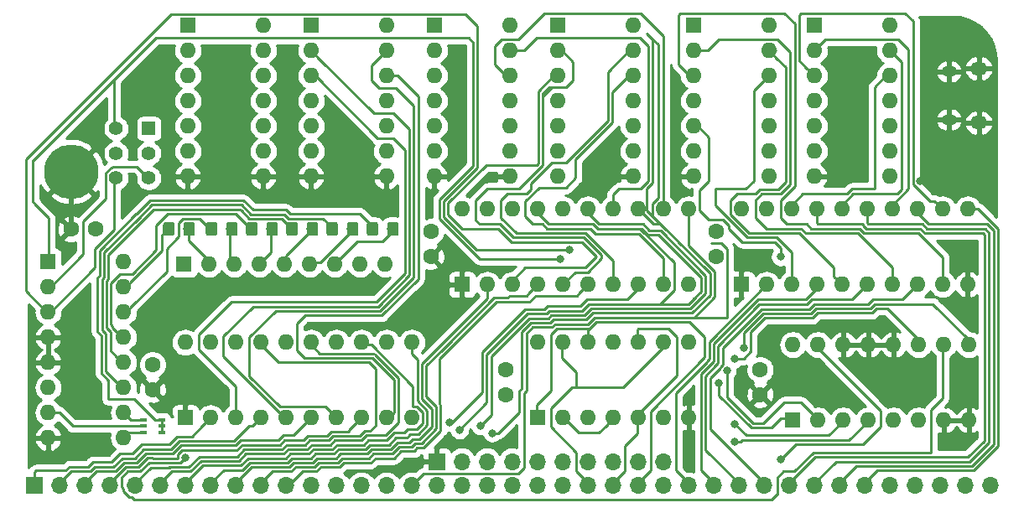
<source format=gtl>
G04 #@! TF.GenerationSoftware,KiCad,Pcbnew,(5.1.0-0)*
G04 #@! TF.CreationDate,2019-04-11T15:08:44-07:00*
G04 #@! TF.ProjectId,rc2014_monitor,72633230-3134-45f6-9d6f-6e69746f722e,rev?*
G04 #@! TF.SameCoordinates,Original*
G04 #@! TF.FileFunction,Copper,L1,Top*
G04 #@! TF.FilePolarity,Positive*
%FSLAX46Y46*%
G04 Gerber Fmt 4.6, Leading zero omitted, Abs format (unit mm)*
G04 Created by KiCad (PCBNEW (5.1.0-0)) date 2019-04-11 15:08:44*
%MOMM*%
%LPD*%
G04 APERTURE LIST*
%ADD10O,1.600000X1.600000*%
%ADD11R,1.600000X1.600000*%
%ADD12C,5.500000*%
%ADD13O,1.700000X1.700000*%
%ADD14R,1.700000X1.700000*%
%ADD15R,0.650000X0.400000*%
%ADD16C,1.600000*%
%ADD17C,1.400000*%
%ADD18R,1.400000X1.400000*%
%ADD19C,0.100000*%
%ADD20C,1.150000*%
%ADD21O,1.700000X1.350000*%
%ADD22O,1.500000X1.100000*%
%ADD23C,0.800000*%
%ADD24C,0.500000*%
%ADD25C,0.250000*%
%ADD26C,0.254000*%
G04 APERTURE END LIST*
D10*
X128300000Y-110986000D03*
X143540000Y-118606000D03*
X130840000Y-110986000D03*
X141000000Y-118606000D03*
X133380000Y-110986000D03*
X138460000Y-118606000D03*
X135920000Y-110986000D03*
X135920000Y-118606000D03*
X138460000Y-110986000D03*
X133380000Y-118606000D03*
X141000000Y-110986000D03*
X130840000Y-118606000D03*
X143540000Y-110986000D03*
D11*
X128300000Y-118606000D03*
D10*
X154050000Y-111240000D03*
X171830000Y-118860000D03*
X156590000Y-111240000D03*
X169290000Y-118860000D03*
X159130000Y-111240000D03*
X166750000Y-118860000D03*
X161670000Y-111240000D03*
X164210000Y-118860000D03*
X164210000Y-111240000D03*
X161670000Y-118860000D03*
X166750000Y-111240000D03*
X159130000Y-118860000D03*
X169290000Y-111240000D03*
X156590000Y-118860000D03*
X171830000Y-111240000D03*
D11*
X154050000Y-118860000D03*
D10*
X86486000Y-102858000D03*
X78866000Y-120638000D03*
X86486000Y-105398000D03*
X78866000Y-118098000D03*
X86486000Y-107938000D03*
X78866000Y-115558000D03*
X86486000Y-110478000D03*
X78866000Y-113018000D03*
X86486000Y-113018000D03*
X78866000Y-110478000D03*
X86486000Y-115558000D03*
X78866000Y-107938000D03*
X86486000Y-118098000D03*
X78866000Y-105398000D03*
X86486000Y-120638000D03*
D11*
X78866000Y-102858000D03*
D12*
X81200000Y-93754000D03*
D13*
X140960000Y-123054000D03*
X138420000Y-123054000D03*
X135880000Y-123054000D03*
X133340000Y-123054000D03*
X130800000Y-123054000D03*
X128260000Y-123054000D03*
X125720000Y-123054000D03*
X123180000Y-123054000D03*
X120640000Y-123054000D03*
D14*
X118100000Y-123054000D03*
D15*
X90350000Y-118804000D03*
X90350000Y-120104000D03*
X88450000Y-119454000D03*
X90350000Y-119454000D03*
X88450000Y-120104000D03*
X88450000Y-118804000D03*
D16*
X125094000Y-116280000D03*
X125094000Y-113780000D03*
D17*
X85726000Y-94396000D03*
X85726000Y-91896000D03*
X85726000Y-89396000D03*
X89026000Y-94396000D03*
X89026000Y-91896000D03*
D18*
X89026000Y-89396000D03*
D10*
X112902000Y-103112000D03*
X110362000Y-103112000D03*
X107822000Y-103112000D03*
X105282000Y-103112000D03*
X102742000Y-103112000D03*
X100202000Y-103112000D03*
X97662000Y-103112000D03*
X95122000Y-103112000D03*
D11*
X92582000Y-103112000D03*
D19*
G36*
X114013505Y-98857204D02*
G01*
X114037773Y-98860804D01*
X114061572Y-98866765D01*
X114084671Y-98875030D01*
X114106850Y-98885520D01*
X114127893Y-98898132D01*
X114147599Y-98912747D01*
X114165777Y-98929223D01*
X114182253Y-98947401D01*
X114196868Y-98967107D01*
X114209480Y-98988150D01*
X114219970Y-99010329D01*
X114228235Y-99033428D01*
X114234196Y-99057227D01*
X114237796Y-99081495D01*
X114239000Y-99105999D01*
X114239000Y-100006001D01*
X114237796Y-100030505D01*
X114234196Y-100054773D01*
X114228235Y-100078572D01*
X114219970Y-100101671D01*
X114209480Y-100123850D01*
X114196868Y-100144893D01*
X114182253Y-100164599D01*
X114165777Y-100182777D01*
X114147599Y-100199253D01*
X114127893Y-100213868D01*
X114106850Y-100226480D01*
X114084671Y-100236970D01*
X114061572Y-100245235D01*
X114037773Y-100251196D01*
X114013505Y-100254796D01*
X113989001Y-100256000D01*
X113338999Y-100256000D01*
X113314495Y-100254796D01*
X113290227Y-100251196D01*
X113266428Y-100245235D01*
X113243329Y-100236970D01*
X113221150Y-100226480D01*
X113200107Y-100213868D01*
X113180401Y-100199253D01*
X113162223Y-100182777D01*
X113145747Y-100164599D01*
X113131132Y-100144893D01*
X113118520Y-100123850D01*
X113108030Y-100101671D01*
X113099765Y-100078572D01*
X113093804Y-100054773D01*
X113090204Y-100030505D01*
X113089000Y-100006001D01*
X113089000Y-99105999D01*
X113090204Y-99081495D01*
X113093804Y-99057227D01*
X113099765Y-99033428D01*
X113108030Y-99010329D01*
X113118520Y-98988150D01*
X113131132Y-98967107D01*
X113145747Y-98947401D01*
X113162223Y-98929223D01*
X113180401Y-98912747D01*
X113200107Y-98898132D01*
X113221150Y-98885520D01*
X113243329Y-98875030D01*
X113266428Y-98866765D01*
X113290227Y-98860804D01*
X113314495Y-98857204D01*
X113338999Y-98856000D01*
X113989001Y-98856000D01*
X114013505Y-98857204D01*
X114013505Y-98857204D01*
G37*
D20*
X113664000Y-99556000D03*
D19*
G36*
X111963505Y-98857204D02*
G01*
X111987773Y-98860804D01*
X112011572Y-98866765D01*
X112034671Y-98875030D01*
X112056850Y-98885520D01*
X112077893Y-98898132D01*
X112097599Y-98912747D01*
X112115777Y-98929223D01*
X112132253Y-98947401D01*
X112146868Y-98967107D01*
X112159480Y-98988150D01*
X112169970Y-99010329D01*
X112178235Y-99033428D01*
X112184196Y-99057227D01*
X112187796Y-99081495D01*
X112189000Y-99105999D01*
X112189000Y-100006001D01*
X112187796Y-100030505D01*
X112184196Y-100054773D01*
X112178235Y-100078572D01*
X112169970Y-100101671D01*
X112159480Y-100123850D01*
X112146868Y-100144893D01*
X112132253Y-100164599D01*
X112115777Y-100182777D01*
X112097599Y-100199253D01*
X112077893Y-100213868D01*
X112056850Y-100226480D01*
X112034671Y-100236970D01*
X112011572Y-100245235D01*
X111987773Y-100251196D01*
X111963505Y-100254796D01*
X111939001Y-100256000D01*
X111288999Y-100256000D01*
X111264495Y-100254796D01*
X111240227Y-100251196D01*
X111216428Y-100245235D01*
X111193329Y-100236970D01*
X111171150Y-100226480D01*
X111150107Y-100213868D01*
X111130401Y-100199253D01*
X111112223Y-100182777D01*
X111095747Y-100164599D01*
X111081132Y-100144893D01*
X111068520Y-100123850D01*
X111058030Y-100101671D01*
X111049765Y-100078572D01*
X111043804Y-100054773D01*
X111040204Y-100030505D01*
X111039000Y-100006001D01*
X111039000Y-99105999D01*
X111040204Y-99081495D01*
X111043804Y-99057227D01*
X111049765Y-99033428D01*
X111058030Y-99010329D01*
X111068520Y-98988150D01*
X111081132Y-98967107D01*
X111095747Y-98947401D01*
X111112223Y-98929223D01*
X111130401Y-98912747D01*
X111150107Y-98898132D01*
X111171150Y-98885520D01*
X111193329Y-98875030D01*
X111216428Y-98866765D01*
X111240227Y-98860804D01*
X111264495Y-98857204D01*
X111288999Y-98856000D01*
X111939001Y-98856000D01*
X111963505Y-98857204D01*
X111963505Y-98857204D01*
G37*
D20*
X111614000Y-99556000D03*
D19*
G36*
X109949505Y-98857204D02*
G01*
X109973773Y-98860804D01*
X109997572Y-98866765D01*
X110020671Y-98875030D01*
X110042850Y-98885520D01*
X110063893Y-98898132D01*
X110083599Y-98912747D01*
X110101777Y-98929223D01*
X110118253Y-98947401D01*
X110132868Y-98967107D01*
X110145480Y-98988150D01*
X110155970Y-99010329D01*
X110164235Y-99033428D01*
X110170196Y-99057227D01*
X110173796Y-99081495D01*
X110175000Y-99105999D01*
X110175000Y-100006001D01*
X110173796Y-100030505D01*
X110170196Y-100054773D01*
X110164235Y-100078572D01*
X110155970Y-100101671D01*
X110145480Y-100123850D01*
X110132868Y-100144893D01*
X110118253Y-100164599D01*
X110101777Y-100182777D01*
X110083599Y-100199253D01*
X110063893Y-100213868D01*
X110042850Y-100226480D01*
X110020671Y-100236970D01*
X109997572Y-100245235D01*
X109973773Y-100251196D01*
X109949505Y-100254796D01*
X109925001Y-100256000D01*
X109274999Y-100256000D01*
X109250495Y-100254796D01*
X109226227Y-100251196D01*
X109202428Y-100245235D01*
X109179329Y-100236970D01*
X109157150Y-100226480D01*
X109136107Y-100213868D01*
X109116401Y-100199253D01*
X109098223Y-100182777D01*
X109081747Y-100164599D01*
X109067132Y-100144893D01*
X109054520Y-100123850D01*
X109044030Y-100101671D01*
X109035765Y-100078572D01*
X109029804Y-100054773D01*
X109026204Y-100030505D01*
X109025000Y-100006001D01*
X109025000Y-99105999D01*
X109026204Y-99081495D01*
X109029804Y-99057227D01*
X109035765Y-99033428D01*
X109044030Y-99010329D01*
X109054520Y-98988150D01*
X109067132Y-98967107D01*
X109081747Y-98947401D01*
X109098223Y-98929223D01*
X109116401Y-98912747D01*
X109136107Y-98898132D01*
X109157150Y-98885520D01*
X109179329Y-98875030D01*
X109202428Y-98866765D01*
X109226227Y-98860804D01*
X109250495Y-98857204D01*
X109274999Y-98856000D01*
X109925001Y-98856000D01*
X109949505Y-98857204D01*
X109949505Y-98857204D01*
G37*
D20*
X109600000Y-99556000D03*
D19*
G36*
X107899505Y-98857204D02*
G01*
X107923773Y-98860804D01*
X107947572Y-98866765D01*
X107970671Y-98875030D01*
X107992850Y-98885520D01*
X108013893Y-98898132D01*
X108033599Y-98912747D01*
X108051777Y-98929223D01*
X108068253Y-98947401D01*
X108082868Y-98967107D01*
X108095480Y-98988150D01*
X108105970Y-99010329D01*
X108114235Y-99033428D01*
X108120196Y-99057227D01*
X108123796Y-99081495D01*
X108125000Y-99105999D01*
X108125000Y-100006001D01*
X108123796Y-100030505D01*
X108120196Y-100054773D01*
X108114235Y-100078572D01*
X108105970Y-100101671D01*
X108095480Y-100123850D01*
X108082868Y-100144893D01*
X108068253Y-100164599D01*
X108051777Y-100182777D01*
X108033599Y-100199253D01*
X108013893Y-100213868D01*
X107992850Y-100226480D01*
X107970671Y-100236970D01*
X107947572Y-100245235D01*
X107923773Y-100251196D01*
X107899505Y-100254796D01*
X107875001Y-100256000D01*
X107224999Y-100256000D01*
X107200495Y-100254796D01*
X107176227Y-100251196D01*
X107152428Y-100245235D01*
X107129329Y-100236970D01*
X107107150Y-100226480D01*
X107086107Y-100213868D01*
X107066401Y-100199253D01*
X107048223Y-100182777D01*
X107031747Y-100164599D01*
X107017132Y-100144893D01*
X107004520Y-100123850D01*
X106994030Y-100101671D01*
X106985765Y-100078572D01*
X106979804Y-100054773D01*
X106976204Y-100030505D01*
X106975000Y-100006001D01*
X106975000Y-99105999D01*
X106976204Y-99081495D01*
X106979804Y-99057227D01*
X106985765Y-99033428D01*
X106994030Y-99010329D01*
X107004520Y-98988150D01*
X107017132Y-98967107D01*
X107031747Y-98947401D01*
X107048223Y-98929223D01*
X107066401Y-98912747D01*
X107086107Y-98898132D01*
X107107150Y-98885520D01*
X107129329Y-98875030D01*
X107152428Y-98866765D01*
X107176227Y-98860804D01*
X107200495Y-98857204D01*
X107224999Y-98856000D01*
X107875001Y-98856000D01*
X107899505Y-98857204D01*
X107899505Y-98857204D01*
G37*
D20*
X107550000Y-99556000D03*
D19*
G36*
X105894505Y-98857204D02*
G01*
X105918773Y-98860804D01*
X105942572Y-98866765D01*
X105965671Y-98875030D01*
X105987850Y-98885520D01*
X106008893Y-98898132D01*
X106028599Y-98912747D01*
X106046777Y-98929223D01*
X106063253Y-98947401D01*
X106077868Y-98967107D01*
X106090480Y-98988150D01*
X106100970Y-99010329D01*
X106109235Y-99033428D01*
X106115196Y-99057227D01*
X106118796Y-99081495D01*
X106120000Y-99105999D01*
X106120000Y-100006001D01*
X106118796Y-100030505D01*
X106115196Y-100054773D01*
X106109235Y-100078572D01*
X106100970Y-100101671D01*
X106090480Y-100123850D01*
X106077868Y-100144893D01*
X106063253Y-100164599D01*
X106046777Y-100182777D01*
X106028599Y-100199253D01*
X106008893Y-100213868D01*
X105987850Y-100226480D01*
X105965671Y-100236970D01*
X105942572Y-100245235D01*
X105918773Y-100251196D01*
X105894505Y-100254796D01*
X105870001Y-100256000D01*
X105219999Y-100256000D01*
X105195495Y-100254796D01*
X105171227Y-100251196D01*
X105147428Y-100245235D01*
X105124329Y-100236970D01*
X105102150Y-100226480D01*
X105081107Y-100213868D01*
X105061401Y-100199253D01*
X105043223Y-100182777D01*
X105026747Y-100164599D01*
X105012132Y-100144893D01*
X104999520Y-100123850D01*
X104989030Y-100101671D01*
X104980765Y-100078572D01*
X104974804Y-100054773D01*
X104971204Y-100030505D01*
X104970000Y-100006001D01*
X104970000Y-99105999D01*
X104971204Y-99081495D01*
X104974804Y-99057227D01*
X104980765Y-99033428D01*
X104989030Y-99010329D01*
X104999520Y-98988150D01*
X105012132Y-98967107D01*
X105026747Y-98947401D01*
X105043223Y-98929223D01*
X105061401Y-98912747D01*
X105081107Y-98898132D01*
X105102150Y-98885520D01*
X105124329Y-98875030D01*
X105147428Y-98866765D01*
X105171227Y-98860804D01*
X105195495Y-98857204D01*
X105219999Y-98856000D01*
X105870001Y-98856000D01*
X105894505Y-98857204D01*
X105894505Y-98857204D01*
G37*
D20*
X105545000Y-99556000D03*
D19*
G36*
X103844505Y-98857204D02*
G01*
X103868773Y-98860804D01*
X103892572Y-98866765D01*
X103915671Y-98875030D01*
X103937850Y-98885520D01*
X103958893Y-98898132D01*
X103978599Y-98912747D01*
X103996777Y-98929223D01*
X104013253Y-98947401D01*
X104027868Y-98967107D01*
X104040480Y-98988150D01*
X104050970Y-99010329D01*
X104059235Y-99033428D01*
X104065196Y-99057227D01*
X104068796Y-99081495D01*
X104070000Y-99105999D01*
X104070000Y-100006001D01*
X104068796Y-100030505D01*
X104065196Y-100054773D01*
X104059235Y-100078572D01*
X104050970Y-100101671D01*
X104040480Y-100123850D01*
X104027868Y-100144893D01*
X104013253Y-100164599D01*
X103996777Y-100182777D01*
X103978599Y-100199253D01*
X103958893Y-100213868D01*
X103937850Y-100226480D01*
X103915671Y-100236970D01*
X103892572Y-100245235D01*
X103868773Y-100251196D01*
X103844505Y-100254796D01*
X103820001Y-100256000D01*
X103169999Y-100256000D01*
X103145495Y-100254796D01*
X103121227Y-100251196D01*
X103097428Y-100245235D01*
X103074329Y-100236970D01*
X103052150Y-100226480D01*
X103031107Y-100213868D01*
X103011401Y-100199253D01*
X102993223Y-100182777D01*
X102976747Y-100164599D01*
X102962132Y-100144893D01*
X102949520Y-100123850D01*
X102939030Y-100101671D01*
X102930765Y-100078572D01*
X102924804Y-100054773D01*
X102921204Y-100030505D01*
X102920000Y-100006001D01*
X102920000Y-99105999D01*
X102921204Y-99081495D01*
X102924804Y-99057227D01*
X102930765Y-99033428D01*
X102939030Y-99010329D01*
X102949520Y-98988150D01*
X102962132Y-98967107D01*
X102976747Y-98947401D01*
X102993223Y-98929223D01*
X103011401Y-98912747D01*
X103031107Y-98898132D01*
X103052150Y-98885520D01*
X103074329Y-98875030D01*
X103097428Y-98866765D01*
X103121227Y-98860804D01*
X103145495Y-98857204D01*
X103169999Y-98856000D01*
X103820001Y-98856000D01*
X103844505Y-98857204D01*
X103844505Y-98857204D01*
G37*
D20*
X103495000Y-99556000D03*
D19*
G36*
X101830505Y-98857204D02*
G01*
X101854773Y-98860804D01*
X101878572Y-98866765D01*
X101901671Y-98875030D01*
X101923850Y-98885520D01*
X101944893Y-98898132D01*
X101964599Y-98912747D01*
X101982777Y-98929223D01*
X101999253Y-98947401D01*
X102013868Y-98967107D01*
X102026480Y-98988150D01*
X102036970Y-99010329D01*
X102045235Y-99033428D01*
X102051196Y-99057227D01*
X102054796Y-99081495D01*
X102056000Y-99105999D01*
X102056000Y-100006001D01*
X102054796Y-100030505D01*
X102051196Y-100054773D01*
X102045235Y-100078572D01*
X102036970Y-100101671D01*
X102026480Y-100123850D01*
X102013868Y-100144893D01*
X101999253Y-100164599D01*
X101982777Y-100182777D01*
X101964599Y-100199253D01*
X101944893Y-100213868D01*
X101923850Y-100226480D01*
X101901671Y-100236970D01*
X101878572Y-100245235D01*
X101854773Y-100251196D01*
X101830505Y-100254796D01*
X101806001Y-100256000D01*
X101155999Y-100256000D01*
X101131495Y-100254796D01*
X101107227Y-100251196D01*
X101083428Y-100245235D01*
X101060329Y-100236970D01*
X101038150Y-100226480D01*
X101017107Y-100213868D01*
X100997401Y-100199253D01*
X100979223Y-100182777D01*
X100962747Y-100164599D01*
X100948132Y-100144893D01*
X100935520Y-100123850D01*
X100925030Y-100101671D01*
X100916765Y-100078572D01*
X100910804Y-100054773D01*
X100907204Y-100030505D01*
X100906000Y-100006001D01*
X100906000Y-99105999D01*
X100907204Y-99081495D01*
X100910804Y-99057227D01*
X100916765Y-99033428D01*
X100925030Y-99010329D01*
X100935520Y-98988150D01*
X100948132Y-98967107D01*
X100962747Y-98947401D01*
X100979223Y-98929223D01*
X100997401Y-98912747D01*
X101017107Y-98898132D01*
X101038150Y-98885520D01*
X101060329Y-98875030D01*
X101083428Y-98866765D01*
X101107227Y-98860804D01*
X101131495Y-98857204D01*
X101155999Y-98856000D01*
X101806001Y-98856000D01*
X101830505Y-98857204D01*
X101830505Y-98857204D01*
G37*
D20*
X101481000Y-99556000D03*
D19*
G36*
X99780505Y-98857204D02*
G01*
X99804773Y-98860804D01*
X99828572Y-98866765D01*
X99851671Y-98875030D01*
X99873850Y-98885520D01*
X99894893Y-98898132D01*
X99914599Y-98912747D01*
X99932777Y-98929223D01*
X99949253Y-98947401D01*
X99963868Y-98967107D01*
X99976480Y-98988150D01*
X99986970Y-99010329D01*
X99995235Y-99033428D01*
X100001196Y-99057227D01*
X100004796Y-99081495D01*
X100006000Y-99105999D01*
X100006000Y-100006001D01*
X100004796Y-100030505D01*
X100001196Y-100054773D01*
X99995235Y-100078572D01*
X99986970Y-100101671D01*
X99976480Y-100123850D01*
X99963868Y-100144893D01*
X99949253Y-100164599D01*
X99932777Y-100182777D01*
X99914599Y-100199253D01*
X99894893Y-100213868D01*
X99873850Y-100226480D01*
X99851671Y-100236970D01*
X99828572Y-100245235D01*
X99804773Y-100251196D01*
X99780505Y-100254796D01*
X99756001Y-100256000D01*
X99105999Y-100256000D01*
X99081495Y-100254796D01*
X99057227Y-100251196D01*
X99033428Y-100245235D01*
X99010329Y-100236970D01*
X98988150Y-100226480D01*
X98967107Y-100213868D01*
X98947401Y-100199253D01*
X98929223Y-100182777D01*
X98912747Y-100164599D01*
X98898132Y-100144893D01*
X98885520Y-100123850D01*
X98875030Y-100101671D01*
X98866765Y-100078572D01*
X98860804Y-100054773D01*
X98857204Y-100030505D01*
X98856000Y-100006001D01*
X98856000Y-99105999D01*
X98857204Y-99081495D01*
X98860804Y-99057227D01*
X98866765Y-99033428D01*
X98875030Y-99010329D01*
X98885520Y-98988150D01*
X98898132Y-98967107D01*
X98912747Y-98947401D01*
X98929223Y-98929223D01*
X98947401Y-98912747D01*
X98967107Y-98898132D01*
X98988150Y-98885520D01*
X99010329Y-98875030D01*
X99033428Y-98866765D01*
X99057227Y-98860804D01*
X99081495Y-98857204D01*
X99105999Y-98856000D01*
X99756001Y-98856000D01*
X99780505Y-98857204D01*
X99780505Y-98857204D01*
G37*
D20*
X99431000Y-99556000D03*
D19*
G36*
X97766505Y-98857204D02*
G01*
X97790773Y-98860804D01*
X97814572Y-98866765D01*
X97837671Y-98875030D01*
X97859850Y-98885520D01*
X97880893Y-98898132D01*
X97900599Y-98912747D01*
X97918777Y-98929223D01*
X97935253Y-98947401D01*
X97949868Y-98967107D01*
X97962480Y-98988150D01*
X97972970Y-99010329D01*
X97981235Y-99033428D01*
X97987196Y-99057227D01*
X97990796Y-99081495D01*
X97992000Y-99105999D01*
X97992000Y-100006001D01*
X97990796Y-100030505D01*
X97987196Y-100054773D01*
X97981235Y-100078572D01*
X97972970Y-100101671D01*
X97962480Y-100123850D01*
X97949868Y-100144893D01*
X97935253Y-100164599D01*
X97918777Y-100182777D01*
X97900599Y-100199253D01*
X97880893Y-100213868D01*
X97859850Y-100226480D01*
X97837671Y-100236970D01*
X97814572Y-100245235D01*
X97790773Y-100251196D01*
X97766505Y-100254796D01*
X97742001Y-100256000D01*
X97091999Y-100256000D01*
X97067495Y-100254796D01*
X97043227Y-100251196D01*
X97019428Y-100245235D01*
X96996329Y-100236970D01*
X96974150Y-100226480D01*
X96953107Y-100213868D01*
X96933401Y-100199253D01*
X96915223Y-100182777D01*
X96898747Y-100164599D01*
X96884132Y-100144893D01*
X96871520Y-100123850D01*
X96861030Y-100101671D01*
X96852765Y-100078572D01*
X96846804Y-100054773D01*
X96843204Y-100030505D01*
X96842000Y-100006001D01*
X96842000Y-99105999D01*
X96843204Y-99081495D01*
X96846804Y-99057227D01*
X96852765Y-99033428D01*
X96861030Y-99010329D01*
X96871520Y-98988150D01*
X96884132Y-98967107D01*
X96898747Y-98947401D01*
X96915223Y-98929223D01*
X96933401Y-98912747D01*
X96953107Y-98898132D01*
X96974150Y-98885520D01*
X96996329Y-98875030D01*
X97019428Y-98866765D01*
X97043227Y-98860804D01*
X97067495Y-98857204D01*
X97091999Y-98856000D01*
X97742001Y-98856000D01*
X97766505Y-98857204D01*
X97766505Y-98857204D01*
G37*
D20*
X97417000Y-99556000D03*
D19*
G36*
X95716505Y-98857204D02*
G01*
X95740773Y-98860804D01*
X95764572Y-98866765D01*
X95787671Y-98875030D01*
X95809850Y-98885520D01*
X95830893Y-98898132D01*
X95850599Y-98912747D01*
X95868777Y-98929223D01*
X95885253Y-98947401D01*
X95899868Y-98967107D01*
X95912480Y-98988150D01*
X95922970Y-99010329D01*
X95931235Y-99033428D01*
X95937196Y-99057227D01*
X95940796Y-99081495D01*
X95942000Y-99105999D01*
X95942000Y-100006001D01*
X95940796Y-100030505D01*
X95937196Y-100054773D01*
X95931235Y-100078572D01*
X95922970Y-100101671D01*
X95912480Y-100123850D01*
X95899868Y-100144893D01*
X95885253Y-100164599D01*
X95868777Y-100182777D01*
X95850599Y-100199253D01*
X95830893Y-100213868D01*
X95809850Y-100226480D01*
X95787671Y-100236970D01*
X95764572Y-100245235D01*
X95740773Y-100251196D01*
X95716505Y-100254796D01*
X95692001Y-100256000D01*
X95041999Y-100256000D01*
X95017495Y-100254796D01*
X94993227Y-100251196D01*
X94969428Y-100245235D01*
X94946329Y-100236970D01*
X94924150Y-100226480D01*
X94903107Y-100213868D01*
X94883401Y-100199253D01*
X94865223Y-100182777D01*
X94848747Y-100164599D01*
X94834132Y-100144893D01*
X94821520Y-100123850D01*
X94811030Y-100101671D01*
X94802765Y-100078572D01*
X94796804Y-100054773D01*
X94793204Y-100030505D01*
X94792000Y-100006001D01*
X94792000Y-99105999D01*
X94793204Y-99081495D01*
X94796804Y-99057227D01*
X94802765Y-99033428D01*
X94811030Y-99010329D01*
X94821520Y-98988150D01*
X94834132Y-98967107D01*
X94848747Y-98947401D01*
X94865223Y-98929223D01*
X94883401Y-98912747D01*
X94903107Y-98898132D01*
X94924150Y-98885520D01*
X94946329Y-98875030D01*
X94969428Y-98866765D01*
X94993227Y-98860804D01*
X95017495Y-98857204D01*
X95041999Y-98856000D01*
X95692001Y-98856000D01*
X95716505Y-98857204D01*
X95716505Y-98857204D01*
G37*
D20*
X95367000Y-99556000D03*
D19*
G36*
X93448505Y-98857204D02*
G01*
X93472773Y-98860804D01*
X93496572Y-98866765D01*
X93519671Y-98875030D01*
X93541850Y-98885520D01*
X93562893Y-98898132D01*
X93582599Y-98912747D01*
X93600777Y-98929223D01*
X93617253Y-98947401D01*
X93631868Y-98967107D01*
X93644480Y-98988150D01*
X93654970Y-99010329D01*
X93663235Y-99033428D01*
X93669196Y-99057227D01*
X93672796Y-99081495D01*
X93674000Y-99105999D01*
X93674000Y-100006001D01*
X93672796Y-100030505D01*
X93669196Y-100054773D01*
X93663235Y-100078572D01*
X93654970Y-100101671D01*
X93644480Y-100123850D01*
X93631868Y-100144893D01*
X93617253Y-100164599D01*
X93600777Y-100182777D01*
X93582599Y-100199253D01*
X93562893Y-100213868D01*
X93541850Y-100226480D01*
X93519671Y-100236970D01*
X93496572Y-100245235D01*
X93472773Y-100251196D01*
X93448505Y-100254796D01*
X93424001Y-100256000D01*
X92773999Y-100256000D01*
X92749495Y-100254796D01*
X92725227Y-100251196D01*
X92701428Y-100245235D01*
X92678329Y-100236970D01*
X92656150Y-100226480D01*
X92635107Y-100213868D01*
X92615401Y-100199253D01*
X92597223Y-100182777D01*
X92580747Y-100164599D01*
X92566132Y-100144893D01*
X92553520Y-100123850D01*
X92543030Y-100101671D01*
X92534765Y-100078572D01*
X92528804Y-100054773D01*
X92525204Y-100030505D01*
X92524000Y-100006001D01*
X92524000Y-99105999D01*
X92525204Y-99081495D01*
X92528804Y-99057227D01*
X92534765Y-99033428D01*
X92543030Y-99010329D01*
X92553520Y-98988150D01*
X92566132Y-98967107D01*
X92580747Y-98947401D01*
X92597223Y-98929223D01*
X92615401Y-98912747D01*
X92635107Y-98898132D01*
X92656150Y-98885520D01*
X92678329Y-98875030D01*
X92701428Y-98866765D01*
X92725227Y-98860804D01*
X92749495Y-98857204D01*
X92773999Y-98856000D01*
X93424001Y-98856000D01*
X93448505Y-98857204D01*
X93448505Y-98857204D01*
G37*
D20*
X93099000Y-99556000D03*
D19*
G36*
X91398505Y-98857204D02*
G01*
X91422773Y-98860804D01*
X91446572Y-98866765D01*
X91469671Y-98875030D01*
X91491850Y-98885520D01*
X91512893Y-98898132D01*
X91532599Y-98912747D01*
X91550777Y-98929223D01*
X91567253Y-98947401D01*
X91581868Y-98967107D01*
X91594480Y-98988150D01*
X91604970Y-99010329D01*
X91613235Y-99033428D01*
X91619196Y-99057227D01*
X91622796Y-99081495D01*
X91624000Y-99105999D01*
X91624000Y-100006001D01*
X91622796Y-100030505D01*
X91619196Y-100054773D01*
X91613235Y-100078572D01*
X91604970Y-100101671D01*
X91594480Y-100123850D01*
X91581868Y-100144893D01*
X91567253Y-100164599D01*
X91550777Y-100182777D01*
X91532599Y-100199253D01*
X91512893Y-100213868D01*
X91491850Y-100226480D01*
X91469671Y-100236970D01*
X91446572Y-100245235D01*
X91422773Y-100251196D01*
X91398505Y-100254796D01*
X91374001Y-100256000D01*
X90723999Y-100256000D01*
X90699495Y-100254796D01*
X90675227Y-100251196D01*
X90651428Y-100245235D01*
X90628329Y-100236970D01*
X90606150Y-100226480D01*
X90585107Y-100213868D01*
X90565401Y-100199253D01*
X90547223Y-100182777D01*
X90530747Y-100164599D01*
X90516132Y-100144893D01*
X90503520Y-100123850D01*
X90493030Y-100101671D01*
X90484765Y-100078572D01*
X90478804Y-100054773D01*
X90475204Y-100030505D01*
X90474000Y-100006001D01*
X90474000Y-99105999D01*
X90475204Y-99081495D01*
X90478804Y-99057227D01*
X90484765Y-99033428D01*
X90493030Y-99010329D01*
X90503520Y-98988150D01*
X90516132Y-98967107D01*
X90530747Y-98947401D01*
X90547223Y-98929223D01*
X90565401Y-98912747D01*
X90585107Y-98898132D01*
X90606150Y-98885520D01*
X90628329Y-98875030D01*
X90651428Y-98866765D01*
X90675227Y-98860804D01*
X90699495Y-98857204D01*
X90723999Y-98856000D01*
X91374001Y-98856000D01*
X91398505Y-98857204D01*
X91398505Y-98857204D01*
G37*
D20*
X91049000Y-99556000D03*
D16*
X150748000Y-116280000D03*
X150748000Y-113780000D03*
X81192000Y-99556000D03*
X83692000Y-99556000D03*
D14*
X77470000Y-125464000D03*
D13*
X80010000Y-125464000D03*
X82550000Y-125464000D03*
X85090000Y-125464000D03*
X87630000Y-125464000D03*
X90170000Y-125464000D03*
X92710000Y-125464000D03*
X95250000Y-125464000D03*
X97790000Y-125464000D03*
X100330000Y-125464000D03*
X102870000Y-125464000D03*
X105410000Y-125464000D03*
X107950000Y-125464000D03*
X110490000Y-125464000D03*
X113030000Y-125464000D03*
X115570000Y-125464000D03*
X118110000Y-125464000D03*
X120650000Y-125464000D03*
X123190000Y-125464000D03*
X125730000Y-125464000D03*
X128270000Y-125464000D03*
X130810000Y-125464000D03*
X133350000Y-125464000D03*
X135890000Y-125464000D03*
X138430000Y-125464000D03*
X140970000Y-125464000D03*
X143510000Y-125464000D03*
X146050000Y-125464000D03*
X148590000Y-125464000D03*
X151130000Y-125464000D03*
X153670000Y-125464000D03*
X156210000Y-125464000D03*
X158750000Y-125464000D03*
X161290000Y-125464000D03*
X163830000Y-125464000D03*
X166370000Y-125464000D03*
X168910000Y-125464000D03*
X171450000Y-125464000D03*
X173990000Y-125464000D03*
D21*
X172819000Y-88811000D03*
X172819000Y-83351000D03*
D22*
X169819000Y-88501000D03*
X169819000Y-83661000D03*
D16*
X89400000Y-113254000D03*
X89400000Y-115754000D03*
X117500000Y-102322000D03*
X117500000Y-99822000D03*
X146304000Y-99822000D03*
X146304000Y-102322000D03*
D11*
X156210000Y-78994000D03*
D10*
X163830000Y-94234000D03*
X156210000Y-81534000D03*
X163830000Y-91694000D03*
X156210000Y-84074000D03*
X163830000Y-89154000D03*
X156210000Y-86614000D03*
X163830000Y-86614000D03*
X156210000Y-89154000D03*
X163830000Y-84074000D03*
X156210000Y-91694000D03*
X163830000Y-81534000D03*
X156210000Y-94234000D03*
X163830000Y-78994000D03*
X151638000Y-78994000D03*
X144018000Y-94234000D03*
X151638000Y-81534000D03*
X144018000Y-91694000D03*
X151638000Y-84074000D03*
X144018000Y-89154000D03*
X151638000Y-86614000D03*
X144018000Y-86614000D03*
X151638000Y-89154000D03*
X144018000Y-84074000D03*
X151638000Y-91694000D03*
X144018000Y-81534000D03*
X151638000Y-94234000D03*
D11*
X144018000Y-78994000D03*
D10*
X137922000Y-78994000D03*
X130302000Y-94234000D03*
X137922000Y-81534000D03*
X130302000Y-91694000D03*
X137922000Y-84074000D03*
X130302000Y-89154000D03*
X137922000Y-86614000D03*
X130302000Y-86614000D03*
X137922000Y-89154000D03*
X130302000Y-84074000D03*
X137922000Y-91694000D03*
X130302000Y-81534000D03*
X137922000Y-94234000D03*
D11*
X130302000Y-78994000D03*
X117856000Y-78994000D03*
D10*
X125476000Y-94234000D03*
X117856000Y-81534000D03*
X125476000Y-91694000D03*
X117856000Y-84074000D03*
X125476000Y-89154000D03*
X117856000Y-86614000D03*
X125476000Y-86614000D03*
X117856000Y-89154000D03*
X125476000Y-84074000D03*
X117856000Y-91694000D03*
X125476000Y-81534000D03*
X117856000Y-94234000D03*
X125476000Y-78994000D03*
X113030000Y-78994000D03*
X105410000Y-94234000D03*
X113030000Y-81534000D03*
X105410000Y-91694000D03*
X113030000Y-84074000D03*
X105410000Y-89154000D03*
X113030000Y-86614000D03*
X105410000Y-86614000D03*
X113030000Y-89154000D03*
X105410000Y-84074000D03*
X113030000Y-91694000D03*
X105410000Y-81534000D03*
X113030000Y-94234000D03*
D11*
X105410000Y-78994000D03*
X92964000Y-78994000D03*
D10*
X100584000Y-94234000D03*
X92964000Y-81534000D03*
X100584000Y-91694000D03*
X92964000Y-84074000D03*
X100584000Y-89154000D03*
X92964000Y-86614000D03*
X100584000Y-86614000D03*
X92964000Y-89154000D03*
X100584000Y-84074000D03*
X92964000Y-91694000D03*
X100584000Y-81534000D03*
X92964000Y-94234000D03*
X100584000Y-78994000D03*
X92710000Y-110998000D03*
X115570000Y-118618000D03*
X95250000Y-110998000D03*
X113030000Y-118618000D03*
X97790000Y-110998000D03*
X110490000Y-118618000D03*
X100330000Y-110998000D03*
X107950000Y-118618000D03*
X102870000Y-110998000D03*
X105410000Y-118618000D03*
X105410000Y-110998000D03*
X102870000Y-118618000D03*
X107950000Y-110998000D03*
X100330000Y-118618000D03*
X110490000Y-110998000D03*
X97790000Y-118618000D03*
X113030000Y-110998000D03*
X95250000Y-118618000D03*
X115570000Y-110998000D03*
D11*
X92710000Y-118618000D03*
X120650000Y-105156000D03*
D10*
X143510000Y-97536000D03*
X123190000Y-105156000D03*
X140970000Y-97536000D03*
X125730000Y-105156000D03*
X138430000Y-97536000D03*
X128270000Y-105156000D03*
X135890000Y-97536000D03*
X130810000Y-105156000D03*
X133350000Y-97536000D03*
X133350000Y-105156000D03*
X130810000Y-97536000D03*
X135890000Y-105156000D03*
X128270000Y-97536000D03*
X138430000Y-105156000D03*
X125730000Y-97536000D03*
X140970000Y-105156000D03*
X123190000Y-97536000D03*
X143510000Y-105156000D03*
X120650000Y-97536000D03*
D11*
X148844000Y-105156000D03*
D10*
X171704000Y-97536000D03*
X151384000Y-105156000D03*
X169164000Y-97536000D03*
X153924000Y-105156000D03*
X166624000Y-97536000D03*
X156464000Y-105156000D03*
X164084000Y-97536000D03*
X159004000Y-105156000D03*
X161544000Y-97536000D03*
X161544000Y-105156000D03*
X159004000Y-97536000D03*
X164084000Y-105156000D03*
X156464000Y-97536000D03*
X166624000Y-105156000D03*
X153924000Y-97536000D03*
X169164000Y-105156000D03*
X151384000Y-97536000D03*
X171704000Y-105156000D03*
X148844000Y-97536000D03*
D23*
X167727000Y-80939000D03*
X166911952Y-94708048D03*
X152800000Y-102354000D03*
X152800000Y-122854000D03*
X92710000Y-122682000D03*
X119400000Y-119054000D03*
X120400000Y-119854000D03*
X122500000Y-119454000D03*
X123700000Y-120154000D03*
X131500000Y-101654000D03*
X149100000Y-111554000D03*
X130600000Y-102554000D03*
X148200000Y-112654000D03*
X148170313Y-121039593D03*
X148200000Y-119254000D03*
X147400000Y-113854000D03*
X146600000Y-115154000D03*
D24*
X167727000Y-80939000D02*
X167727000Y-93893000D01*
X167727000Y-93893000D02*
X166911952Y-94708048D01*
X81200000Y-99548000D02*
X81192000Y-99556000D01*
X81200000Y-93754000D02*
X81200000Y-99548000D01*
D25*
X152800000Y-101447448D02*
X152800000Y-102354000D01*
X152213596Y-100861044D02*
X152800000Y-101447448D01*
X148905222Y-100861044D02*
X152213596Y-100861044D01*
X147549088Y-99504912D02*
X148905222Y-100861044D01*
X147549088Y-99178911D02*
X147549088Y-99504912D01*
X145577599Y-98643011D02*
X147013187Y-98643011D01*
X144635010Y-97700422D02*
X145577599Y-98643011D01*
X144018000Y-89154000D02*
X144418000Y-89154000D01*
X145543010Y-90279010D02*
X145543010Y-94699994D01*
X147013187Y-98643011D02*
X147549088Y-99178911D01*
X145543010Y-94699994D02*
X144635010Y-95607994D01*
X144418000Y-89154000D02*
X145543010Y-90279010D01*
X144635010Y-95607994D02*
X144635010Y-97700422D01*
X111504990Y-83059010D02*
X112230001Y-82333999D01*
X112296996Y-85332000D02*
X111504990Y-84539994D01*
X115772989Y-104417422D02*
X115772989Y-87126989D01*
X106824999Y-117492999D02*
X102252999Y-117492999D01*
X115772989Y-87126989D02*
X113978000Y-85332000D01*
X112356389Y-107834022D02*
X115772989Y-104417422D01*
X112230001Y-82333999D02*
X113030000Y-81534000D01*
X101828976Y-107834022D02*
X112356389Y-107834022D01*
X107950000Y-118618000D02*
X106824999Y-117492999D01*
X111504990Y-84539994D02*
X111504990Y-83059010D01*
X99186000Y-110476998D02*
X101828976Y-107834022D01*
X113978000Y-85332000D02*
X112296996Y-85332000D01*
X99186000Y-114426000D02*
X99186000Y-110476998D01*
X102252999Y-117492999D02*
X99186000Y-114426000D01*
X113792000Y-118110000D02*
X113792000Y-114808000D01*
X103995001Y-109090999D02*
X104801967Y-108284033D01*
X111563989Y-112579989D02*
X104782989Y-112579989D01*
X113030000Y-118872000D02*
X113792000Y-118110000D01*
X113792000Y-114808000D02*
X111563989Y-112579989D01*
X104782989Y-112579989D02*
X103995001Y-111792001D01*
X116223000Y-104603822D02*
X116223000Y-86135630D01*
X103995001Y-111792001D02*
X103995001Y-109090999D01*
X116223000Y-86135630D02*
X114161370Y-84074000D01*
X104801967Y-108284033D02*
X112542789Y-108284033D01*
X112542789Y-108284033D02*
X116223000Y-104603822D01*
X114161370Y-84074000D02*
X113030000Y-84074000D01*
X114872969Y-104044621D02*
X111983590Y-106934000D01*
X97396000Y-106934000D02*
X94115515Y-110214485D01*
X113739004Y-90412000D02*
X114872969Y-91545965D01*
X97790000Y-115432000D02*
X97790000Y-118618000D01*
X94115515Y-111757515D02*
X97790000Y-115432000D01*
X94115515Y-110214485D02*
X94115515Y-111757515D01*
X111983590Y-106934000D02*
X97396000Y-106934000D01*
X105810000Y-84074000D02*
X112148000Y-90412000D01*
X114872969Y-91545965D02*
X114872969Y-104044621D01*
X112148000Y-90412000D02*
X113739004Y-90412000D01*
X105410000Y-84074000D02*
X105810000Y-84074000D01*
X113739004Y-87872000D02*
X111748000Y-87872000D01*
X115322978Y-89455974D02*
X113739004Y-87872000D01*
X112169989Y-107384011D02*
X115322978Y-104231022D01*
X96571012Y-110396950D02*
X99583951Y-107384011D01*
X111748000Y-87872000D02*
X106209999Y-82333999D01*
X96571012Y-112447423D02*
X96571012Y-110396950D01*
X99583951Y-107384011D02*
X112169989Y-107384011D01*
X115322978Y-104231022D02*
X115322978Y-89455974D01*
X102741589Y-118618000D02*
X96571012Y-112447423D01*
X106209999Y-82333999D02*
X105410000Y-81534000D01*
X102870000Y-118618000D02*
X102741589Y-118618000D01*
X93356020Y-120511980D02*
X94450001Y-119417999D01*
X91897788Y-120511980D02*
X93356020Y-120511980D01*
X91077798Y-121331970D02*
X91897788Y-120511980D01*
X88337980Y-121331970D02*
X91077798Y-121331970D01*
X85287995Y-123114775D02*
X86155810Y-122246960D01*
X87422991Y-122246959D02*
X88337980Y-121331970D01*
X94450001Y-119417999D02*
X95250000Y-118618000D01*
X86155810Y-122246960D02*
X87422991Y-122246959D01*
X82934395Y-123564785D02*
X83384404Y-123114776D01*
X77640000Y-123952000D02*
X80643590Y-123952000D01*
X83384404Y-123114776D02*
X85287995Y-123114775D01*
X81030804Y-123564786D02*
X82934395Y-123564785D01*
X77470000Y-125222000D02*
X77470000Y-124122000D01*
X80643590Y-123952000D02*
X81030804Y-123564786D01*
X77470000Y-124122000D02*
X77640000Y-123952000D01*
X99139131Y-119417999D02*
X99530001Y-119417999D01*
X99530001Y-119417999D02*
X100330000Y-118618000D01*
X91264198Y-121781980D02*
X92084188Y-120961990D01*
X97595140Y-120961990D02*
X99139131Y-119417999D01*
X92084188Y-120961990D02*
X97595140Y-120961990D01*
X83120795Y-124014795D02*
X83570805Y-123564785D01*
X81217205Y-124014795D02*
X83120795Y-124014795D01*
X86342211Y-122696969D02*
X87609391Y-122696969D01*
X88524380Y-121781980D02*
X91264198Y-121781980D01*
X83570805Y-123564785D02*
X85474395Y-123564785D01*
X87609391Y-122696969D02*
X88524380Y-121781980D01*
X85474395Y-123564785D02*
X86342211Y-122696969D01*
X80010000Y-125222000D02*
X81217205Y-124014795D01*
X85660795Y-124014795D02*
X86528611Y-123146979D01*
X83757205Y-124014795D02*
X85660795Y-124014795D01*
X82550000Y-125222000D02*
X83757205Y-124014795D01*
X86528611Y-123146979D02*
X87795791Y-123146979D01*
X88710780Y-122231990D02*
X91450598Y-122231990D01*
X87795791Y-123146979D02*
X88710780Y-122231990D01*
X92270588Y-121412000D02*
X97781540Y-121412000D01*
X91450598Y-122231990D02*
X92270588Y-121412000D01*
X97781540Y-121412000D02*
X98296609Y-120896931D01*
X102103789Y-120896931D02*
X102604720Y-120396000D01*
X98296609Y-120896931D02*
X102103789Y-120896931D01*
X103632000Y-120396000D02*
X105410000Y-118618000D01*
X102604720Y-120396000D02*
X103632000Y-120396000D01*
X86715011Y-123596989D02*
X85090000Y-125222000D01*
X87982191Y-123596989D02*
X88897180Y-122682000D01*
X86715011Y-123596989D02*
X87982191Y-123596989D01*
X89408000Y-122682000D02*
X89422969Y-122696969D01*
X88897180Y-122682000D02*
X89408000Y-122682000D01*
X89422969Y-122696969D02*
X91933031Y-122696969D01*
X91984999Y-122333999D02*
X92398998Y-121920000D01*
X91984999Y-122645001D02*
X91984999Y-122333999D01*
X91933031Y-122696969D02*
X91984999Y-122645001D01*
X97909950Y-121920000D02*
X98483009Y-121346941D01*
X92398998Y-121920000D02*
X97909950Y-121920000D01*
X102290189Y-121346941D02*
X102740199Y-120896931D01*
X98483009Y-121346941D02*
X102290189Y-121346941D01*
X104643789Y-120896931D02*
X105093800Y-120446922D01*
X102740199Y-120896931D02*
X104643789Y-120896931D01*
X107447398Y-119996912D02*
X109231038Y-119996912D01*
X106997388Y-120446922D02*
X107447398Y-119996912D01*
X105093800Y-120446922D02*
X106997388Y-120446922D01*
X109231038Y-119876962D02*
X110490000Y-118618000D01*
X109231038Y-119996912D02*
X109231038Y-119876962D01*
X87791823Y-125060177D02*
X87630000Y-125222000D01*
X87630000Y-125222000D02*
X89218205Y-123633795D01*
X91121795Y-123633795D02*
X91158601Y-123596989D01*
X90996205Y-123633795D02*
X90867795Y-123633795D01*
X93062191Y-123596989D02*
X91033011Y-123596989D01*
X97928594Y-122537766D02*
X94121413Y-122537767D01*
X98669409Y-121796951D02*
X97928594Y-122537766D01*
X102926599Y-121346941D02*
X102476589Y-121796951D01*
X105280199Y-120896931D02*
X104830189Y-121346941D01*
X109417438Y-120446922D02*
X107633797Y-120446923D01*
X102476589Y-121796951D02*
X98669409Y-121796951D01*
X104830189Y-121346941D02*
X102926599Y-121346941D01*
X107183790Y-120896930D02*
X105280199Y-120896931D01*
X91033011Y-123596989D02*
X90996205Y-123633795D01*
X90867795Y-123633795D02*
X91121795Y-123633795D01*
X107633797Y-120446923D02*
X107183790Y-120896930D01*
X94121413Y-122537767D02*
X93062191Y-123596989D01*
X89218205Y-123633795D02*
X90867795Y-123633795D01*
X110338385Y-120446922D02*
X110839317Y-119945990D01*
X111371010Y-119945990D02*
X111904999Y-119412001D01*
X110839317Y-119945990D02*
X111371010Y-119945990D01*
X111904999Y-119412001D02*
X111904999Y-118331999D01*
X109417438Y-120446922D02*
X110338385Y-120446922D01*
X111904999Y-119412001D02*
X111371009Y-119945991D01*
X111252000Y-113030000D02*
X111904999Y-113682999D01*
X111904999Y-113682999D02*
X111904999Y-119412001D01*
X102108000Y-113030000D02*
X111252000Y-113030000D01*
X100330000Y-111252000D02*
X102108000Y-113030000D01*
X106287978Y-112129978D02*
X105410000Y-111252000D01*
X94307813Y-122987776D02*
X98114993Y-122987776D01*
X107370191Y-121346939D02*
X107820200Y-120896930D01*
X105466601Y-121346939D02*
X107370191Y-121346939D01*
X103113001Y-121796949D02*
X105016591Y-121796949D01*
X110524787Y-120896930D02*
X111025717Y-120396000D01*
X91345001Y-124046999D02*
X93248591Y-124046999D01*
X98114993Y-122987776D02*
X98855812Y-122246959D01*
X98855812Y-122246959D02*
X102662991Y-122246959D01*
X105016591Y-121796949D02*
X105466601Y-121346939D01*
X93248591Y-124046999D02*
X94307813Y-122987776D01*
X102662991Y-122246959D02*
X103113001Y-121796949D01*
X107820200Y-120896930D02*
X110524787Y-120896930D01*
X90170000Y-125222000D02*
X91345001Y-124046999D01*
X112929307Y-120396000D02*
X113783339Y-119541967D01*
X111750388Y-112129978D02*
X106287978Y-112129978D01*
X111025717Y-120396000D02*
X112929307Y-120396000D01*
X114242010Y-119083296D02*
X114242009Y-114621599D01*
X113783339Y-119541967D02*
X114242010Y-119083296D01*
X114242009Y-114621599D02*
X111837205Y-112216795D01*
X111508820Y-111252000D02*
X110490000Y-111252000D01*
X116110001Y-117492999D02*
X115700000Y-117492999D01*
X116695001Y-118077999D02*
X116110001Y-117492999D01*
X116695001Y-119158001D02*
X116695001Y-118077999D01*
X115167586Y-119743001D02*
X116110001Y-119743001D01*
X115700000Y-117492999D02*
X115700000Y-115443180D01*
X114780587Y-120130000D02*
X115167586Y-119743001D01*
X113831717Y-120130000D02*
X114780587Y-120130000D01*
X113064788Y-120896929D02*
X113831717Y-120130000D01*
X111161196Y-120896929D02*
X113064788Y-120896929D01*
X105202991Y-122246960D02*
X105653001Y-121796950D01*
X110711184Y-121346941D02*
X111161196Y-120896929D01*
X108006600Y-121346941D02*
X110711184Y-121346941D01*
X105653001Y-121796950D02*
X107556591Y-121796950D01*
X116110001Y-119743001D02*
X116695001Y-119158001D01*
X103299401Y-122246960D02*
X105202991Y-122246960D01*
X102849391Y-122696970D02*
X103299401Y-122246960D01*
X115700000Y-115443180D02*
X111508820Y-111252000D01*
X107556591Y-121796950D02*
X108006600Y-121346941D01*
X99042211Y-122696970D02*
X102849391Y-122696970D01*
X94494213Y-123437787D02*
X98301394Y-123437787D01*
X98301394Y-123437787D02*
X99042211Y-122696970D01*
X92710000Y-125222000D02*
X94494213Y-123437787D01*
X98487795Y-123887795D02*
X99228611Y-123146979D01*
X96584205Y-123887795D02*
X98487795Y-123887795D01*
X99228611Y-123146979D02*
X102910201Y-123146979D01*
X95250000Y-125222000D02*
X96584205Y-123887795D01*
X107742991Y-122246959D02*
X108192999Y-121796951D01*
X103035791Y-123146979D02*
X103485801Y-122696969D01*
X102910201Y-123146979D02*
X103035791Y-123146979D01*
X105839401Y-122246959D02*
X107742991Y-122246959D01*
X105389391Y-122696969D02*
X105839401Y-122246959D01*
X103485801Y-122696969D02*
X105389391Y-122696969D01*
X115505038Y-111367038D02*
X115226000Y-111088000D01*
X109858951Y-121796951D02*
X110096591Y-121796951D01*
X108192999Y-121796951D02*
X109858951Y-121796951D01*
X115570000Y-112129370D02*
X115570000Y-110998000D01*
X116150010Y-112709380D02*
X115570000Y-112129370D01*
X117145011Y-119344401D02*
X117145010Y-117891598D01*
X110897585Y-121796950D02*
X111347595Y-121346940D01*
X117145010Y-117891598D02*
X116150010Y-116896598D01*
X116242415Y-120246997D02*
X117145011Y-119344401D01*
X116150010Y-116896598D02*
X116150010Y-112709380D01*
X115300000Y-120246997D02*
X116242415Y-120246997D01*
X115300000Y-120454000D02*
X115300000Y-120246997D01*
X115110978Y-120643022D02*
X115300000Y-120454000D01*
X111347595Y-121346940D02*
X113251188Y-121346940D01*
X113955106Y-120643022D02*
X115110978Y-120643022D01*
X113251188Y-121346940D02*
X113955106Y-120643022D01*
X109858951Y-121796951D02*
X110897585Y-121796950D01*
X161150974Y-121304010D02*
X162940000Y-119514984D01*
X162940000Y-117934000D02*
X156440000Y-111434000D01*
X156440000Y-111434000D02*
X156440000Y-111034000D01*
X162940000Y-119514984D02*
X162940000Y-117934000D01*
X154349990Y-121304010D02*
X161150974Y-121304010D01*
X152800000Y-122854000D02*
X154349990Y-121304010D01*
X130740000Y-112584000D02*
X132154990Y-113998990D01*
X130740000Y-111134000D02*
X130740000Y-112584000D01*
X136934990Y-115499010D02*
X132154990Y-115499010D01*
X140900000Y-111534000D02*
X136934990Y-115499010D01*
X140900000Y-111134000D02*
X140900000Y-111534000D01*
X132154990Y-113998990D02*
X132154990Y-115499010D01*
X131756990Y-115499010D02*
X132154990Y-115499010D01*
X129600000Y-117656000D02*
X131756990Y-115499010D01*
X132154990Y-124026990D02*
X132154990Y-122110990D01*
X129600000Y-119556000D02*
X129600000Y-117656000D01*
X132154990Y-122110990D02*
X129600000Y-119556000D01*
X133350000Y-125222000D02*
X132154990Y-124026990D01*
X137065001Y-124046999D02*
X136739999Y-124372001D01*
X137065001Y-121498999D02*
X137065001Y-124046999D01*
X136739999Y-124372001D02*
X135890000Y-125222000D01*
X138360000Y-120204000D02*
X137065001Y-121498999D01*
X138360000Y-118354000D02*
X138360000Y-120204000D01*
X138360000Y-111134000D02*
X138360000Y-109684000D01*
X141496990Y-109608990D02*
X142366000Y-110478000D01*
X142366000Y-110478000D02*
X142366000Y-114348000D01*
X138435010Y-109608990D02*
X141496990Y-109608990D01*
X142366000Y-114348000D02*
X138360000Y-118354000D01*
X138360000Y-109684000D02*
X138435010Y-109608990D01*
X133350000Y-109804000D02*
X133350000Y-110998000D01*
X133545010Y-109608990D02*
X133350000Y-109804000D01*
X130245010Y-109608990D02*
X133545010Y-109608990D01*
X129661329Y-110192671D02*
X130245010Y-109608990D01*
X129661329Y-115842671D02*
X129661329Y-110192671D01*
X128200000Y-117304000D02*
X129661329Y-115842671D01*
X128200000Y-118754000D02*
X128200000Y-117304000D01*
X139279999Y-124372001D02*
X138430000Y-125222000D01*
X139700000Y-123952000D02*
X139279999Y-124372001D01*
X139700000Y-117962996D02*
X139700000Y-123952000D01*
X145160000Y-110478000D02*
X145160000Y-112502996D01*
X145160000Y-112502996D02*
X139700000Y-117962996D01*
X134200000Y-108954000D02*
X143636000Y-108954000D01*
X143636000Y-108954000D02*
X145160000Y-110478000D01*
X133545010Y-109608990D02*
X134200000Y-108954000D01*
X135216001Y-119405999D02*
X136016000Y-118606000D01*
X134492000Y-120130000D02*
X135216001Y-119405999D01*
X130936000Y-118606000D02*
X132460000Y-120130000D01*
X132460000Y-120130000D02*
X133476000Y-120130000D01*
X133476000Y-120130000D02*
X134492000Y-120130000D01*
X87319999Y-104794001D02*
X86520000Y-105594000D01*
X90369628Y-101744372D02*
X87319999Y-104794001D01*
X90369628Y-100171373D02*
X90369628Y-101744372D01*
X90993000Y-99548001D02*
X90369628Y-100171373D01*
X93043000Y-100757000D02*
X95240000Y-102954000D01*
X93043000Y-99548001D02*
X93043000Y-100757000D01*
X97790000Y-102495001D02*
X97790000Y-102870000D01*
X97219400Y-102393400D02*
X97780000Y-102954000D01*
X97219400Y-99548001D02*
X97219400Y-102393400D01*
X87319999Y-107334001D02*
X86520000Y-108134000D01*
X90819638Y-103834362D02*
X87319999Y-107334001D01*
X91893010Y-100460990D02*
X90819638Y-101534362D01*
X90819638Y-101534362D02*
X90819638Y-103834362D01*
X92479820Y-98522991D02*
X92074000Y-98928811D01*
X92074000Y-100280000D02*
X91893010Y-100460990D01*
X92074000Y-98928811D02*
X92074000Y-100280000D01*
X94144390Y-98522991D02*
X92479820Y-98522991D01*
X95169400Y-99548001D02*
X94144390Y-98522991D01*
X85216000Y-105002998D02*
X85216000Y-105793002D01*
X85945999Y-104272999D02*
X85216000Y-105002998D01*
X85216000Y-105002997D02*
X86090997Y-104128000D01*
X86520000Y-110674000D02*
X85394999Y-109548999D01*
X85216000Y-109208000D02*
X85216000Y-105002997D01*
X85394999Y-109548999D02*
X85394999Y-109386999D01*
X86090997Y-104128000D02*
X86486000Y-104128000D01*
X86486000Y-104128000D02*
X86320998Y-104128000D01*
X85394999Y-109386999D02*
X85216000Y-109208000D01*
X87349590Y-104128000D02*
X86486000Y-104128000D01*
X89788000Y-99164811D02*
X89788000Y-101689590D01*
X90940587Y-98012224D02*
X89788000Y-99164811D01*
X89788000Y-101689590D02*
X87349590Y-104128000D01*
X97810023Y-98012224D02*
X90940587Y-98012224D01*
X99345800Y-99548001D02*
X97810023Y-98012224D01*
X100320000Y-102523001D02*
X100320000Y-102954000D01*
X101395800Y-101878200D02*
X100320000Y-102954000D01*
X101395800Y-99548001D02*
X101395800Y-101878200D01*
X102860000Y-102260201D02*
X102860000Y-102954000D01*
X105572200Y-99548001D02*
X102860000Y-102260201D01*
X102898828Y-98924629D02*
X103522200Y-99548001D01*
X99168991Y-98522992D02*
X102497191Y-98522992D01*
X102497191Y-98522992D02*
X102898828Y-98924629D01*
X86614000Y-113538000D02*
X86106000Y-113030000D01*
X98208213Y-97562213D02*
X98349999Y-97704001D01*
X98349999Y-97704001D02*
X99168991Y-98522992D01*
X98208214Y-97562215D02*
X89514020Y-97562215D01*
X84765989Y-104816598D02*
X84765989Y-109556400D01*
X98349999Y-97704001D02*
X98208214Y-97562215D01*
X84944991Y-102131244D02*
X84944991Y-104637596D01*
X84944991Y-104637596D02*
X84765989Y-104816598D01*
X89514020Y-97562215D02*
X84944991Y-102131244D01*
X85158011Y-111852011D02*
X85720001Y-112414001D01*
X84765989Y-109556400D02*
X85158011Y-109948422D01*
X85158011Y-109948422D02*
X85158011Y-111852011D01*
X85720001Y-112414001D02*
X86520000Y-113214000D01*
X84708000Y-113942000D02*
X85720001Y-114954001D01*
X84708000Y-110134822D02*
X84708000Y-113942000D01*
X85720001Y-114954001D02*
X86520000Y-115754000D01*
X84494980Y-101926609D02*
X84494980Y-104451196D01*
X87939578Y-98482011D02*
X84494980Y-101926609D01*
X87957814Y-98482011D02*
X87939578Y-98482011D01*
X89327619Y-97112206D02*
X87957814Y-98482011D01*
X102683591Y-98072982D02*
X99355389Y-98072982D01*
X106632610Y-98482011D02*
X103092620Y-98482011D01*
X107698600Y-99548001D02*
X106632610Y-98482011D01*
X98394613Y-97112205D02*
X89327619Y-97112206D01*
X84315978Y-104630198D02*
X84315978Y-109742800D01*
X84315978Y-109742800D02*
X84708000Y-110134822D01*
X99355389Y-98072982D02*
X98394613Y-97112205D01*
X103092620Y-98482011D02*
X102683591Y-98072982D01*
X84494980Y-104451196D02*
X84315978Y-104630198D01*
X106342601Y-102954000D02*
X105400000Y-102954000D01*
X109748600Y-99548001D02*
X106342601Y-102954000D01*
X152494999Y-126359001D02*
X152456999Y-126397001D01*
X86265001Y-125635001D02*
X86265001Y-124683409D01*
X89068611Y-123146979D02*
X92245021Y-123146979D01*
X92245021Y-123146979D02*
X92710000Y-122682000D01*
X88168593Y-124046997D02*
X89068611Y-123146979D01*
X86901413Y-124046997D02*
X88168593Y-124046997D01*
X86265001Y-124683409D02*
X86901413Y-124046997D01*
X152494999Y-125059001D02*
X152494999Y-126359001D01*
X154208591Y-124046999D02*
X153105999Y-124046999D01*
X156101629Y-122153961D02*
X154208591Y-124046999D01*
X168020000Y-122153960D02*
X156101629Y-122153961D01*
X153105999Y-124046999D02*
X152494999Y-124657999D01*
X168020000Y-117782996D02*
X168020000Y-122153960D01*
X152494999Y-124657999D02*
X152494999Y-125059001D01*
X169140000Y-116662996D02*
X168020000Y-117782996D01*
X169140000Y-111434000D02*
X169140000Y-116662996D01*
X88100001Y-93554001D02*
X88800000Y-94254000D01*
X85407999Y-93228999D02*
X87774999Y-93228999D01*
X87774999Y-93228999D02*
X88100001Y-93554001D01*
X84700999Y-96515001D02*
X84700999Y-93903999D01*
X84700999Y-93903999D02*
X85233999Y-93370999D01*
X82422000Y-98794000D02*
X84700999Y-96515001D01*
X85265999Y-93370999D02*
X85407999Y-93228999D01*
X85233999Y-93370999D02*
X85265999Y-93370999D01*
X82422000Y-102072000D02*
X82422000Y-98794000D01*
X78900000Y-105594000D02*
X82422000Y-102072000D01*
X86454999Y-125786001D02*
X86265001Y-125596003D01*
X86454999Y-126028001D02*
X86454999Y-125786001D01*
X87065999Y-126639001D02*
X86454999Y-126028001D01*
X87307999Y-126639001D02*
X87065999Y-126639001D01*
X87547988Y-126878990D02*
X87307999Y-126639001D01*
X86265001Y-125596003D02*
X86265001Y-124683409D01*
X151875010Y-126878990D02*
X87547988Y-126878990D01*
X152394999Y-126359001D02*
X151875010Y-126878990D01*
X152494999Y-126359001D02*
X152394999Y-126359001D01*
X157335010Y-80408990D02*
X157009999Y-80734001D01*
X157009999Y-80734001D02*
X156210000Y-81534000D01*
X164695994Y-80408990D02*
X157335010Y-80408990D01*
X165736940Y-81449936D02*
X164695994Y-80408990D01*
X165736940Y-95483060D02*
X165736940Y-94473060D01*
X164084000Y-97136000D02*
X165736940Y-95483060D01*
X164084000Y-97536000D02*
X164084000Y-97136000D01*
X165736940Y-94473060D02*
X165736940Y-81449936D01*
X165736940Y-95378940D02*
X165736940Y-94473060D01*
X154684990Y-82548990D02*
X155410001Y-83274001D01*
X154684990Y-77934008D02*
X154684990Y-82548990D01*
X165399010Y-77769010D02*
X154849988Y-77769010D01*
X155410001Y-83274001D02*
X156210000Y-84074000D01*
X166186951Y-95056049D02*
X166186951Y-78556951D01*
X166186951Y-78556951D02*
X165399010Y-77769010D01*
X167866903Y-96736001D02*
X166186951Y-95056049D01*
X168364001Y-96736001D02*
X167866903Y-96736001D01*
X154849988Y-77769010D02*
X154684990Y-77934008D01*
X169164000Y-97536000D02*
X168364001Y-96736001D01*
X153924000Y-97136000D02*
X153924000Y-97536000D01*
X155049010Y-96010990D02*
X153924000Y-97136000D01*
X159492600Y-96010990D02*
X155049010Y-96010990D01*
X159999590Y-95504000D02*
X159492600Y-96010990D01*
X163430000Y-84074000D02*
X163830000Y-84074000D01*
X162304990Y-85199010D02*
X163430000Y-84074000D01*
X162306000Y-95504000D02*
X162304990Y-95502990D01*
X162304990Y-95502990D02*
X162304990Y-85199010D01*
X162306000Y-95504000D02*
X159999590Y-95504000D01*
X160129010Y-96010990D02*
X159004000Y-97136000D01*
X164572600Y-96010990D02*
X160129010Y-96010990D01*
X163830000Y-81534000D02*
X165021599Y-82725599D01*
X165021599Y-95561991D02*
X164572600Y-96010990D01*
X165021599Y-82725599D02*
X165021599Y-95561991D01*
X152292000Y-81534000D02*
X151892000Y-81534000D01*
X150324293Y-95968293D02*
X150731606Y-95560980D01*
X158204001Y-103468411D02*
X154696619Y-99961029D01*
X154696619Y-99961029D02*
X149604027Y-99961029D01*
X147718990Y-96670006D02*
X148420703Y-95968293D01*
X158204001Y-104356001D02*
X158204001Y-103468411D01*
X147718990Y-98075992D02*
X147718990Y-96670006D01*
X153334960Y-83230960D02*
X152437999Y-82333999D01*
X152597020Y-95560980D02*
X153334960Y-94823040D01*
X152437999Y-82333999D02*
X151638000Y-81534000D01*
X148420703Y-95968293D02*
X150324293Y-95968293D01*
X150731606Y-95560980D02*
X152597020Y-95560980D01*
X153334960Y-94823040D02*
X153334960Y-83230960D01*
X159004000Y-105156000D02*
X158204001Y-104356001D01*
X149604027Y-99961029D02*
X147718990Y-98075992D01*
X151492000Y-84074000D02*
X151892000Y-84074000D01*
X153924000Y-105156000D02*
X153924000Y-104607004D01*
X152038000Y-84074000D02*
X151638000Y-84074000D01*
X153924000Y-101935038D02*
X152400000Y-100411038D01*
X149308984Y-95504000D02*
X150112990Y-94699994D01*
X150112990Y-94699994D02*
X150112990Y-85599010D01*
X146202998Y-95504000D02*
X149308984Y-95504000D01*
X153924000Y-105156000D02*
X153924000Y-101935038D01*
X146202998Y-97196411D02*
X146202998Y-95504000D01*
X150112990Y-85599010D02*
X150838001Y-84873999D01*
X152400000Y-100411038D02*
X149417625Y-100411038D01*
X149417625Y-100411038D02*
X146202998Y-97196411D01*
X150838001Y-84873999D02*
X151638000Y-84074000D01*
X143872000Y-84074000D02*
X144272000Y-84074000D01*
X161246209Y-99961029D02*
X160796200Y-99511020D01*
X152798990Y-98401994D02*
X152798990Y-96670006D01*
X166739800Y-99961030D02*
X161246209Y-99961029D01*
X155449010Y-99061010D02*
X153458006Y-99061010D01*
X155899020Y-99511020D02*
X155449010Y-99061010D01*
X153458006Y-99061010D02*
X152798990Y-98401994D01*
X169164000Y-102385230D02*
X166739800Y-99961030D01*
X160796200Y-99511020D02*
X155899020Y-99511020D01*
X152798990Y-96670006D02*
X154234980Y-95234016D01*
X169164000Y-105156000D02*
X169164000Y-102385230D01*
X154234980Y-78796980D02*
X153207010Y-77769010D01*
X154234980Y-95234016D02*
X154234980Y-78796980D01*
X142492999Y-82948999D02*
X143618000Y-84074000D01*
X142492999Y-77933999D02*
X142492999Y-82948999D01*
X143618000Y-84074000D02*
X144018000Y-84074000D01*
X142657988Y-77769010D02*
X142492999Y-77933999D01*
X153207010Y-77769010D02*
X142657988Y-77769010D01*
X153784970Y-81689966D02*
X152503994Y-80408990D01*
X150258990Y-96670006D02*
X150918006Y-96010990D01*
X153784970Y-95047616D02*
X153784970Y-81689966D01*
X152821596Y-96010990D02*
X153784970Y-95047616D01*
X152503994Y-80408990D02*
X146593010Y-80408990D01*
X150918006Y-96010990D02*
X152821596Y-96010990D01*
X145468000Y-81534000D02*
X144018000Y-81534000D01*
X151368015Y-99511019D02*
X150258990Y-98401994D01*
X155333029Y-99961029D02*
X154883020Y-99511020D01*
X160609799Y-99961029D02*
X155333029Y-99961029D01*
X154883020Y-99511020D02*
X151368015Y-99511019D01*
X164084000Y-103435230D02*
X160609799Y-99961029D01*
X146593010Y-80408990D02*
X145468000Y-81534000D01*
X150258990Y-98401994D02*
X150258990Y-96670006D01*
X164084000Y-105156000D02*
X164084000Y-103435230D01*
X135382000Y-88605004D02*
X135382000Y-83674000D01*
X131167994Y-92819010D02*
X135382000Y-88605004D01*
X127617606Y-94927390D02*
X129725986Y-92819010D01*
X127166586Y-96012000D02*
X127617606Y-95560980D01*
X129725986Y-92819010D02*
X131167994Y-92819010D01*
X126492000Y-96012000D02*
X127166586Y-96012000D01*
X125264006Y-96010990D02*
X126490990Y-96010990D01*
X135382000Y-83674000D02*
X137522000Y-81534000D01*
X126490990Y-96010990D02*
X126492000Y-96012000D01*
X137522000Y-81534000D02*
X137922000Y-81534000D01*
X124586000Y-96688996D02*
X125264006Y-96010990D01*
X127617606Y-95560980D02*
X127617606Y-94927390D01*
X135890000Y-102732000D02*
X133119028Y-99961028D01*
X133119028Y-99961028D02*
X126123028Y-99961028D01*
X124586000Y-98424000D02*
X124586000Y-96688996D01*
X126123028Y-99961028D02*
X124586000Y-98424000D01*
X135890000Y-105156000D02*
X135890000Y-102732000D01*
X138322000Y-84074000D02*
X137922000Y-84074000D01*
X137522000Y-84074000D02*
X137922000Y-84074000D01*
X135832010Y-88791404D02*
X135832010Y-85763990D01*
X132123707Y-94403297D02*
X132123707Y-92499707D01*
X132123707Y-92499707D02*
X135832010Y-88791404D01*
X127033760Y-96781236D02*
X128455986Y-95359010D01*
X128758600Y-99061010D02*
X127804006Y-99061010D01*
X127033760Y-98290764D02*
X127033760Y-96781236D01*
X129208609Y-99511019D02*
X128758600Y-99061010D01*
X127804006Y-99061010D02*
X127033760Y-98290764D01*
X138513248Y-100018009D02*
X134159189Y-100018009D01*
X131167994Y-95359010D02*
X132123707Y-94403297D01*
X134159189Y-100018009D02*
X133652200Y-99511020D01*
X133652200Y-99511020D02*
X129208609Y-99511019D01*
X140970000Y-102474761D02*
X138513248Y-100018009D01*
X128455986Y-95359010D02*
X131167994Y-95359010D01*
X135832010Y-85763990D02*
X137522000Y-84074000D01*
X140970000Y-105156000D02*
X140970000Y-102474761D01*
X127328638Y-100861048D02*
X125835362Y-100861048D01*
X129902000Y-84074000D02*
X130302000Y-84074000D01*
X128326980Y-92945196D02*
X128326981Y-85649019D01*
X128163186Y-93108990D02*
X128326980Y-92945196D01*
X123086006Y-93108990D02*
X128163186Y-93108990D01*
X128326981Y-85649019D02*
X129902000Y-84074000D01*
X119252000Y-96942996D02*
X123086006Y-93108990D01*
X120634016Y-99511020D02*
X119252000Y-98129004D01*
X124274610Y-99511020D02*
X120634016Y-99511020D01*
X125624638Y-100861049D02*
X124274610Y-99511020D01*
X134236590Y-102351410D02*
X132746229Y-100861049D01*
X127032000Y-103454000D02*
X133134000Y-103454000D01*
X133134000Y-103454000D02*
X134236590Y-102351410D01*
X125730000Y-104756000D02*
X127032000Y-103454000D01*
X125730000Y-105156000D02*
X125730000Y-104756000D01*
X132746229Y-100861049D02*
X125624638Y-100861049D01*
X119252000Y-98129004D02*
X119252000Y-96942996D01*
X127589038Y-100411038D02*
X125811038Y-100411038D01*
X129902000Y-81534000D02*
X130302000Y-81534000D01*
X127167597Y-94740989D02*
X128776990Y-93131596D01*
X131827010Y-82659010D02*
X130702000Y-81534000D01*
X131827010Y-84539994D02*
X131827010Y-82659010D01*
X130702000Y-81534000D02*
X130302000Y-81534000D01*
X131167994Y-85199010D02*
X131827010Y-84539994D01*
X129725986Y-85199010D02*
X131167994Y-85199010D01*
X128776990Y-86148006D02*
X129725986Y-85199010D01*
X128776990Y-93131596D02*
X128776990Y-86148006D01*
X131827010Y-84539994D02*
X131827010Y-83608006D01*
X134688009Y-102166419D02*
X132932629Y-100411039D01*
X134688009Y-102536401D02*
X134688009Y-102166419D01*
X133320400Y-103904011D02*
X134688009Y-102536401D01*
X132932629Y-100411039D02*
X125936627Y-100411038D01*
X125936627Y-100411038D02*
X125811038Y-100411038D01*
X130810000Y-105156000D02*
X132061989Y-103904011D01*
X132061989Y-103904011D02*
X133320400Y-103904011D01*
X128776989Y-85858027D02*
X129436006Y-85199010D01*
X128776989Y-93131595D02*
X128776989Y-85858027D01*
X126404584Y-95504000D02*
X128776989Y-93131595D01*
X123230996Y-95504000D02*
X126404584Y-95504000D01*
X122046000Y-96688996D02*
X123230996Y-95504000D01*
X122434026Y-99061010D02*
X122046000Y-98672984D01*
X129436006Y-85199010D02*
X131167994Y-85199010D01*
X122046000Y-98672984D02*
X122046000Y-96688996D01*
X124461010Y-99061010D02*
X122434026Y-99061010D01*
X125811038Y-100411038D02*
X124461010Y-99061010D01*
X125076000Y-84074000D02*
X125476000Y-84074000D01*
X140970000Y-80050996D02*
X138688014Y-77769010D01*
X126341994Y-80408990D02*
X124610006Y-80408990D01*
X128981974Y-77769010D02*
X126341994Y-80408990D01*
X124610006Y-80408990D02*
X123950990Y-81068006D01*
X138688014Y-77769010D02*
X128981974Y-77769010D01*
X123950990Y-82948990D02*
X125076000Y-84074000D01*
X123950990Y-81068006D02*
X123950990Y-82948990D01*
X140970000Y-97536000D02*
X140970000Y-80050996D01*
X139447010Y-81068006D02*
X138631004Y-80252000D01*
X126926000Y-81534000D02*
X125476000Y-81534000D01*
X139447010Y-94699994D02*
X139447010Y-81068006D01*
X138655004Y-95492000D02*
X139447010Y-94699994D01*
X128208000Y-80252000D02*
X126926000Y-81534000D01*
X136484000Y-95492000D02*
X138655004Y-95492000D01*
X138631004Y-80252000D02*
X128208000Y-80252000D01*
X135890000Y-96086000D02*
X136484000Y-95492000D01*
X135890000Y-97536000D02*
X135890000Y-96086000D01*
X123190000Y-105264000D02*
X123190000Y-105664000D01*
X99415011Y-123596989D02*
X98639999Y-124372001D01*
X98639999Y-124372001D02*
X97790000Y-125222000D01*
X123190000Y-105156000D02*
X123190000Y-104756000D01*
X103096601Y-123596989D02*
X102971011Y-123596989D01*
X102971011Y-123596989D02*
X99415011Y-123596989D01*
X108201180Y-122425182D02*
X108201180Y-122425180D01*
X107929393Y-122696969D02*
X108201180Y-122425182D01*
X106025801Y-122696969D02*
X107929393Y-122696969D01*
X105575791Y-123146979D02*
X106025801Y-122696969D01*
X103222191Y-123596989D02*
X103672201Y-123146979D01*
X103672201Y-123146979D02*
X105575791Y-123146979D01*
X102971011Y-123596989D02*
X103222191Y-123596989D01*
X108201180Y-122425180D02*
X107929391Y-122696969D01*
X116600020Y-113153990D02*
X123190000Y-106564010D01*
X116371822Y-120754000D02*
X117595020Y-119530800D01*
X115700000Y-120754000D02*
X116371822Y-120754000D01*
X111083989Y-122246955D02*
X111533998Y-121796946D01*
X115360970Y-121093030D02*
X115700000Y-120754000D01*
X114141507Y-121093030D02*
X115360970Y-121093030D01*
X123190000Y-106564010D02*
X123190000Y-105156000D01*
X116600020Y-116710198D02*
X116600020Y-113153990D01*
X117595020Y-117705198D02*
X116600020Y-116710198D01*
X108379405Y-122246955D02*
X111083989Y-122246955D01*
X113437591Y-121796946D02*
X114141507Y-121093030D01*
X111533998Y-121796946D02*
X113437591Y-121796946D01*
X117595020Y-119530800D02*
X117595020Y-117705198D01*
X108201180Y-122425180D02*
X108379405Y-122246955D01*
X101505001Y-124046999D02*
X103408591Y-124046999D01*
X106212201Y-123146979D02*
X108115794Y-123146978D01*
X111270390Y-122696966D02*
X111720398Y-122246957D01*
X127467181Y-105955999D02*
X127470001Y-105955999D01*
X100330000Y-125222000D02*
X101505001Y-124046999D01*
X105762191Y-123596989D02*
X106212201Y-123146979D01*
X103858601Y-123596989D02*
X105762191Y-123596989D01*
X108115794Y-123146978D02*
X108565805Y-122696966D01*
X113623991Y-122246957D02*
X114327907Y-121543041D01*
X111720398Y-122246957D02*
X113623991Y-122246957D01*
X103408591Y-124046999D02*
X103858601Y-123596989D01*
X108565805Y-122696966D02*
X111270390Y-122696966D01*
X127470001Y-105955999D02*
X128270000Y-105156000D01*
X127144999Y-106281001D02*
X127470001Y-105955999D01*
X125472999Y-106281001D02*
X127144999Y-106281001D01*
X125263580Y-106490420D02*
X125472999Y-106281001D01*
X123900000Y-106490420D02*
X125263580Y-106490420D01*
X114327907Y-121543041D02*
X115547370Y-121543040D01*
X118045030Y-117499030D02*
X117050030Y-116504030D01*
X118045030Y-119717200D02*
X118045030Y-117499030D01*
X116558220Y-121204010D02*
X118045030Y-119717200D01*
X115886400Y-121204010D02*
X116558220Y-121204010D01*
X115547370Y-121543040D02*
X115886400Y-121204010D01*
X117050030Y-113340390D02*
X119018210Y-111372210D01*
X117050030Y-116504030D02*
X117050030Y-113340390D01*
X119018210Y-111372210D02*
X123900000Y-106490420D01*
X118500015Y-111890405D02*
X119018210Y-111372210D01*
X108102989Y-123596989D02*
X108302191Y-123596989D01*
X106398601Y-123596989D02*
X108102989Y-123596989D01*
X105948591Y-124046999D02*
X106398601Y-123596989D01*
X103378000Y-125222000D02*
X104553001Y-124046999D01*
X104553001Y-124046999D02*
X105948591Y-124046999D01*
X102870000Y-125222000D02*
X103378000Y-125222000D01*
X118950025Y-112076805D02*
X118977195Y-112076805D01*
X132224999Y-106281001D02*
X132550001Y-105955999D01*
X132550001Y-105955999D02*
X133350000Y-105156000D01*
X128072999Y-106281001D02*
X132224999Y-106281001D01*
X127413570Y-106940430D02*
X128072999Y-106281001D01*
X124113570Y-106940430D02*
X127413570Y-106940430D01*
X118400000Y-117217590D02*
X118400000Y-112654000D01*
X118495040Y-119903600D02*
X118495039Y-117312629D01*
X116744621Y-121654019D02*
X118495040Y-119903600D01*
X116000000Y-121754000D02*
X116099980Y-121654020D01*
X118495039Y-117312629D02*
X118400000Y-117217590D01*
X115847381Y-121993049D02*
X116000000Y-121840430D01*
X116000000Y-121840430D02*
X116000000Y-121754000D01*
X116099980Y-121654020D02*
X116744621Y-121654019D01*
X111906798Y-122696968D02*
X113810391Y-122696968D01*
X111456789Y-123146977D02*
X111906798Y-122696968D01*
X108302193Y-123596989D02*
X108752205Y-123146977D01*
X108752205Y-123146977D02*
X111456789Y-123146977D01*
X118400000Y-112654000D02*
X119150000Y-111904000D01*
X113810391Y-122696968D02*
X114514309Y-121993049D01*
X114514309Y-121993049D02*
X115847381Y-121993049D01*
X108102989Y-123596989D02*
X108302193Y-123596989D01*
X119150000Y-111904000D02*
X124113570Y-106940430D01*
X118977195Y-112076805D02*
X119150000Y-111904000D01*
X123640011Y-111055989D02*
X124621000Y-110075000D01*
X138430000Y-105556000D02*
X138430000Y-105156000D01*
X137304990Y-106681010D02*
X138430000Y-105556000D01*
X133290940Y-106681010D02*
X137304990Y-106681010D01*
X124621000Y-110075000D02*
X127023047Y-107672953D01*
X132613006Y-107358945D02*
X133290940Y-106681010D01*
X128988388Y-107672952D02*
X129302395Y-107358945D01*
X129302395Y-107358945D02*
X132613006Y-107358945D01*
X127023047Y-107672953D02*
X128988388Y-107672952D01*
X119400000Y-119054000D02*
X119400000Y-119054000D01*
X119550000Y-119204000D02*
X119400000Y-119054000D01*
X122700000Y-116054000D02*
X119550000Y-119204000D01*
X122700000Y-111996000D02*
X122700000Y-116054000D01*
X124621000Y-110075000D02*
X122700000Y-111996000D01*
X128270000Y-97936000D02*
X128270000Y-97536000D01*
X138789180Y-99568000D02*
X134345590Y-99568000D01*
X139377210Y-100156030D02*
X138789180Y-99568000D01*
X140501034Y-100156030D02*
X139377210Y-100156030D01*
X144780001Y-105877004D02*
X144780000Y-104434996D01*
X143975994Y-106681010D02*
X144780001Y-105877004D01*
X144780000Y-104434996D02*
X140501034Y-100156030D01*
X133838600Y-99061010D02*
X129395010Y-99061010D01*
X129395010Y-99061010D02*
X128270000Y-97936000D01*
X134345590Y-99568000D02*
X133838600Y-99061010D01*
X127244804Y-108122962D02*
X128602219Y-108122961D01*
X127244806Y-108122962D02*
X128602218Y-108122962D01*
X128602218Y-108122962D02*
X127244804Y-108122962D01*
X124096999Y-111270767D02*
X124113575Y-111254191D01*
X124113575Y-111254191D02*
X124306883Y-111060883D01*
X124306883Y-111060883D02*
X127244804Y-108122962D01*
X128602218Y-108122962D02*
X128916229Y-108122962D01*
X143525983Y-107131020D02*
X144251501Y-106405502D01*
X132799408Y-107808952D02*
X133477339Y-107131021D01*
X133477339Y-107131021D02*
X143525983Y-107131020D01*
X129174788Y-108122962D02*
X129488800Y-107808950D01*
X128916229Y-108122962D02*
X129174788Y-108122962D01*
X129488800Y-107808950D02*
X132799410Y-107808950D01*
X132799410Y-107808950D02*
X133073180Y-107535180D01*
X142095001Y-102963352D02*
X138642669Y-99511020D01*
X133477340Y-107131020D02*
X140659982Y-107131020D01*
X142095001Y-105696001D02*
X142095001Y-102963352D01*
X132799406Y-107808955D02*
X133477340Y-107131020D01*
X129174789Y-108122961D02*
X129488795Y-107808955D01*
X127209449Y-108122961D02*
X129174789Y-108122961D01*
X140659982Y-107131020D02*
X142095001Y-105696001D01*
X129488795Y-107808955D02*
X132799406Y-107808955D01*
X120400000Y-119854000D02*
X120400000Y-119854000D01*
X123150011Y-117103989D02*
X123150011Y-112217755D01*
X120400000Y-119854000D02*
X123150011Y-117103989D01*
X123150011Y-112217755D02*
X124306883Y-111060883D01*
X133350000Y-97936000D02*
X134475010Y-99061010D01*
X138918600Y-99061010D02*
X139563610Y-99706020D01*
X134475010Y-99061010D02*
X138918600Y-99061010D01*
X133350000Y-97536000D02*
X133350000Y-97936000D01*
X140687434Y-99706020D02*
X139563610Y-99706020D01*
X145230009Y-104248595D02*
X140687434Y-99706020D01*
X139563610Y-99706020D02*
X139562795Y-99705205D01*
X140687435Y-99706021D02*
X145230010Y-104248596D01*
X139563610Y-99706020D02*
X140687435Y-99706021D01*
X143712384Y-107581030D02*
X145230010Y-106063403D01*
X132985810Y-108258960D02*
X133663740Y-107581030D01*
X133663740Y-107581030D02*
X143712384Y-107581030D01*
X145230010Y-106063403D02*
X145230009Y-104353999D01*
X128788620Y-108572970D02*
X127431205Y-108572971D01*
X127431206Y-108572970D02*
X128788620Y-108572970D01*
X129361190Y-108572970D02*
X129675200Y-108258960D01*
X128788620Y-108572970D02*
X129361190Y-108572970D01*
X132985810Y-108258960D02*
X129675200Y-108258960D01*
X133663741Y-107581029D02*
X132985810Y-108258960D01*
X129361189Y-108572971D02*
X129675200Y-108258960D01*
X127431204Y-108572972D02*
X129361189Y-108572971D01*
X133663740Y-107581030D02*
X143712384Y-107581029D01*
X143712384Y-107581029D02*
X145230010Y-106063403D01*
X129361188Y-108572970D02*
X129675199Y-108258961D01*
X132985809Y-108258961D02*
X133663740Y-107581030D01*
X129675199Y-108258961D02*
X132985809Y-108258961D01*
X127431206Y-108572970D02*
X129361188Y-108572970D01*
X129361189Y-108572971D02*
X127431205Y-108572971D01*
X143712382Y-107581029D02*
X133663741Y-107581029D01*
X145230009Y-106063405D02*
X143712382Y-107581029D01*
X145230010Y-106063403D02*
X145230009Y-106063405D01*
X122500000Y-119454000D02*
X122500000Y-119454000D01*
X122899999Y-119054001D02*
X122500000Y-119454000D01*
X123600022Y-112404154D02*
X123600022Y-118353978D01*
X123600022Y-118353978D02*
X122899999Y-119054001D01*
X127431206Y-108572970D02*
X123600022Y-112404154D01*
X126829293Y-109811293D02*
X126702293Y-109938293D01*
X128975020Y-109022980D02*
X127617606Y-109022980D01*
X133172209Y-108708971D02*
X133850140Y-108031040D01*
X145680020Y-106249805D02*
X145680020Y-104062197D01*
X143898784Y-108031040D02*
X145680020Y-106249805D01*
X127617606Y-109022980D02*
X129547590Y-109022980D01*
X129861599Y-108708971D02*
X133172209Y-108708971D01*
X145680020Y-104062197D02*
X142384999Y-100767176D01*
X129547590Y-109022980D02*
X129861599Y-108708971D01*
X126694982Y-109945604D02*
X127617606Y-109022980D01*
X133850141Y-108031039D02*
X133172210Y-108708970D01*
X143898782Y-108031039D02*
X133850141Y-108031039D01*
X140665824Y-99048000D02*
X145680018Y-104062194D01*
X145680019Y-106249802D02*
X143898782Y-108031039D01*
X145680018Y-104062194D02*
X145680019Y-106249802D01*
X139942000Y-99048000D02*
X140665824Y-99048000D01*
X138430000Y-97536000D02*
X139942000Y-99048000D01*
X140429999Y-96410999D02*
X140429999Y-80916999D01*
X139844999Y-96995999D02*
X140429999Y-96410999D01*
X139844999Y-98227176D02*
X139844999Y-96995999D01*
X140429999Y-80916999D02*
X139314990Y-79801990D01*
X145680020Y-104062197D02*
X139844999Y-98227176D01*
X127617606Y-109022980D02*
X126829293Y-109811293D01*
X129547588Y-109022980D02*
X127617606Y-109022980D01*
X133172210Y-108708970D02*
X129861600Y-108708970D01*
X143898784Y-108031040D02*
X133850140Y-108031040D01*
X145680019Y-106249804D02*
X143898784Y-108031040D01*
X145680018Y-104062194D02*
X145680019Y-106249804D01*
X139314990Y-97697166D02*
X145680018Y-104062194D01*
X139314990Y-95468424D02*
X139314990Y-97697166D01*
X139897019Y-94886395D02*
X139314990Y-95468424D01*
X129861600Y-108708970D02*
X129547588Y-109022980D01*
X139897019Y-80384019D02*
X139897019Y-94886395D01*
X133850140Y-108031040D02*
X133172210Y-108708970D01*
X139314990Y-79801990D02*
X139897019Y-80384019D01*
X123700000Y-120154000D02*
X123700000Y-120154000D01*
X124300000Y-120154000D02*
X123700000Y-120154000D01*
X126400000Y-118054000D02*
X124300000Y-120154000D01*
X126694986Y-115659014D02*
X126400000Y-115954000D01*
X126694986Y-109945600D02*
X126694986Y-115659014D01*
X126400000Y-115954000D02*
X126400000Y-118054000D01*
X126829293Y-109811293D02*
X126694986Y-109945600D01*
X138182182Y-108481048D02*
X137691048Y-108481048D01*
X130058610Y-109158980D02*
X133358610Y-109158980D01*
X137691048Y-108481048D02*
X134036542Y-108481048D01*
X134036542Y-108481048D02*
X133358610Y-109158980D01*
X143279048Y-108481048D02*
X137691048Y-108481048D01*
X143279050Y-108481050D02*
X143279048Y-108481048D01*
X144085185Y-108481050D02*
X143279050Y-108481050D01*
X146130029Y-106436205D02*
X144085185Y-108481050D01*
X143510000Y-101255766D02*
X146130028Y-103875795D01*
X143510000Y-97536000D02*
X143510000Y-101255766D01*
X146130028Y-103875795D02*
X146130029Y-106436205D01*
X127804006Y-109472990D02*
X127144991Y-110132005D01*
X130048000Y-109158980D02*
X129733990Y-109472990D01*
X129733990Y-109472990D02*
X127804006Y-109472990D01*
X146844001Y-100947001D02*
X145763999Y-100947001D01*
X147429001Y-101532001D02*
X146844001Y-100947001D01*
X147429001Y-108472609D02*
X147429001Y-101532001D01*
X147397620Y-108503990D02*
X147429001Y-108472609D01*
X133358610Y-109158980D02*
X134013600Y-108503990D01*
X134013600Y-108503990D02*
X147397620Y-108503990D01*
X116419999Y-124614001D02*
X115570000Y-125464000D01*
X126294001Y-124288999D02*
X116745001Y-124288999D01*
X126905001Y-123677999D02*
X126294001Y-124288999D01*
X116745001Y-124288999D02*
X116419999Y-124614001D01*
X126905001Y-116134001D02*
X126905001Y-123677999D01*
X127144991Y-115894011D02*
X126905001Y-116134001D01*
X127144991Y-110132005D02*
X127144991Y-115894011D01*
X151384000Y-105556000D02*
X151384000Y-105156000D01*
X142660001Y-124372001D02*
X143510000Y-125222000D01*
X151384000Y-105156000D02*
X145610011Y-110929989D01*
X145610011Y-110929989D02*
X145610011Y-112689396D01*
X145610011Y-112689396D02*
X145356011Y-112943396D01*
X145356011Y-112997989D02*
X142240000Y-116114000D01*
X142240000Y-116114000D02*
X142240000Y-123952000D01*
X142240000Y-123952000D02*
X142660001Y-124372001D01*
X145356011Y-112943396D02*
X145356011Y-112997989D01*
X156464000Y-105556000D02*
X156464000Y-105156000D01*
X155338990Y-106681010D02*
X156464000Y-105556000D01*
X150918006Y-106681010D02*
X155338990Y-106681010D01*
X150906703Y-106669707D02*
X150918006Y-106681010D01*
X150540402Y-106681010D02*
X146060022Y-111161390D01*
X145806022Y-113129796D02*
X145806022Y-113184389D01*
X144780000Y-114210410D02*
X144780000Y-123952000D01*
X145200001Y-124372001D02*
X146050000Y-125222000D01*
X146060022Y-112875796D02*
X145806022Y-113129796D01*
X150918006Y-106681010D02*
X150540402Y-106681010D01*
X145806022Y-113184389D02*
X144780000Y-114210410D01*
X146060022Y-111161390D02*
X146060022Y-112875796D01*
X144780000Y-123952000D02*
X145200001Y-124372001D01*
X145230011Y-121862011D02*
X145230011Y-114396810D01*
X155998006Y-106681010D02*
X160018990Y-106681010D01*
X146256033Y-113370789D02*
X146256033Y-113316196D01*
X146256033Y-113316196D02*
X146510033Y-113062196D01*
X160744001Y-105955999D02*
X161544000Y-105156000D01*
X148590000Y-125222000D02*
X145230011Y-121862011D01*
X145230011Y-114396810D02*
X146256033Y-113370789D01*
X146510033Y-111347789D02*
X150669822Y-107188000D01*
X155491016Y-107188000D02*
X155998006Y-106681010D01*
X160018990Y-106681010D02*
X160744001Y-105955999D01*
X150669822Y-107188000D02*
X155491016Y-107188000D01*
X146510033Y-113062196D02*
X146510033Y-111347789D01*
X155677416Y-107638011D02*
X150856221Y-107638011D01*
X150856221Y-107638011D02*
X146960044Y-111534188D01*
X146960044Y-113248596D02*
X146706044Y-113502596D01*
X166624000Y-105156000D02*
X165098990Y-106681010D01*
X145680022Y-119772022D02*
X151130000Y-125222000D01*
X146706044Y-113502596D02*
X146706044Y-113557189D01*
X146706044Y-113557189D02*
X145680022Y-114583210D01*
X161655390Y-107131021D02*
X156184406Y-107131021D01*
X162105401Y-106681010D02*
X161655390Y-107131021D01*
X156184406Y-107131021D02*
X155677416Y-107638011D01*
X145680022Y-114583210D02*
X145680022Y-119772022D01*
X165098990Y-106681010D02*
X162105401Y-106681010D01*
X146960044Y-111534188D02*
X146960044Y-113248596D01*
X156464000Y-98986000D02*
X156539010Y-99061010D01*
X167376210Y-99961030D02*
X173238620Y-99961030D01*
X173238620Y-99961030D02*
X173401970Y-100124380D01*
X156539010Y-99061010D02*
X161093990Y-99061010D01*
X166926200Y-99511020D02*
X167376210Y-99961030D01*
X161093991Y-99172401D02*
X161432610Y-99511020D01*
X161093990Y-99061010D02*
X161093991Y-99172401D01*
X161432610Y-99511020D02*
X166926200Y-99511020D01*
X156464000Y-97536000D02*
X156464000Y-98986000D01*
X173401970Y-100124380D02*
X173401970Y-108455970D01*
X173401970Y-108455970D02*
X173401970Y-108660800D01*
X156288030Y-122603970D02*
X153670000Y-125222000D01*
X173401970Y-120915620D02*
X171713620Y-122603970D01*
X171713620Y-122603970D02*
X156288030Y-122603970D01*
X173401970Y-108455970D02*
X173401970Y-120915620D01*
X161619010Y-99061010D02*
X167112600Y-99061010D01*
X161544000Y-98986000D02*
X161619010Y-99061010D01*
X161544000Y-97536000D02*
X161544000Y-98986000D01*
X167112600Y-99061010D02*
X167562610Y-99511020D01*
X167562610Y-99511020D02*
X173456200Y-99511020D01*
X173456200Y-99542200D02*
X173851980Y-99937980D01*
X173456200Y-99511020D02*
X173456200Y-99542200D01*
X173851980Y-99937980D02*
X173851980Y-108705980D01*
X173851980Y-108705980D02*
X173851980Y-108847200D01*
X158378020Y-123053980D02*
X156210000Y-125222000D01*
X171900020Y-123053980D02*
X158378020Y-123053980D01*
X173851980Y-121102020D02*
X171900020Y-123053980D01*
X173851980Y-108705980D02*
X173851980Y-121102020D01*
X160468010Y-123503990D02*
X158750000Y-125222000D01*
X172113600Y-123503990D02*
X160468010Y-123503990D01*
X174301990Y-121315600D02*
X172113600Y-123503990D01*
X166624000Y-97536000D02*
X166624000Y-97936000D01*
X174301990Y-99720400D02*
X174301990Y-121315600D01*
X173642600Y-99061010D02*
X174301990Y-99720400D01*
X167749010Y-99061010D02*
X173642600Y-99061010D01*
X166624000Y-97936000D02*
X167749010Y-99061010D01*
X174800000Y-121454000D02*
X172300000Y-123954000D01*
X162558000Y-123954000D02*
X161290000Y-125222000D01*
X172300000Y-123954000D02*
X162558000Y-123954000D01*
X171704000Y-97536000D02*
X172754000Y-97536000D01*
X174800000Y-116154000D02*
X174800000Y-121454000D01*
X174752000Y-116106000D02*
X174800000Y-116154000D01*
X174752000Y-99534000D02*
X174752000Y-116106000D01*
X172754000Y-97536000D02*
X174752000Y-99534000D01*
X149100000Y-111554000D02*
X149100000Y-110030642D01*
X155863817Y-108088019D02*
X156370806Y-107581030D01*
X151042622Y-108088020D02*
X155863817Y-108088019D01*
X149100000Y-110030642D02*
X151042622Y-108088020D01*
X161872970Y-107581030D02*
X162322980Y-107131020D01*
X156370806Y-107581030D02*
X161872970Y-107581030D01*
X171680000Y-110634000D02*
X171680000Y-111034000D01*
X168177020Y-107131020D02*
X171680000Y-110634000D01*
X162322980Y-107131020D02*
X168177020Y-107131020D01*
X83400000Y-85735344D02*
X83540672Y-85594672D01*
X85500000Y-99648768D02*
X85500000Y-94254000D01*
X83594958Y-101553810D02*
X85500000Y-99648768D01*
X83594958Y-103439042D02*
X83594958Y-101553810D01*
X76594615Y-105828615D02*
X78900000Y-108134000D01*
X78900000Y-108134000D02*
X83594958Y-103439042D01*
X76594615Y-92540729D02*
X76594615Y-105828615D01*
X83540672Y-85594672D02*
X76594615Y-92540729D01*
X121014999Y-77868999D02*
X91266345Y-77868999D01*
X122200000Y-93358586D02*
X122200000Y-79054000D01*
X118801989Y-96756596D02*
X122200000Y-93358586D01*
X122140585Y-101654000D02*
X118801989Y-98315404D01*
X122200000Y-79054000D02*
X121014999Y-77868999D01*
X118801989Y-98315404D02*
X118801989Y-96756596D01*
X131500000Y-101654000D02*
X122140585Y-101654000D01*
X91266345Y-77868999D02*
X83540672Y-85594672D01*
X149825001Y-111902001D02*
X149825001Y-109942051D01*
X149073002Y-112654000D02*
X149825001Y-111902001D01*
X148200000Y-112654000D02*
X149073002Y-112654000D01*
X149825001Y-109942051D02*
X151229024Y-108538028D01*
X151229024Y-108538028D02*
X156050218Y-108538028D01*
X156050218Y-108538028D02*
X156557206Y-108031040D01*
X162059371Y-108031039D02*
X162509380Y-107581030D01*
X156557206Y-108031040D02*
X162059371Y-108031039D01*
X163547030Y-107581030D02*
X166600000Y-110634000D01*
X166600000Y-110634000D02*
X166600000Y-111034000D01*
X162509380Y-107581030D02*
X163547030Y-107581030D01*
X85500000Y-89254000D02*
X85500000Y-84496000D01*
X77424246Y-92571754D02*
X85500000Y-84496000D01*
X77450010Y-96904010D02*
X77342000Y-96796000D01*
X77342000Y-92571754D02*
X77424246Y-92571754D01*
X77450010Y-97004010D02*
X77450010Y-96904010D01*
X78900000Y-103054000D02*
X78900000Y-98454000D01*
X77342000Y-96796000D02*
X77342000Y-92571754D01*
X78900000Y-98454000D02*
X77450010Y-97004010D01*
X118351978Y-98501804D02*
X122404174Y-102554000D01*
X118351978Y-96570196D02*
X118351978Y-98501804D01*
X85500000Y-84496000D02*
X89745709Y-80250291D01*
X89745709Y-80250291D02*
X121296291Y-80250291D01*
X130034315Y-102554000D02*
X130600000Y-102554000D01*
X121296291Y-80250291D02*
X121749989Y-80703989D01*
X122404174Y-102554000D02*
X130034315Y-102554000D01*
X121749989Y-93172187D02*
X118351978Y-96570196D01*
X121749989Y-80703989D02*
X121749989Y-93172187D01*
X159720000Y-120854000D02*
X148921591Y-120854000D01*
X148735998Y-121039593D02*
X148170313Y-121039593D01*
X148921591Y-120854000D02*
X148735998Y-121039593D01*
X161520000Y-118654000D02*
X161520000Y-119054000D01*
X161520000Y-119054000D02*
X159720000Y-120854000D01*
X149349990Y-120403990D02*
X148200000Y-119254000D01*
X158980000Y-119054000D02*
X158980000Y-118654000D01*
X157630010Y-120403990D02*
X158980000Y-119054000D01*
X149349990Y-120403990D02*
X157630010Y-120403990D01*
X156440000Y-118254000D02*
X156440000Y-118654000D01*
X147400000Y-116537590D02*
X149988410Y-119126000D01*
X147400000Y-113854000D02*
X147400000Y-116537590D01*
X154880000Y-117094000D02*
X156440000Y-118654000D01*
X153162000Y-117094000D02*
X154880000Y-117094000D01*
X151072010Y-119183990D02*
X153162000Y-117094000D01*
X150046400Y-119183990D02*
X151072010Y-119183990D01*
X149924205Y-119061795D02*
X150046400Y-119183990D01*
X153900000Y-118654000D02*
X152850000Y-118654000D01*
X146600000Y-116374000D02*
X146600000Y-115154000D01*
X149860000Y-119634000D02*
X146600000Y-116374000D01*
X151870000Y-119634000D02*
X152135000Y-119369000D01*
X149860000Y-119634000D02*
X151870000Y-119634000D01*
X152850000Y-118654000D02*
X152135000Y-119369000D01*
X110068000Y-100826000D02*
X108739999Y-102154001D01*
X112647001Y-100826000D02*
X110068000Y-100826000D01*
X108739999Y-102154001D02*
X107940000Y-102954000D01*
X113925000Y-99548001D02*
X112647001Y-100826000D01*
X87020000Y-120104000D02*
X86486000Y-120638000D01*
X88450000Y-120104000D02*
X87020000Y-120104000D01*
X81353370Y-119454000D02*
X87875000Y-119454000D01*
X87875000Y-119454000D02*
X88450000Y-119454000D01*
X79997370Y-118098000D02*
X81353370Y-119454000D01*
X78866000Y-118098000D02*
X79997370Y-118098000D01*
X86756000Y-118114000D02*
X86740000Y-118098000D01*
X87192000Y-118804000D02*
X86486000Y-118098000D01*
X88450000Y-118804000D02*
X87192000Y-118804000D01*
X83865969Y-109929201D02*
X84257990Y-110321222D01*
X83865967Y-104443798D02*
X83865969Y-109929201D01*
X84044969Y-104264796D02*
X83865967Y-104443798D01*
X84044969Y-101740209D02*
X84044969Y-104264796D01*
X84257991Y-114128401D02*
X84962000Y-114832410D01*
X87753178Y-98032000D02*
X84044969Y-101740209D01*
X84257990Y-110321222D02*
X84257991Y-114128401D01*
X102869991Y-97622971D02*
X99541788Y-97622971D01*
X87771415Y-98032000D02*
X87753178Y-98032000D01*
X89141218Y-96662197D02*
X87771415Y-98032000D01*
X98581012Y-96662195D02*
X89141218Y-96662197D01*
X111875000Y-99548001D02*
X110358999Y-98032000D01*
X103279019Y-98032000D02*
X102869991Y-97622971D01*
X99541788Y-97622971D02*
X98581012Y-96662195D01*
X110358999Y-98032000D02*
X103279019Y-98032000D01*
X85029001Y-116683001D02*
X84962000Y-116616000D01*
X84962000Y-114832410D02*
X84962000Y-116616000D01*
X84962000Y-116616000D02*
X84962000Y-116736000D01*
X90350000Y-120104000D02*
X90350000Y-118804000D01*
X86529001Y-116683001D02*
X85029001Y-116683001D01*
X87179001Y-116683001D02*
X86529001Y-116683001D01*
X87529001Y-116683001D02*
X86529001Y-116683001D01*
X89650000Y-118804000D02*
X87529001Y-116683001D01*
X90350000Y-118804000D02*
X89650000Y-118804000D01*
D26*
G36*
X118237000Y-125337000D02*
G01*
X118257000Y-125337000D01*
X118257000Y-125591000D01*
X118237000Y-125591000D01*
X118237000Y-125611000D01*
X117983000Y-125611000D01*
X117983000Y-125591000D01*
X117963000Y-125591000D01*
X117963000Y-125337000D01*
X117983000Y-125337000D01*
X117983000Y-125317000D01*
X118237000Y-125317000D01*
X118237000Y-125337000D01*
X118237000Y-125337000D01*
G37*
X118237000Y-125337000D02*
X118257000Y-125337000D01*
X118257000Y-125591000D01*
X118237000Y-125591000D01*
X118237000Y-125611000D01*
X117983000Y-125611000D01*
X117983000Y-125591000D01*
X117963000Y-125591000D01*
X117963000Y-125337000D01*
X117983000Y-125337000D01*
X117983000Y-125317000D01*
X118237000Y-125317000D01*
X118237000Y-125337000D01*
G36*
X126145002Y-121631102D02*
G01*
X126011111Y-121590487D01*
X125792950Y-121569000D01*
X125647050Y-121569000D01*
X125428889Y-121590487D01*
X125148966Y-121675401D01*
X124890986Y-121813294D01*
X124664866Y-121998866D01*
X124479294Y-122224986D01*
X124450000Y-122279791D01*
X124420706Y-122224986D01*
X124235134Y-121998866D01*
X124009014Y-121813294D01*
X123751034Y-121675401D01*
X123471111Y-121590487D01*
X123252950Y-121569000D01*
X123107050Y-121569000D01*
X122888889Y-121590487D01*
X122608966Y-121675401D01*
X122350986Y-121813294D01*
X122124866Y-121998866D01*
X121939294Y-122224986D01*
X121910000Y-122279791D01*
X121880706Y-122224986D01*
X121695134Y-121998866D01*
X121469014Y-121813294D01*
X121211034Y-121675401D01*
X120931111Y-121590487D01*
X120712950Y-121569000D01*
X120567050Y-121569000D01*
X120348889Y-121590487D01*
X120068966Y-121675401D01*
X119810986Y-121813294D01*
X119584866Y-121998866D01*
X119560393Y-122028687D01*
X119539502Y-121959820D01*
X119480537Y-121849506D01*
X119401185Y-121752815D01*
X119304494Y-121673463D01*
X119194180Y-121614498D01*
X119074482Y-121578188D01*
X118950000Y-121565928D01*
X118385750Y-121569000D01*
X118227000Y-121727750D01*
X118227000Y-122927000D01*
X118247000Y-122927000D01*
X118247000Y-123181000D01*
X118227000Y-123181000D01*
X118227000Y-123201000D01*
X117973000Y-123201000D01*
X117973000Y-123181000D01*
X116773750Y-123181000D01*
X116615000Y-123339750D01*
X116613919Y-123538233D01*
X116596015Y-123539996D01*
X116452754Y-123583453D01*
X116320725Y-123654025D01*
X116205000Y-123748998D01*
X116181197Y-123778002D01*
X115935996Y-124023203D01*
X115861111Y-124000487D01*
X115642950Y-123979000D01*
X115497050Y-123979000D01*
X115278889Y-124000487D01*
X114998966Y-124085401D01*
X114740986Y-124223294D01*
X114514866Y-124408866D01*
X114329294Y-124634986D01*
X114300000Y-124689791D01*
X114270706Y-124634986D01*
X114085134Y-124408866D01*
X113859014Y-124223294D01*
X113601034Y-124085401D01*
X113321111Y-124000487D01*
X113102950Y-123979000D01*
X112957050Y-123979000D01*
X112738889Y-124000487D01*
X112458966Y-124085401D01*
X112200986Y-124223294D01*
X111974866Y-124408866D01*
X111789294Y-124634986D01*
X111760000Y-124689791D01*
X111730706Y-124634986D01*
X111545134Y-124408866D01*
X111319014Y-124223294D01*
X111061034Y-124085401D01*
X110781111Y-124000487D01*
X110562950Y-123979000D01*
X110417050Y-123979000D01*
X110198889Y-124000487D01*
X109918966Y-124085401D01*
X109660986Y-124223294D01*
X109434866Y-124408866D01*
X109249294Y-124634986D01*
X109220000Y-124689791D01*
X109190706Y-124634986D01*
X109005134Y-124408866D01*
X108779014Y-124223294D01*
X108753591Y-124209705D01*
X108842194Y-124136990D01*
X108865997Y-124107986D01*
X109067006Y-123906977D01*
X111419467Y-123906977D01*
X111456789Y-123910653D01*
X111494111Y-123906977D01*
X111494122Y-123906977D01*
X111605775Y-123895980D01*
X111749036Y-123852523D01*
X111881065Y-123781951D01*
X111996790Y-123686978D01*
X112020593Y-123657974D01*
X112221599Y-123456968D01*
X113773069Y-123456968D01*
X113810391Y-123460644D01*
X113847714Y-123456968D01*
X113847724Y-123456968D01*
X113959377Y-123445971D01*
X114102638Y-123402514D01*
X114234667Y-123331942D01*
X114350392Y-123236969D01*
X114374190Y-123207970D01*
X114829111Y-122753049D01*
X115810059Y-122753049D01*
X115847381Y-122756725D01*
X115884703Y-122753049D01*
X115884714Y-122753049D01*
X115996367Y-122742052D01*
X116139628Y-122698595D01*
X116271657Y-122628023D01*
X116387382Y-122533050D01*
X116411185Y-122504046D01*
X116501212Y-122414019D01*
X116613071Y-122414018D01*
X116615000Y-122768250D01*
X116773750Y-122927000D01*
X117973000Y-122927000D01*
X117973000Y-121727750D01*
X117859346Y-121614096D01*
X119006048Y-120467394D01*
X119035041Y-120443600D01*
X119058835Y-120414607D01*
X119058839Y-120414603D01*
X119130013Y-120327877D01*
X119142233Y-120305015D01*
X119200586Y-120195846D01*
X119236699Y-120076794D01*
X119298061Y-120089000D01*
X119391467Y-120089000D01*
X119404774Y-120155898D01*
X119482795Y-120344256D01*
X119596063Y-120513774D01*
X119740226Y-120657937D01*
X119909744Y-120771205D01*
X120098102Y-120849226D01*
X120298061Y-120889000D01*
X120501939Y-120889000D01*
X120701898Y-120849226D01*
X120890256Y-120771205D01*
X121059774Y-120657937D01*
X121203937Y-120513774D01*
X121317205Y-120344256D01*
X121395226Y-120155898D01*
X121435000Y-119955939D01*
X121435000Y-119893801D01*
X121524729Y-119804073D01*
X121582795Y-119944256D01*
X121696063Y-120113774D01*
X121840226Y-120257937D01*
X122009744Y-120371205D01*
X122198102Y-120449226D01*
X122398061Y-120489000D01*
X122601939Y-120489000D01*
X122709614Y-120467582D01*
X122782795Y-120644256D01*
X122896063Y-120813774D01*
X123040226Y-120957937D01*
X123209744Y-121071205D01*
X123398102Y-121149226D01*
X123598061Y-121189000D01*
X123801939Y-121189000D01*
X124001898Y-121149226D01*
X124190256Y-121071205D01*
X124359774Y-120957937D01*
X124410963Y-120906748D01*
X124448986Y-120903003D01*
X124592247Y-120859546D01*
X124724276Y-120788974D01*
X124840001Y-120694001D01*
X124863804Y-120664998D01*
X126145001Y-119383801D01*
X126145002Y-121631102D01*
X126145002Y-121631102D01*
G37*
X126145002Y-121631102D02*
X126011111Y-121590487D01*
X125792950Y-121569000D01*
X125647050Y-121569000D01*
X125428889Y-121590487D01*
X125148966Y-121675401D01*
X124890986Y-121813294D01*
X124664866Y-121998866D01*
X124479294Y-122224986D01*
X124450000Y-122279791D01*
X124420706Y-122224986D01*
X124235134Y-121998866D01*
X124009014Y-121813294D01*
X123751034Y-121675401D01*
X123471111Y-121590487D01*
X123252950Y-121569000D01*
X123107050Y-121569000D01*
X122888889Y-121590487D01*
X122608966Y-121675401D01*
X122350986Y-121813294D01*
X122124866Y-121998866D01*
X121939294Y-122224986D01*
X121910000Y-122279791D01*
X121880706Y-122224986D01*
X121695134Y-121998866D01*
X121469014Y-121813294D01*
X121211034Y-121675401D01*
X120931111Y-121590487D01*
X120712950Y-121569000D01*
X120567050Y-121569000D01*
X120348889Y-121590487D01*
X120068966Y-121675401D01*
X119810986Y-121813294D01*
X119584866Y-121998866D01*
X119560393Y-122028687D01*
X119539502Y-121959820D01*
X119480537Y-121849506D01*
X119401185Y-121752815D01*
X119304494Y-121673463D01*
X119194180Y-121614498D01*
X119074482Y-121578188D01*
X118950000Y-121565928D01*
X118385750Y-121569000D01*
X118227000Y-121727750D01*
X118227000Y-122927000D01*
X118247000Y-122927000D01*
X118247000Y-123181000D01*
X118227000Y-123181000D01*
X118227000Y-123201000D01*
X117973000Y-123201000D01*
X117973000Y-123181000D01*
X116773750Y-123181000D01*
X116615000Y-123339750D01*
X116613919Y-123538233D01*
X116596015Y-123539996D01*
X116452754Y-123583453D01*
X116320725Y-123654025D01*
X116205000Y-123748998D01*
X116181197Y-123778002D01*
X115935996Y-124023203D01*
X115861111Y-124000487D01*
X115642950Y-123979000D01*
X115497050Y-123979000D01*
X115278889Y-124000487D01*
X114998966Y-124085401D01*
X114740986Y-124223294D01*
X114514866Y-124408866D01*
X114329294Y-124634986D01*
X114300000Y-124689791D01*
X114270706Y-124634986D01*
X114085134Y-124408866D01*
X113859014Y-124223294D01*
X113601034Y-124085401D01*
X113321111Y-124000487D01*
X113102950Y-123979000D01*
X112957050Y-123979000D01*
X112738889Y-124000487D01*
X112458966Y-124085401D01*
X112200986Y-124223294D01*
X111974866Y-124408866D01*
X111789294Y-124634986D01*
X111760000Y-124689791D01*
X111730706Y-124634986D01*
X111545134Y-124408866D01*
X111319014Y-124223294D01*
X111061034Y-124085401D01*
X110781111Y-124000487D01*
X110562950Y-123979000D01*
X110417050Y-123979000D01*
X110198889Y-124000487D01*
X109918966Y-124085401D01*
X109660986Y-124223294D01*
X109434866Y-124408866D01*
X109249294Y-124634986D01*
X109220000Y-124689791D01*
X109190706Y-124634986D01*
X109005134Y-124408866D01*
X108779014Y-124223294D01*
X108753591Y-124209705D01*
X108842194Y-124136990D01*
X108865997Y-124107986D01*
X109067006Y-123906977D01*
X111419467Y-123906977D01*
X111456789Y-123910653D01*
X111494111Y-123906977D01*
X111494122Y-123906977D01*
X111605775Y-123895980D01*
X111749036Y-123852523D01*
X111881065Y-123781951D01*
X111996790Y-123686978D01*
X112020593Y-123657974D01*
X112221599Y-123456968D01*
X113773069Y-123456968D01*
X113810391Y-123460644D01*
X113847714Y-123456968D01*
X113847724Y-123456968D01*
X113959377Y-123445971D01*
X114102638Y-123402514D01*
X114234667Y-123331942D01*
X114350392Y-123236969D01*
X114374190Y-123207970D01*
X114829111Y-122753049D01*
X115810059Y-122753049D01*
X115847381Y-122756725D01*
X115884703Y-122753049D01*
X115884714Y-122753049D01*
X115996367Y-122742052D01*
X116139628Y-122698595D01*
X116271657Y-122628023D01*
X116387382Y-122533050D01*
X116411185Y-122504046D01*
X116501212Y-122414019D01*
X116613071Y-122414018D01*
X116615000Y-122768250D01*
X116773750Y-122927000D01*
X117973000Y-122927000D01*
X117973000Y-121727750D01*
X117859346Y-121614096D01*
X119006048Y-120467394D01*
X119035041Y-120443600D01*
X119058835Y-120414607D01*
X119058839Y-120414603D01*
X119130013Y-120327877D01*
X119142233Y-120305015D01*
X119200586Y-120195846D01*
X119236699Y-120076794D01*
X119298061Y-120089000D01*
X119391467Y-120089000D01*
X119404774Y-120155898D01*
X119482795Y-120344256D01*
X119596063Y-120513774D01*
X119740226Y-120657937D01*
X119909744Y-120771205D01*
X120098102Y-120849226D01*
X120298061Y-120889000D01*
X120501939Y-120889000D01*
X120701898Y-120849226D01*
X120890256Y-120771205D01*
X121059774Y-120657937D01*
X121203937Y-120513774D01*
X121317205Y-120344256D01*
X121395226Y-120155898D01*
X121435000Y-119955939D01*
X121435000Y-119893801D01*
X121524729Y-119804073D01*
X121582795Y-119944256D01*
X121696063Y-120113774D01*
X121840226Y-120257937D01*
X122009744Y-120371205D01*
X122198102Y-120449226D01*
X122398061Y-120489000D01*
X122601939Y-120489000D01*
X122709614Y-120467582D01*
X122782795Y-120644256D01*
X122896063Y-120813774D01*
X123040226Y-120957937D01*
X123209744Y-121071205D01*
X123398102Y-121149226D01*
X123598061Y-121189000D01*
X123801939Y-121189000D01*
X124001898Y-121149226D01*
X124190256Y-121071205D01*
X124359774Y-120957937D01*
X124410963Y-120906748D01*
X124448986Y-120903003D01*
X124592247Y-120859546D01*
X124724276Y-120788974D01*
X124840001Y-120694001D01*
X124863804Y-120664998D01*
X126145001Y-119383801D01*
X126145002Y-121631102D01*
G36*
X144020000Y-117253818D02*
G01*
X143889039Y-117214096D01*
X143667000Y-117336085D01*
X143667000Y-118479000D01*
X143687000Y-118479000D01*
X143687000Y-118733000D01*
X143667000Y-118733000D01*
X143667000Y-119875915D01*
X143889039Y-119997904D01*
X144020001Y-119958182D01*
X144020001Y-123914668D01*
X144016324Y-123952000D01*
X144020001Y-123989333D01*
X144027875Y-124069275D01*
X143801111Y-124000487D01*
X143582950Y-123979000D01*
X143437050Y-123979000D01*
X143350341Y-123987540D01*
X143000000Y-123637199D01*
X143000000Y-119930346D01*
X143056913Y-119957246D01*
X143190961Y-119997904D01*
X143413000Y-119875915D01*
X143413000Y-118733000D01*
X143393000Y-118733000D01*
X143393000Y-118479000D01*
X143413000Y-118479000D01*
X143413000Y-117336085D01*
X143190961Y-117214096D01*
X143056913Y-117254754D01*
X143000000Y-117281654D01*
X143000000Y-116428801D01*
X144020000Y-115408801D01*
X144020000Y-117253818D01*
X144020000Y-117253818D01*
G37*
X144020000Y-117253818D02*
X143889039Y-117214096D01*
X143667000Y-117336085D01*
X143667000Y-118479000D01*
X143687000Y-118479000D01*
X143687000Y-118733000D01*
X143667000Y-118733000D01*
X143667000Y-119875915D01*
X143889039Y-119997904D01*
X144020001Y-119958182D01*
X144020001Y-123914668D01*
X144016324Y-123952000D01*
X144020001Y-123989333D01*
X144027875Y-124069275D01*
X143801111Y-124000487D01*
X143582950Y-123979000D01*
X143437050Y-123979000D01*
X143350341Y-123987540D01*
X143000000Y-123637199D01*
X143000000Y-119930346D01*
X143056913Y-119957246D01*
X143190961Y-119997904D01*
X143413000Y-119875915D01*
X143413000Y-118733000D01*
X143393000Y-118733000D01*
X143393000Y-118479000D01*
X143413000Y-118479000D01*
X143413000Y-117336085D01*
X143190961Y-117214096D01*
X143056913Y-117254754D01*
X143000000Y-117281654D01*
X143000000Y-116428801D01*
X144020000Y-115408801D01*
X144020000Y-117253818D01*
G36*
X83105970Y-109891869D02*
G01*
X83102293Y-109929201D01*
X83105970Y-109966533D01*
X83105970Y-109966534D01*
X83116967Y-110078187D01*
X83130149Y-110121643D01*
X83160423Y-110221447D01*
X83230995Y-110353477D01*
X83302170Y-110440203D01*
X83325969Y-110469202D01*
X83354967Y-110493000D01*
X83497990Y-110636024D01*
X83497992Y-114091069D01*
X83494315Y-114128401D01*
X83497992Y-114165733D01*
X83497992Y-114165734D01*
X83508989Y-114277387D01*
X83513190Y-114291236D01*
X83552445Y-114420647D01*
X83623017Y-114552677D01*
X83679580Y-114621598D01*
X83717991Y-114668402D01*
X83746989Y-114692200D01*
X84202000Y-115147212D01*
X84202001Y-116578658D01*
X84202000Y-116578668D01*
X84202000Y-116578678D01*
X84198324Y-116616000D01*
X84202000Y-116653322D01*
X84202000Y-116773333D01*
X84212997Y-116884986D01*
X84256454Y-117028247D01*
X84327026Y-117160276D01*
X84421999Y-117276001D01*
X84537725Y-117370974D01*
X84669754Y-117441546D01*
X84813015Y-117485003D01*
X84962000Y-117499677D01*
X85110986Y-117485003D01*
X85201142Y-117457655D01*
X85153818Y-117546192D01*
X85071764Y-117816691D01*
X85044057Y-118098000D01*
X85071764Y-118379309D01*
X85153818Y-118649808D01*
X85177439Y-118694000D01*
X81668172Y-118694000D01*
X80561174Y-117587003D01*
X80537371Y-117557999D01*
X80421646Y-117463026D01*
X80289617Y-117392454D01*
X80146356Y-117348997D01*
X80089802Y-117343427D01*
X80064932Y-117296899D01*
X79885608Y-117078392D01*
X79667101Y-116899068D01*
X79534142Y-116828000D01*
X79667101Y-116756932D01*
X79885608Y-116577608D01*
X80064932Y-116359101D01*
X80198182Y-116109808D01*
X80280236Y-115839309D01*
X80307943Y-115558000D01*
X80280236Y-115276691D01*
X80198182Y-115006192D01*
X80064932Y-114756899D01*
X79885608Y-114538392D01*
X79667101Y-114359068D01*
X79529318Y-114285421D01*
X79721131Y-114170385D01*
X79929519Y-113981414D01*
X80097037Y-113755420D01*
X80217246Y-113501087D01*
X80257904Y-113367039D01*
X80135915Y-113145000D01*
X78993000Y-113145000D01*
X78993000Y-113165000D01*
X78739000Y-113165000D01*
X78739000Y-113145000D01*
X77596085Y-113145000D01*
X77474096Y-113367039D01*
X77514754Y-113501087D01*
X77634963Y-113755420D01*
X77802481Y-113981414D01*
X78010869Y-114170385D01*
X78202682Y-114285421D01*
X78064899Y-114359068D01*
X77846392Y-114538392D01*
X77667068Y-114756899D01*
X77533818Y-115006192D01*
X77451764Y-115276691D01*
X77424057Y-115558000D01*
X77451764Y-115839309D01*
X77533818Y-116109808D01*
X77667068Y-116359101D01*
X77846392Y-116577608D01*
X78064899Y-116756932D01*
X78197858Y-116828000D01*
X78064899Y-116899068D01*
X77846392Y-117078392D01*
X77667068Y-117296899D01*
X77533818Y-117546192D01*
X77451764Y-117816691D01*
X77424057Y-118098000D01*
X77451764Y-118379309D01*
X77533818Y-118649808D01*
X77667068Y-118899101D01*
X77846392Y-119117608D01*
X78064899Y-119296932D01*
X78202682Y-119370579D01*
X78010869Y-119485615D01*
X77802481Y-119674586D01*
X77634963Y-119900580D01*
X77514754Y-120154913D01*
X77474096Y-120288961D01*
X77596085Y-120511000D01*
X78739000Y-120511000D01*
X78739000Y-120491000D01*
X78993000Y-120491000D01*
X78993000Y-120511000D01*
X80135915Y-120511000D01*
X80257904Y-120288961D01*
X80217246Y-120154913D01*
X80097037Y-119900580D01*
X79929519Y-119674586D01*
X79721131Y-119485615D01*
X79529318Y-119370579D01*
X79667101Y-119296932D01*
X79885608Y-119117608D01*
X79911107Y-119086538D01*
X80789571Y-119965003D01*
X80813369Y-119994001D01*
X80929094Y-120088974D01*
X81061123Y-120159546D01*
X81204384Y-120203003D01*
X81272014Y-120209664D01*
X81353370Y-120217677D01*
X81390703Y-120214000D01*
X85115048Y-120214000D01*
X85071764Y-120356691D01*
X85044057Y-120638000D01*
X85071764Y-120919309D01*
X85153818Y-121189808D01*
X85287068Y-121439101D01*
X85466392Y-121657608D01*
X85578421Y-121749547D01*
X84973193Y-122354775D01*
X83421736Y-122354777D01*
X83384404Y-122351100D01*
X83347071Y-122354777D01*
X83298458Y-122359565D01*
X83235418Y-122365774D01*
X83092157Y-122409230D01*
X82960128Y-122479802D01*
X82877050Y-122547983D01*
X82844403Y-122574776D01*
X82820606Y-122603773D01*
X82619594Y-122804785D01*
X81068135Y-122804787D01*
X81030803Y-122801110D01*
X80881817Y-122815784D01*
X80738557Y-122859241D01*
X80606528Y-122929813D01*
X80523452Y-122997992D01*
X80490803Y-123024786D01*
X80467006Y-123053783D01*
X80328789Y-123192000D01*
X77677322Y-123192000D01*
X77639999Y-123188324D01*
X77602676Y-123192000D01*
X77602667Y-123192000D01*
X77491014Y-123202997D01*
X77347753Y-123246454D01*
X77215724Y-123317026D01*
X77099999Y-123411999D01*
X77076196Y-123441003D01*
X76958998Y-123558201D01*
X76930000Y-123581999D01*
X76906202Y-123610997D01*
X76906201Y-123610998D01*
X76885000Y-123636831D01*
X76885000Y-120987039D01*
X77474096Y-120987039D01*
X77514754Y-121121087D01*
X77634963Y-121375420D01*
X77802481Y-121601414D01*
X78010869Y-121790385D01*
X78252119Y-121935070D01*
X78516960Y-122029909D01*
X78739000Y-121908624D01*
X78739000Y-120765000D01*
X78993000Y-120765000D01*
X78993000Y-121908624D01*
X79215040Y-122029909D01*
X79479881Y-121935070D01*
X79721131Y-121790385D01*
X79929519Y-121601414D01*
X80097037Y-121375420D01*
X80217246Y-121121087D01*
X80257904Y-120987039D01*
X80135915Y-120765000D01*
X78993000Y-120765000D01*
X78739000Y-120765000D01*
X77596085Y-120765000D01*
X77474096Y-120987039D01*
X76885000Y-120987039D01*
X76885000Y-110827039D01*
X77474096Y-110827039D01*
X77514754Y-110961087D01*
X77634963Y-111215420D01*
X77802481Y-111441414D01*
X78010869Y-111630385D01*
X78206982Y-111748000D01*
X78010869Y-111865615D01*
X77802481Y-112054586D01*
X77634963Y-112280580D01*
X77514754Y-112534913D01*
X77474096Y-112668961D01*
X77596085Y-112891000D01*
X78739000Y-112891000D01*
X78739000Y-110605000D01*
X78993000Y-110605000D01*
X78993000Y-112891000D01*
X80135915Y-112891000D01*
X80257904Y-112668961D01*
X80217246Y-112534913D01*
X80097037Y-112280580D01*
X79929519Y-112054586D01*
X79721131Y-111865615D01*
X79525018Y-111748000D01*
X79721131Y-111630385D01*
X79929519Y-111441414D01*
X80097037Y-111215420D01*
X80217246Y-110961087D01*
X80257904Y-110827039D01*
X80135915Y-110605000D01*
X78993000Y-110605000D01*
X78739000Y-110605000D01*
X77596085Y-110605000D01*
X77474096Y-110827039D01*
X76885000Y-110827039D01*
X76885000Y-107193801D01*
X77442450Y-107751252D01*
X77424057Y-107938000D01*
X77451764Y-108219309D01*
X77533818Y-108489808D01*
X77667068Y-108739101D01*
X77846392Y-108957608D01*
X78064899Y-109136932D01*
X78202682Y-109210579D01*
X78010869Y-109325615D01*
X77802481Y-109514586D01*
X77634963Y-109740580D01*
X77514754Y-109994913D01*
X77474096Y-110128961D01*
X77596085Y-110351000D01*
X78739000Y-110351000D01*
X78739000Y-110331000D01*
X78993000Y-110331000D01*
X78993000Y-110351000D01*
X80135915Y-110351000D01*
X80257904Y-110128961D01*
X80217246Y-109994913D01*
X80097037Y-109740580D01*
X79929519Y-109514586D01*
X79721131Y-109325615D01*
X79529318Y-109210579D01*
X79667101Y-109136932D01*
X79885608Y-108957608D01*
X80064932Y-108739101D01*
X80198182Y-108489808D01*
X80280236Y-108219309D01*
X80307943Y-107938000D01*
X80295647Y-107813155D01*
X83105967Y-105002834D01*
X83105970Y-109891869D01*
X83105970Y-109891869D01*
G37*
X83105970Y-109891869D02*
X83102293Y-109929201D01*
X83105970Y-109966533D01*
X83105970Y-109966534D01*
X83116967Y-110078187D01*
X83130149Y-110121643D01*
X83160423Y-110221447D01*
X83230995Y-110353477D01*
X83302170Y-110440203D01*
X83325969Y-110469202D01*
X83354967Y-110493000D01*
X83497990Y-110636024D01*
X83497992Y-114091069D01*
X83494315Y-114128401D01*
X83497992Y-114165733D01*
X83497992Y-114165734D01*
X83508989Y-114277387D01*
X83513190Y-114291236D01*
X83552445Y-114420647D01*
X83623017Y-114552677D01*
X83679580Y-114621598D01*
X83717991Y-114668402D01*
X83746989Y-114692200D01*
X84202000Y-115147212D01*
X84202001Y-116578658D01*
X84202000Y-116578668D01*
X84202000Y-116578678D01*
X84198324Y-116616000D01*
X84202000Y-116653322D01*
X84202000Y-116773333D01*
X84212997Y-116884986D01*
X84256454Y-117028247D01*
X84327026Y-117160276D01*
X84421999Y-117276001D01*
X84537725Y-117370974D01*
X84669754Y-117441546D01*
X84813015Y-117485003D01*
X84962000Y-117499677D01*
X85110986Y-117485003D01*
X85201142Y-117457655D01*
X85153818Y-117546192D01*
X85071764Y-117816691D01*
X85044057Y-118098000D01*
X85071764Y-118379309D01*
X85153818Y-118649808D01*
X85177439Y-118694000D01*
X81668172Y-118694000D01*
X80561174Y-117587003D01*
X80537371Y-117557999D01*
X80421646Y-117463026D01*
X80289617Y-117392454D01*
X80146356Y-117348997D01*
X80089802Y-117343427D01*
X80064932Y-117296899D01*
X79885608Y-117078392D01*
X79667101Y-116899068D01*
X79534142Y-116828000D01*
X79667101Y-116756932D01*
X79885608Y-116577608D01*
X80064932Y-116359101D01*
X80198182Y-116109808D01*
X80280236Y-115839309D01*
X80307943Y-115558000D01*
X80280236Y-115276691D01*
X80198182Y-115006192D01*
X80064932Y-114756899D01*
X79885608Y-114538392D01*
X79667101Y-114359068D01*
X79529318Y-114285421D01*
X79721131Y-114170385D01*
X79929519Y-113981414D01*
X80097037Y-113755420D01*
X80217246Y-113501087D01*
X80257904Y-113367039D01*
X80135915Y-113145000D01*
X78993000Y-113145000D01*
X78993000Y-113165000D01*
X78739000Y-113165000D01*
X78739000Y-113145000D01*
X77596085Y-113145000D01*
X77474096Y-113367039D01*
X77514754Y-113501087D01*
X77634963Y-113755420D01*
X77802481Y-113981414D01*
X78010869Y-114170385D01*
X78202682Y-114285421D01*
X78064899Y-114359068D01*
X77846392Y-114538392D01*
X77667068Y-114756899D01*
X77533818Y-115006192D01*
X77451764Y-115276691D01*
X77424057Y-115558000D01*
X77451764Y-115839309D01*
X77533818Y-116109808D01*
X77667068Y-116359101D01*
X77846392Y-116577608D01*
X78064899Y-116756932D01*
X78197858Y-116828000D01*
X78064899Y-116899068D01*
X77846392Y-117078392D01*
X77667068Y-117296899D01*
X77533818Y-117546192D01*
X77451764Y-117816691D01*
X77424057Y-118098000D01*
X77451764Y-118379309D01*
X77533818Y-118649808D01*
X77667068Y-118899101D01*
X77846392Y-119117608D01*
X78064899Y-119296932D01*
X78202682Y-119370579D01*
X78010869Y-119485615D01*
X77802481Y-119674586D01*
X77634963Y-119900580D01*
X77514754Y-120154913D01*
X77474096Y-120288961D01*
X77596085Y-120511000D01*
X78739000Y-120511000D01*
X78739000Y-120491000D01*
X78993000Y-120491000D01*
X78993000Y-120511000D01*
X80135915Y-120511000D01*
X80257904Y-120288961D01*
X80217246Y-120154913D01*
X80097037Y-119900580D01*
X79929519Y-119674586D01*
X79721131Y-119485615D01*
X79529318Y-119370579D01*
X79667101Y-119296932D01*
X79885608Y-119117608D01*
X79911107Y-119086538D01*
X80789571Y-119965003D01*
X80813369Y-119994001D01*
X80929094Y-120088974D01*
X81061123Y-120159546D01*
X81204384Y-120203003D01*
X81272014Y-120209664D01*
X81353370Y-120217677D01*
X81390703Y-120214000D01*
X85115048Y-120214000D01*
X85071764Y-120356691D01*
X85044057Y-120638000D01*
X85071764Y-120919309D01*
X85153818Y-121189808D01*
X85287068Y-121439101D01*
X85466392Y-121657608D01*
X85578421Y-121749547D01*
X84973193Y-122354775D01*
X83421736Y-122354777D01*
X83384404Y-122351100D01*
X83347071Y-122354777D01*
X83298458Y-122359565D01*
X83235418Y-122365774D01*
X83092157Y-122409230D01*
X82960128Y-122479802D01*
X82877050Y-122547983D01*
X82844403Y-122574776D01*
X82820606Y-122603773D01*
X82619594Y-122804785D01*
X81068135Y-122804787D01*
X81030803Y-122801110D01*
X80881817Y-122815784D01*
X80738557Y-122859241D01*
X80606528Y-122929813D01*
X80523452Y-122997992D01*
X80490803Y-123024786D01*
X80467006Y-123053783D01*
X80328789Y-123192000D01*
X77677322Y-123192000D01*
X77639999Y-123188324D01*
X77602676Y-123192000D01*
X77602667Y-123192000D01*
X77491014Y-123202997D01*
X77347753Y-123246454D01*
X77215724Y-123317026D01*
X77099999Y-123411999D01*
X77076196Y-123441003D01*
X76958998Y-123558201D01*
X76930000Y-123581999D01*
X76906202Y-123610997D01*
X76906201Y-123610998D01*
X76885000Y-123636831D01*
X76885000Y-120987039D01*
X77474096Y-120987039D01*
X77514754Y-121121087D01*
X77634963Y-121375420D01*
X77802481Y-121601414D01*
X78010869Y-121790385D01*
X78252119Y-121935070D01*
X78516960Y-122029909D01*
X78739000Y-121908624D01*
X78739000Y-120765000D01*
X78993000Y-120765000D01*
X78993000Y-121908624D01*
X79215040Y-122029909D01*
X79479881Y-121935070D01*
X79721131Y-121790385D01*
X79929519Y-121601414D01*
X80097037Y-121375420D01*
X80217246Y-121121087D01*
X80257904Y-120987039D01*
X80135915Y-120765000D01*
X78993000Y-120765000D01*
X78739000Y-120765000D01*
X77596085Y-120765000D01*
X77474096Y-120987039D01*
X76885000Y-120987039D01*
X76885000Y-110827039D01*
X77474096Y-110827039D01*
X77514754Y-110961087D01*
X77634963Y-111215420D01*
X77802481Y-111441414D01*
X78010869Y-111630385D01*
X78206982Y-111748000D01*
X78010869Y-111865615D01*
X77802481Y-112054586D01*
X77634963Y-112280580D01*
X77514754Y-112534913D01*
X77474096Y-112668961D01*
X77596085Y-112891000D01*
X78739000Y-112891000D01*
X78739000Y-110605000D01*
X78993000Y-110605000D01*
X78993000Y-112891000D01*
X80135915Y-112891000D01*
X80257904Y-112668961D01*
X80217246Y-112534913D01*
X80097037Y-112280580D01*
X79929519Y-112054586D01*
X79721131Y-111865615D01*
X79525018Y-111748000D01*
X79721131Y-111630385D01*
X79929519Y-111441414D01*
X80097037Y-111215420D01*
X80217246Y-110961087D01*
X80257904Y-110827039D01*
X80135915Y-110605000D01*
X78993000Y-110605000D01*
X78739000Y-110605000D01*
X77596085Y-110605000D01*
X77474096Y-110827039D01*
X76885000Y-110827039D01*
X76885000Y-107193801D01*
X77442450Y-107751252D01*
X77424057Y-107938000D01*
X77451764Y-108219309D01*
X77533818Y-108489808D01*
X77667068Y-108739101D01*
X77846392Y-108957608D01*
X78064899Y-109136932D01*
X78202682Y-109210579D01*
X78010869Y-109325615D01*
X77802481Y-109514586D01*
X77634963Y-109740580D01*
X77514754Y-109994913D01*
X77474096Y-110128961D01*
X77596085Y-110351000D01*
X78739000Y-110351000D01*
X78739000Y-110331000D01*
X78993000Y-110331000D01*
X78993000Y-110351000D01*
X80135915Y-110351000D01*
X80257904Y-110128961D01*
X80217246Y-109994913D01*
X80097037Y-109740580D01*
X79929519Y-109514586D01*
X79721131Y-109325615D01*
X79529318Y-109210579D01*
X79667101Y-109136932D01*
X79885608Y-108957608D01*
X80064932Y-108739101D01*
X80198182Y-108489808D01*
X80280236Y-108219309D01*
X80307943Y-107938000D01*
X80295647Y-107813155D01*
X83105967Y-105002834D01*
X83105970Y-109891869D01*
G36*
X170631068Y-112041101D02*
G01*
X170810392Y-112259608D01*
X171028899Y-112438932D01*
X171278192Y-112572182D01*
X171548691Y-112654236D01*
X171759508Y-112675000D01*
X171900492Y-112675000D01*
X172111309Y-112654236D01*
X172381808Y-112572182D01*
X172631101Y-112438932D01*
X172641970Y-112430012D01*
X172641971Y-117684224D01*
X172567420Y-117628963D01*
X172313087Y-117508754D01*
X172179039Y-117468096D01*
X171957000Y-117590085D01*
X171957000Y-118733000D01*
X171977000Y-118733000D01*
X171977000Y-118987000D01*
X171957000Y-118987000D01*
X171957000Y-120129915D01*
X172179039Y-120251904D01*
X172313087Y-120211246D01*
X172567420Y-120091037D01*
X172641971Y-120035776D01*
X172641971Y-120600816D01*
X171398819Y-121843970D01*
X168780000Y-121843970D01*
X168780000Y-120198526D01*
X168806913Y-120211246D01*
X168940961Y-120251904D01*
X169163000Y-120129915D01*
X169163000Y-118987000D01*
X169417000Y-118987000D01*
X169417000Y-120129915D01*
X169639039Y-120251904D01*
X169773087Y-120211246D01*
X170027420Y-120091037D01*
X170253414Y-119923519D01*
X170442385Y-119715131D01*
X170560000Y-119519018D01*
X170677615Y-119715131D01*
X170866586Y-119923519D01*
X171092580Y-120091037D01*
X171346913Y-120211246D01*
X171480961Y-120251904D01*
X171703000Y-120129915D01*
X171703000Y-118987000D01*
X169417000Y-118987000D01*
X169163000Y-118987000D01*
X169143000Y-118987000D01*
X169143000Y-118733000D01*
X169163000Y-118733000D01*
X169163000Y-118713000D01*
X169417000Y-118713000D01*
X169417000Y-118733000D01*
X171703000Y-118733000D01*
X171703000Y-117590085D01*
X171480961Y-117468096D01*
X171346913Y-117508754D01*
X171092580Y-117628963D01*
X170866586Y-117796481D01*
X170677615Y-118004869D01*
X170560000Y-118200982D01*
X170442385Y-118004869D01*
X170253414Y-117796481D01*
X170027420Y-117628963D01*
X169773087Y-117508754D01*
X169639039Y-117468096D01*
X169417002Y-117590084D01*
X169417002Y-117460796D01*
X169651003Y-117226795D01*
X169680001Y-117202997D01*
X169774974Y-117087272D01*
X169845546Y-116955243D01*
X169889003Y-116811982D01*
X169900000Y-116700329D01*
X169900000Y-116700320D01*
X169903676Y-116662997D01*
X169900000Y-116625674D01*
X169900000Y-112541078D01*
X170091101Y-112438932D01*
X170309608Y-112259608D01*
X170488932Y-112041101D01*
X170560000Y-111908142D01*
X170631068Y-112041101D01*
X170631068Y-112041101D01*
G37*
X170631068Y-112041101D02*
X170810392Y-112259608D01*
X171028899Y-112438932D01*
X171278192Y-112572182D01*
X171548691Y-112654236D01*
X171759508Y-112675000D01*
X171900492Y-112675000D01*
X172111309Y-112654236D01*
X172381808Y-112572182D01*
X172631101Y-112438932D01*
X172641970Y-112430012D01*
X172641971Y-117684224D01*
X172567420Y-117628963D01*
X172313087Y-117508754D01*
X172179039Y-117468096D01*
X171957000Y-117590085D01*
X171957000Y-118733000D01*
X171977000Y-118733000D01*
X171977000Y-118987000D01*
X171957000Y-118987000D01*
X171957000Y-120129915D01*
X172179039Y-120251904D01*
X172313087Y-120211246D01*
X172567420Y-120091037D01*
X172641971Y-120035776D01*
X172641971Y-120600816D01*
X171398819Y-121843970D01*
X168780000Y-121843970D01*
X168780000Y-120198526D01*
X168806913Y-120211246D01*
X168940961Y-120251904D01*
X169163000Y-120129915D01*
X169163000Y-118987000D01*
X169417000Y-118987000D01*
X169417000Y-120129915D01*
X169639039Y-120251904D01*
X169773087Y-120211246D01*
X170027420Y-120091037D01*
X170253414Y-119923519D01*
X170442385Y-119715131D01*
X170560000Y-119519018D01*
X170677615Y-119715131D01*
X170866586Y-119923519D01*
X171092580Y-120091037D01*
X171346913Y-120211246D01*
X171480961Y-120251904D01*
X171703000Y-120129915D01*
X171703000Y-118987000D01*
X169417000Y-118987000D01*
X169163000Y-118987000D01*
X169143000Y-118987000D01*
X169143000Y-118733000D01*
X169163000Y-118733000D01*
X169163000Y-118713000D01*
X169417000Y-118713000D01*
X169417000Y-118733000D01*
X171703000Y-118733000D01*
X171703000Y-117590085D01*
X171480961Y-117468096D01*
X171346913Y-117508754D01*
X171092580Y-117628963D01*
X170866586Y-117796481D01*
X170677615Y-118004869D01*
X170560000Y-118200982D01*
X170442385Y-118004869D01*
X170253414Y-117796481D01*
X170027420Y-117628963D01*
X169773087Y-117508754D01*
X169639039Y-117468096D01*
X169417002Y-117590084D01*
X169417002Y-117460796D01*
X169651003Y-117226795D01*
X169680001Y-117202997D01*
X169774974Y-117087272D01*
X169845546Y-116955243D01*
X169889003Y-116811982D01*
X169900000Y-116700329D01*
X169900000Y-116700320D01*
X169903676Y-116662997D01*
X169900000Y-116625674D01*
X169900000Y-112541078D01*
X170091101Y-112438932D01*
X170309608Y-112259608D01*
X170488932Y-112041101D01*
X170560000Y-111908142D01*
X170631068Y-112041101D01*
G36*
X115697000Y-118491000D02*
G01*
X115717000Y-118491000D01*
X115717000Y-118745000D01*
X115697000Y-118745000D01*
X115697000Y-118765000D01*
X115443000Y-118765000D01*
X115443000Y-118745000D01*
X115423000Y-118745000D01*
X115423000Y-118491000D01*
X115443000Y-118491000D01*
X115443000Y-118471000D01*
X115697000Y-118471000D01*
X115697000Y-118491000D01*
X115697000Y-118491000D01*
G37*
X115697000Y-118491000D02*
X115717000Y-118491000D01*
X115717000Y-118745000D01*
X115697000Y-118745000D01*
X115697000Y-118765000D01*
X115443000Y-118765000D01*
X115443000Y-118745000D01*
X115423000Y-118745000D01*
X115423000Y-118491000D01*
X115443000Y-118491000D01*
X115443000Y-118471000D01*
X115697000Y-118471000D01*
X115697000Y-118491000D01*
G36*
X111703068Y-103913101D02*
G01*
X111882392Y-104131608D01*
X112100899Y-104310932D01*
X112350192Y-104444182D01*
X112620691Y-104526236D01*
X112831508Y-104547000D01*
X112972492Y-104547000D01*
X113183309Y-104526236D01*
X113374570Y-104468218D01*
X111668789Y-106174000D01*
X97433322Y-106174000D01*
X97395999Y-106170324D01*
X97358676Y-106174000D01*
X97358667Y-106174000D01*
X97247014Y-106184997D01*
X97103753Y-106228454D01*
X96971724Y-106299026D01*
X96968976Y-106301281D01*
X96884996Y-106370201D01*
X96884992Y-106370205D01*
X96855999Y-106393999D01*
X96832205Y-106422992D01*
X93604518Y-109650681D01*
X93575514Y-109674484D01*
X93530777Y-109728997D01*
X93484806Y-109785013D01*
X93261808Y-109665818D01*
X92991309Y-109583764D01*
X92780492Y-109563000D01*
X92639508Y-109563000D01*
X92428691Y-109583764D01*
X92158192Y-109665818D01*
X91908899Y-109799068D01*
X91690392Y-109978392D01*
X91511068Y-110196899D01*
X91377818Y-110446192D01*
X91295764Y-110716691D01*
X91268057Y-110998000D01*
X91295764Y-111279309D01*
X91377818Y-111549808D01*
X91511068Y-111799101D01*
X91690392Y-112017608D01*
X91908899Y-112196932D01*
X92158192Y-112330182D01*
X92428691Y-112412236D01*
X92639508Y-112433000D01*
X92780492Y-112433000D01*
X92991309Y-112412236D01*
X93261808Y-112330182D01*
X93498496Y-112203669D01*
X93548842Y-112265015D01*
X93575515Y-112297516D01*
X93604513Y-112321314D01*
X97030000Y-115746802D01*
X97030001Y-117397099D01*
X96988899Y-117419068D01*
X96770392Y-117598392D01*
X96591068Y-117816899D01*
X96520000Y-117949858D01*
X96448932Y-117816899D01*
X96269608Y-117598392D01*
X96051101Y-117419068D01*
X95801808Y-117285818D01*
X95531309Y-117203764D01*
X95320492Y-117183000D01*
X95179508Y-117183000D01*
X94968691Y-117203764D01*
X94698192Y-117285818D01*
X94448899Y-117419068D01*
X94230392Y-117598392D01*
X94137581Y-117711482D01*
X94135812Y-117693518D01*
X94099502Y-117573820D01*
X94040537Y-117463506D01*
X93961185Y-117366815D01*
X93864494Y-117287463D01*
X93754180Y-117228498D01*
X93634482Y-117192188D01*
X93510000Y-117179928D01*
X92995750Y-117183000D01*
X92837000Y-117341750D01*
X92837000Y-118491000D01*
X92857000Y-118491000D01*
X92857000Y-118745000D01*
X92837000Y-118745000D01*
X92837000Y-118765000D01*
X92583000Y-118765000D01*
X92583000Y-118745000D01*
X92563000Y-118745000D01*
X92563000Y-118491000D01*
X92583000Y-118491000D01*
X92583000Y-117341750D01*
X92424250Y-117183000D01*
X91910000Y-117179928D01*
X91785518Y-117192188D01*
X91665820Y-117228498D01*
X91555506Y-117287463D01*
X91458815Y-117366815D01*
X91379463Y-117463506D01*
X91320498Y-117573820D01*
X91284188Y-117693518D01*
X91271928Y-117818000D01*
X91275000Y-118332250D01*
X91433748Y-118490998D01*
X91301943Y-118490998D01*
X91300812Y-118479518D01*
X91264502Y-118359820D01*
X91205537Y-118249506D01*
X91126185Y-118152815D01*
X91029494Y-118073463D01*
X90919180Y-118014498D01*
X90799482Y-117978188D01*
X90675000Y-117965928D01*
X90025000Y-117965928D01*
X89900518Y-117978188D01*
X89899346Y-117978544D01*
X89071971Y-117151170D01*
X89188184Y-117180300D01*
X89470512Y-117194217D01*
X89750130Y-117152787D01*
X90016292Y-117057603D01*
X90141514Y-116990671D01*
X90213097Y-116746702D01*
X89400000Y-115933605D01*
X89385858Y-115947748D01*
X89206253Y-115768143D01*
X89220395Y-115754000D01*
X89579605Y-115754000D01*
X90392702Y-116567097D01*
X90636671Y-116495514D01*
X90757571Y-116240004D01*
X90826300Y-115965816D01*
X90840217Y-115683488D01*
X90798787Y-115403870D01*
X90703603Y-115137708D01*
X90636671Y-115012486D01*
X90392702Y-114940903D01*
X89579605Y-115754000D01*
X89220395Y-115754000D01*
X88407298Y-114940903D01*
X88163329Y-115012486D01*
X88042429Y-115267996D01*
X87973700Y-115542184D01*
X87959783Y-115824512D01*
X87998385Y-116085047D01*
X87953277Y-116048027D01*
X87853157Y-115994511D01*
X87900236Y-115839309D01*
X87927943Y-115558000D01*
X87900236Y-115276691D01*
X87818182Y-115006192D01*
X87684932Y-114756899D01*
X87505608Y-114538392D01*
X87287101Y-114359068D01*
X87154142Y-114288000D01*
X87287101Y-114216932D01*
X87505608Y-114037608D01*
X87684932Y-113819101D01*
X87818182Y-113569808D01*
X87900236Y-113299309D01*
X87918619Y-113112665D01*
X87965000Y-113112665D01*
X87965000Y-113395335D01*
X88020147Y-113672574D01*
X88128320Y-113933727D01*
X88285363Y-114168759D01*
X88485241Y-114368637D01*
X88685869Y-114502692D01*
X88658486Y-114517329D01*
X88586903Y-114761298D01*
X89400000Y-115574395D01*
X90213097Y-114761298D01*
X90141514Y-114517329D01*
X90112659Y-114503676D01*
X90314759Y-114368637D01*
X90514637Y-114168759D01*
X90671680Y-113933727D01*
X90779853Y-113672574D01*
X90835000Y-113395335D01*
X90835000Y-113112665D01*
X90779853Y-112835426D01*
X90671680Y-112574273D01*
X90514637Y-112339241D01*
X90314759Y-112139363D01*
X90079727Y-111982320D01*
X89818574Y-111874147D01*
X89541335Y-111819000D01*
X89258665Y-111819000D01*
X88981426Y-111874147D01*
X88720273Y-111982320D01*
X88485241Y-112139363D01*
X88285363Y-112339241D01*
X88128320Y-112574273D01*
X88020147Y-112835426D01*
X87965000Y-113112665D01*
X87918619Y-113112665D01*
X87927943Y-113018000D01*
X87900236Y-112736691D01*
X87818182Y-112466192D01*
X87684932Y-112216899D01*
X87505608Y-111998392D01*
X87287101Y-111819068D01*
X87154142Y-111748000D01*
X87287101Y-111676932D01*
X87505608Y-111497608D01*
X87684932Y-111279101D01*
X87818182Y-111029808D01*
X87900236Y-110759309D01*
X87927943Y-110478000D01*
X87900236Y-110196691D01*
X87818182Y-109926192D01*
X87684932Y-109676899D01*
X87505608Y-109458392D01*
X87287101Y-109279068D01*
X87154142Y-109208000D01*
X87287101Y-109136932D01*
X87505608Y-108957608D01*
X87684932Y-108739101D01*
X87818182Y-108489808D01*
X87900236Y-108219309D01*
X87927943Y-107938000D01*
X87915647Y-107813154D01*
X91330641Y-104398161D01*
X91352037Y-104380602D01*
X91427506Y-104442537D01*
X91537820Y-104501502D01*
X91657518Y-104537812D01*
X91782000Y-104550072D01*
X93382000Y-104550072D01*
X93506482Y-104537812D01*
X93626180Y-104501502D01*
X93736494Y-104442537D01*
X93833185Y-104363185D01*
X93912537Y-104266494D01*
X93971502Y-104156180D01*
X94007812Y-104036482D01*
X94009581Y-104018518D01*
X94102392Y-104131608D01*
X94320899Y-104310932D01*
X94570192Y-104444182D01*
X94840691Y-104526236D01*
X95051508Y-104547000D01*
X95192492Y-104547000D01*
X95403309Y-104526236D01*
X95673808Y-104444182D01*
X95923101Y-104310932D01*
X96141608Y-104131608D01*
X96320932Y-103913101D01*
X96392000Y-103780142D01*
X96463068Y-103913101D01*
X96642392Y-104131608D01*
X96860899Y-104310932D01*
X97110192Y-104444182D01*
X97380691Y-104526236D01*
X97591508Y-104547000D01*
X97732492Y-104547000D01*
X97943309Y-104526236D01*
X98213808Y-104444182D01*
X98463101Y-104310932D01*
X98681608Y-104131608D01*
X98860932Y-103913101D01*
X98932000Y-103780142D01*
X99003068Y-103913101D01*
X99182392Y-104131608D01*
X99400899Y-104310932D01*
X99650192Y-104444182D01*
X99920691Y-104526236D01*
X100131508Y-104547000D01*
X100272492Y-104547000D01*
X100483309Y-104526236D01*
X100753808Y-104444182D01*
X101003101Y-104310932D01*
X101221608Y-104131608D01*
X101400932Y-103913101D01*
X101472000Y-103780142D01*
X101543068Y-103913101D01*
X101722392Y-104131608D01*
X101940899Y-104310932D01*
X102190192Y-104444182D01*
X102460691Y-104526236D01*
X102671508Y-104547000D01*
X102812492Y-104547000D01*
X103023309Y-104526236D01*
X103293808Y-104444182D01*
X103543101Y-104310932D01*
X103761608Y-104131608D01*
X103940932Y-103913101D01*
X104012000Y-103780142D01*
X104083068Y-103913101D01*
X104262392Y-104131608D01*
X104480899Y-104310932D01*
X104730192Y-104444182D01*
X105000691Y-104526236D01*
X105211508Y-104547000D01*
X105352492Y-104547000D01*
X105563309Y-104526236D01*
X105833808Y-104444182D01*
X106083101Y-104310932D01*
X106301608Y-104131608D01*
X106480932Y-103913101D01*
X106552000Y-103780142D01*
X106623068Y-103913101D01*
X106802392Y-104131608D01*
X107020899Y-104310932D01*
X107270192Y-104444182D01*
X107540691Y-104526236D01*
X107751508Y-104547000D01*
X107892492Y-104547000D01*
X108103309Y-104526236D01*
X108373808Y-104444182D01*
X108623101Y-104310932D01*
X108841608Y-104131608D01*
X109020932Y-103913101D01*
X109092000Y-103780142D01*
X109163068Y-103913101D01*
X109342392Y-104131608D01*
X109560899Y-104310932D01*
X109810192Y-104444182D01*
X110080691Y-104526236D01*
X110291508Y-104547000D01*
X110432492Y-104547000D01*
X110643309Y-104526236D01*
X110913808Y-104444182D01*
X111163101Y-104310932D01*
X111381608Y-104131608D01*
X111560932Y-103913101D01*
X111632000Y-103780142D01*
X111703068Y-103913101D01*
X111703068Y-103913101D01*
G37*
X111703068Y-103913101D02*
X111882392Y-104131608D01*
X112100899Y-104310932D01*
X112350192Y-104444182D01*
X112620691Y-104526236D01*
X112831508Y-104547000D01*
X112972492Y-104547000D01*
X113183309Y-104526236D01*
X113374570Y-104468218D01*
X111668789Y-106174000D01*
X97433322Y-106174000D01*
X97395999Y-106170324D01*
X97358676Y-106174000D01*
X97358667Y-106174000D01*
X97247014Y-106184997D01*
X97103753Y-106228454D01*
X96971724Y-106299026D01*
X96968976Y-106301281D01*
X96884996Y-106370201D01*
X96884992Y-106370205D01*
X96855999Y-106393999D01*
X96832205Y-106422992D01*
X93604518Y-109650681D01*
X93575514Y-109674484D01*
X93530777Y-109728997D01*
X93484806Y-109785013D01*
X93261808Y-109665818D01*
X92991309Y-109583764D01*
X92780492Y-109563000D01*
X92639508Y-109563000D01*
X92428691Y-109583764D01*
X92158192Y-109665818D01*
X91908899Y-109799068D01*
X91690392Y-109978392D01*
X91511068Y-110196899D01*
X91377818Y-110446192D01*
X91295764Y-110716691D01*
X91268057Y-110998000D01*
X91295764Y-111279309D01*
X91377818Y-111549808D01*
X91511068Y-111799101D01*
X91690392Y-112017608D01*
X91908899Y-112196932D01*
X92158192Y-112330182D01*
X92428691Y-112412236D01*
X92639508Y-112433000D01*
X92780492Y-112433000D01*
X92991309Y-112412236D01*
X93261808Y-112330182D01*
X93498496Y-112203669D01*
X93548842Y-112265015D01*
X93575515Y-112297516D01*
X93604513Y-112321314D01*
X97030000Y-115746802D01*
X97030001Y-117397099D01*
X96988899Y-117419068D01*
X96770392Y-117598392D01*
X96591068Y-117816899D01*
X96520000Y-117949858D01*
X96448932Y-117816899D01*
X96269608Y-117598392D01*
X96051101Y-117419068D01*
X95801808Y-117285818D01*
X95531309Y-117203764D01*
X95320492Y-117183000D01*
X95179508Y-117183000D01*
X94968691Y-117203764D01*
X94698192Y-117285818D01*
X94448899Y-117419068D01*
X94230392Y-117598392D01*
X94137581Y-117711482D01*
X94135812Y-117693518D01*
X94099502Y-117573820D01*
X94040537Y-117463506D01*
X93961185Y-117366815D01*
X93864494Y-117287463D01*
X93754180Y-117228498D01*
X93634482Y-117192188D01*
X93510000Y-117179928D01*
X92995750Y-117183000D01*
X92837000Y-117341750D01*
X92837000Y-118491000D01*
X92857000Y-118491000D01*
X92857000Y-118745000D01*
X92837000Y-118745000D01*
X92837000Y-118765000D01*
X92583000Y-118765000D01*
X92583000Y-118745000D01*
X92563000Y-118745000D01*
X92563000Y-118491000D01*
X92583000Y-118491000D01*
X92583000Y-117341750D01*
X92424250Y-117183000D01*
X91910000Y-117179928D01*
X91785518Y-117192188D01*
X91665820Y-117228498D01*
X91555506Y-117287463D01*
X91458815Y-117366815D01*
X91379463Y-117463506D01*
X91320498Y-117573820D01*
X91284188Y-117693518D01*
X91271928Y-117818000D01*
X91275000Y-118332250D01*
X91433748Y-118490998D01*
X91301943Y-118490998D01*
X91300812Y-118479518D01*
X91264502Y-118359820D01*
X91205537Y-118249506D01*
X91126185Y-118152815D01*
X91029494Y-118073463D01*
X90919180Y-118014498D01*
X90799482Y-117978188D01*
X90675000Y-117965928D01*
X90025000Y-117965928D01*
X89900518Y-117978188D01*
X89899346Y-117978544D01*
X89071971Y-117151170D01*
X89188184Y-117180300D01*
X89470512Y-117194217D01*
X89750130Y-117152787D01*
X90016292Y-117057603D01*
X90141514Y-116990671D01*
X90213097Y-116746702D01*
X89400000Y-115933605D01*
X89385858Y-115947748D01*
X89206253Y-115768143D01*
X89220395Y-115754000D01*
X89579605Y-115754000D01*
X90392702Y-116567097D01*
X90636671Y-116495514D01*
X90757571Y-116240004D01*
X90826300Y-115965816D01*
X90840217Y-115683488D01*
X90798787Y-115403870D01*
X90703603Y-115137708D01*
X90636671Y-115012486D01*
X90392702Y-114940903D01*
X89579605Y-115754000D01*
X89220395Y-115754000D01*
X88407298Y-114940903D01*
X88163329Y-115012486D01*
X88042429Y-115267996D01*
X87973700Y-115542184D01*
X87959783Y-115824512D01*
X87998385Y-116085047D01*
X87953277Y-116048027D01*
X87853157Y-115994511D01*
X87900236Y-115839309D01*
X87927943Y-115558000D01*
X87900236Y-115276691D01*
X87818182Y-115006192D01*
X87684932Y-114756899D01*
X87505608Y-114538392D01*
X87287101Y-114359068D01*
X87154142Y-114288000D01*
X87287101Y-114216932D01*
X87505608Y-114037608D01*
X87684932Y-113819101D01*
X87818182Y-113569808D01*
X87900236Y-113299309D01*
X87918619Y-113112665D01*
X87965000Y-113112665D01*
X87965000Y-113395335D01*
X88020147Y-113672574D01*
X88128320Y-113933727D01*
X88285363Y-114168759D01*
X88485241Y-114368637D01*
X88685869Y-114502692D01*
X88658486Y-114517329D01*
X88586903Y-114761298D01*
X89400000Y-115574395D01*
X90213097Y-114761298D01*
X90141514Y-114517329D01*
X90112659Y-114503676D01*
X90314759Y-114368637D01*
X90514637Y-114168759D01*
X90671680Y-113933727D01*
X90779853Y-113672574D01*
X90835000Y-113395335D01*
X90835000Y-113112665D01*
X90779853Y-112835426D01*
X90671680Y-112574273D01*
X90514637Y-112339241D01*
X90314759Y-112139363D01*
X90079727Y-111982320D01*
X89818574Y-111874147D01*
X89541335Y-111819000D01*
X89258665Y-111819000D01*
X88981426Y-111874147D01*
X88720273Y-111982320D01*
X88485241Y-112139363D01*
X88285363Y-112339241D01*
X88128320Y-112574273D01*
X88020147Y-112835426D01*
X87965000Y-113112665D01*
X87918619Y-113112665D01*
X87927943Y-113018000D01*
X87900236Y-112736691D01*
X87818182Y-112466192D01*
X87684932Y-112216899D01*
X87505608Y-111998392D01*
X87287101Y-111819068D01*
X87154142Y-111748000D01*
X87287101Y-111676932D01*
X87505608Y-111497608D01*
X87684932Y-111279101D01*
X87818182Y-111029808D01*
X87900236Y-110759309D01*
X87927943Y-110478000D01*
X87900236Y-110196691D01*
X87818182Y-109926192D01*
X87684932Y-109676899D01*
X87505608Y-109458392D01*
X87287101Y-109279068D01*
X87154142Y-109208000D01*
X87287101Y-109136932D01*
X87505608Y-108957608D01*
X87684932Y-108739101D01*
X87818182Y-108489808D01*
X87900236Y-108219309D01*
X87927943Y-107938000D01*
X87915647Y-107813154D01*
X91330641Y-104398161D01*
X91352037Y-104380602D01*
X91427506Y-104442537D01*
X91537820Y-104501502D01*
X91657518Y-104537812D01*
X91782000Y-104550072D01*
X93382000Y-104550072D01*
X93506482Y-104537812D01*
X93626180Y-104501502D01*
X93736494Y-104442537D01*
X93833185Y-104363185D01*
X93912537Y-104266494D01*
X93971502Y-104156180D01*
X94007812Y-104036482D01*
X94009581Y-104018518D01*
X94102392Y-104131608D01*
X94320899Y-104310932D01*
X94570192Y-104444182D01*
X94840691Y-104526236D01*
X95051508Y-104547000D01*
X95192492Y-104547000D01*
X95403309Y-104526236D01*
X95673808Y-104444182D01*
X95923101Y-104310932D01*
X96141608Y-104131608D01*
X96320932Y-103913101D01*
X96392000Y-103780142D01*
X96463068Y-103913101D01*
X96642392Y-104131608D01*
X96860899Y-104310932D01*
X97110192Y-104444182D01*
X97380691Y-104526236D01*
X97591508Y-104547000D01*
X97732492Y-104547000D01*
X97943309Y-104526236D01*
X98213808Y-104444182D01*
X98463101Y-104310932D01*
X98681608Y-104131608D01*
X98860932Y-103913101D01*
X98932000Y-103780142D01*
X99003068Y-103913101D01*
X99182392Y-104131608D01*
X99400899Y-104310932D01*
X99650192Y-104444182D01*
X99920691Y-104526236D01*
X100131508Y-104547000D01*
X100272492Y-104547000D01*
X100483309Y-104526236D01*
X100753808Y-104444182D01*
X101003101Y-104310932D01*
X101221608Y-104131608D01*
X101400932Y-103913101D01*
X101472000Y-103780142D01*
X101543068Y-103913101D01*
X101722392Y-104131608D01*
X101940899Y-104310932D01*
X102190192Y-104444182D01*
X102460691Y-104526236D01*
X102671508Y-104547000D01*
X102812492Y-104547000D01*
X103023309Y-104526236D01*
X103293808Y-104444182D01*
X103543101Y-104310932D01*
X103761608Y-104131608D01*
X103940932Y-103913101D01*
X104012000Y-103780142D01*
X104083068Y-103913101D01*
X104262392Y-104131608D01*
X104480899Y-104310932D01*
X104730192Y-104444182D01*
X105000691Y-104526236D01*
X105211508Y-104547000D01*
X105352492Y-104547000D01*
X105563309Y-104526236D01*
X105833808Y-104444182D01*
X106083101Y-104310932D01*
X106301608Y-104131608D01*
X106480932Y-103913101D01*
X106552000Y-103780142D01*
X106623068Y-103913101D01*
X106802392Y-104131608D01*
X107020899Y-104310932D01*
X107270192Y-104444182D01*
X107540691Y-104526236D01*
X107751508Y-104547000D01*
X107892492Y-104547000D01*
X108103309Y-104526236D01*
X108373808Y-104444182D01*
X108623101Y-104310932D01*
X108841608Y-104131608D01*
X109020932Y-103913101D01*
X109092000Y-103780142D01*
X109163068Y-103913101D01*
X109342392Y-104131608D01*
X109560899Y-104310932D01*
X109810192Y-104444182D01*
X110080691Y-104526236D01*
X110291508Y-104547000D01*
X110432492Y-104547000D01*
X110643309Y-104526236D01*
X110913808Y-104444182D01*
X111163101Y-104310932D01*
X111381608Y-104131608D01*
X111560932Y-103913101D01*
X111632000Y-103780142D01*
X111703068Y-103913101D01*
G36*
X164857806Y-109966607D02*
G01*
X164693087Y-109888754D01*
X164559039Y-109848096D01*
X164337000Y-109970085D01*
X164337000Y-111113000D01*
X164357000Y-111113000D01*
X164357000Y-111367000D01*
X164337000Y-111367000D01*
X164337000Y-112509915D01*
X164559039Y-112631904D01*
X164693087Y-112591246D01*
X164947420Y-112471037D01*
X165173414Y-112303519D01*
X165362385Y-112095131D01*
X165477421Y-111903318D01*
X165551068Y-112041101D01*
X165730392Y-112259608D01*
X165948899Y-112438932D01*
X166198192Y-112572182D01*
X166468691Y-112654236D01*
X166679508Y-112675000D01*
X166820492Y-112675000D01*
X167031309Y-112654236D01*
X167301808Y-112572182D01*
X167551101Y-112438932D01*
X167769608Y-112259608D01*
X167948932Y-112041101D01*
X168020000Y-111908142D01*
X168091068Y-112041101D01*
X168270392Y-112259608D01*
X168380000Y-112349561D01*
X168380001Y-116348193D01*
X167509002Y-117219192D01*
X167479999Y-117242995D01*
X167435762Y-117296899D01*
X167385026Y-117358720D01*
X167330028Y-117461614D01*
X167314454Y-117490750D01*
X167303014Y-117528463D01*
X167301808Y-117527818D01*
X167031309Y-117445764D01*
X166820492Y-117425000D01*
X166679508Y-117425000D01*
X166468691Y-117445764D01*
X166198192Y-117527818D01*
X165948899Y-117661068D01*
X165730392Y-117840392D01*
X165551068Y-118058899D01*
X165480000Y-118191858D01*
X165408932Y-118058899D01*
X165229608Y-117840392D01*
X165011101Y-117661068D01*
X164761808Y-117527818D01*
X164491309Y-117445764D01*
X164280492Y-117425000D01*
X164139508Y-117425000D01*
X163928691Y-117445764D01*
X163658192Y-117527818D01*
X163600989Y-117558394D01*
X163574974Y-117509723D01*
X163503799Y-117422997D01*
X163503797Y-117422995D01*
X163480001Y-117393999D01*
X163451003Y-117370201D01*
X158682990Y-112602188D01*
X158780961Y-112631904D01*
X159003000Y-112509915D01*
X159003000Y-111367000D01*
X159257000Y-111367000D01*
X159257000Y-112509915D01*
X159479039Y-112631904D01*
X159613087Y-112591246D01*
X159867420Y-112471037D01*
X160093414Y-112303519D01*
X160282385Y-112095131D01*
X160400000Y-111899018D01*
X160517615Y-112095131D01*
X160706586Y-112303519D01*
X160932580Y-112471037D01*
X161186913Y-112591246D01*
X161320961Y-112631904D01*
X161543000Y-112509915D01*
X161543000Y-111367000D01*
X161797000Y-111367000D01*
X161797000Y-112509915D01*
X162019039Y-112631904D01*
X162153087Y-112591246D01*
X162407420Y-112471037D01*
X162633414Y-112303519D01*
X162822385Y-112095131D01*
X162940000Y-111899018D01*
X163057615Y-112095131D01*
X163246586Y-112303519D01*
X163472580Y-112471037D01*
X163726913Y-112591246D01*
X163860961Y-112631904D01*
X164083000Y-112509915D01*
X164083000Y-111367000D01*
X161797000Y-111367000D01*
X161543000Y-111367000D01*
X159257000Y-111367000D01*
X159003000Y-111367000D01*
X158983000Y-111367000D01*
X158983000Y-111113000D01*
X159003000Y-111113000D01*
X159003000Y-109970085D01*
X159257000Y-109970085D01*
X159257000Y-111113000D01*
X161543000Y-111113000D01*
X161543000Y-109970085D01*
X161797000Y-109970085D01*
X161797000Y-111113000D01*
X164083000Y-111113000D01*
X164083000Y-109970085D01*
X163860961Y-109848096D01*
X163726913Y-109888754D01*
X163472580Y-110008963D01*
X163246586Y-110176481D01*
X163057615Y-110384869D01*
X162940000Y-110580982D01*
X162822385Y-110384869D01*
X162633414Y-110176481D01*
X162407420Y-110008963D01*
X162153087Y-109888754D01*
X162019039Y-109848096D01*
X161797000Y-109970085D01*
X161543000Y-109970085D01*
X161320961Y-109848096D01*
X161186913Y-109888754D01*
X160932580Y-110008963D01*
X160706586Y-110176481D01*
X160517615Y-110384869D01*
X160400000Y-110580982D01*
X160282385Y-110384869D01*
X160093414Y-110176481D01*
X159867420Y-110008963D01*
X159613087Y-109888754D01*
X159479039Y-109848096D01*
X159257000Y-109970085D01*
X159003000Y-109970085D01*
X158780961Y-109848096D01*
X158646913Y-109888754D01*
X158392580Y-110008963D01*
X158166586Y-110176481D01*
X157977615Y-110384869D01*
X157862579Y-110576682D01*
X157788932Y-110438899D01*
X157609608Y-110220392D01*
X157391101Y-110041068D01*
X157141808Y-109907818D01*
X156871309Y-109825764D01*
X156660492Y-109805000D01*
X156519508Y-109805000D01*
X156308691Y-109825764D01*
X156038192Y-109907818D01*
X155788899Y-110041068D01*
X155570392Y-110220392D01*
X155391068Y-110438899D01*
X155320000Y-110571858D01*
X155248932Y-110438899D01*
X155069608Y-110220392D01*
X154851101Y-110041068D01*
X154601808Y-109907818D01*
X154331309Y-109825764D01*
X154120492Y-109805000D01*
X153979508Y-109805000D01*
X153768691Y-109825764D01*
X153498192Y-109907818D01*
X153248899Y-110041068D01*
X153030392Y-110220392D01*
X152851068Y-110438899D01*
X152717818Y-110688192D01*
X152635764Y-110958691D01*
X152608057Y-111240000D01*
X152635764Y-111521309D01*
X152717818Y-111791808D01*
X152851068Y-112041101D01*
X153030392Y-112259608D01*
X153248899Y-112438932D01*
X153498192Y-112572182D01*
X153768691Y-112654236D01*
X153979508Y-112675000D01*
X154120492Y-112675000D01*
X154331309Y-112654236D01*
X154601808Y-112572182D01*
X154851101Y-112438932D01*
X155069608Y-112259608D01*
X155248932Y-112041101D01*
X155320000Y-111908142D01*
X155391068Y-112041101D01*
X155570392Y-112259608D01*
X155788899Y-112438932D01*
X156038192Y-112572182D01*
X156308691Y-112654236D01*
X156519508Y-112675000D01*
X156606199Y-112675000D01*
X161379692Y-117448494D01*
X161118192Y-117527818D01*
X160868899Y-117661068D01*
X160650392Y-117840392D01*
X160471068Y-118058899D01*
X160400000Y-118191858D01*
X160328932Y-118058899D01*
X160149608Y-117840392D01*
X159931101Y-117661068D01*
X159681808Y-117527818D01*
X159411309Y-117445764D01*
X159200492Y-117425000D01*
X159059508Y-117425000D01*
X158848691Y-117445764D01*
X158578192Y-117527818D01*
X158328899Y-117661068D01*
X158110392Y-117840392D01*
X157931068Y-118058899D01*
X157860000Y-118191858D01*
X157788932Y-118058899D01*
X157609608Y-117840392D01*
X157391101Y-117661068D01*
X157141808Y-117527818D01*
X156871309Y-117445764D01*
X156660492Y-117425000D01*
X156519508Y-117425000D01*
X156308691Y-117445764D01*
X156307060Y-117446259D01*
X155443804Y-116583003D01*
X155420001Y-116553999D01*
X155304276Y-116459026D01*
X155172247Y-116388454D01*
X155028986Y-116344997D01*
X154917333Y-116334000D01*
X154917322Y-116334000D01*
X154880000Y-116330324D01*
X154842678Y-116334000D01*
X153199322Y-116334000D01*
X153161999Y-116330324D01*
X153124676Y-116334000D01*
X153124667Y-116334000D01*
X153013014Y-116344997D01*
X152869753Y-116388454D01*
X152737724Y-116459026D01*
X152621999Y-116553999D01*
X152598201Y-116582997D01*
X150757209Y-118423990D01*
X150361202Y-118423990D01*
X149209914Y-117272702D01*
X149934903Y-117272702D01*
X150006486Y-117516671D01*
X150261996Y-117637571D01*
X150536184Y-117706300D01*
X150818512Y-117720217D01*
X151098130Y-117678787D01*
X151364292Y-117583603D01*
X151489514Y-117516671D01*
X151561097Y-117272702D01*
X150748000Y-116459605D01*
X149934903Y-117272702D01*
X149209914Y-117272702D01*
X148287724Y-116350512D01*
X149307783Y-116350512D01*
X149349213Y-116630130D01*
X149444397Y-116896292D01*
X149511329Y-117021514D01*
X149755298Y-117093097D01*
X150568395Y-116280000D01*
X150927605Y-116280000D01*
X151740702Y-117093097D01*
X151984671Y-117021514D01*
X152105571Y-116766004D01*
X152174300Y-116491816D01*
X152188217Y-116209488D01*
X152146787Y-115929870D01*
X152051603Y-115663708D01*
X151984671Y-115538486D01*
X151740702Y-115466903D01*
X150927605Y-116280000D01*
X150568395Y-116280000D01*
X149755298Y-115466903D01*
X149511329Y-115538486D01*
X149390429Y-115793996D01*
X149321700Y-116068184D01*
X149307783Y-116350512D01*
X148287724Y-116350512D01*
X148160000Y-116222789D01*
X148160000Y-114557711D01*
X148203937Y-114513774D01*
X148317205Y-114344256D01*
X148395226Y-114155898D01*
X148435000Y-113955939D01*
X148435000Y-113752061D01*
X148417870Y-113665940D01*
X148501898Y-113649226D01*
X148690256Y-113571205D01*
X148859774Y-113457937D01*
X148903711Y-113414000D01*
X149035680Y-113414000D01*
X149073002Y-113417676D01*
X149110324Y-113414000D01*
X149110335Y-113414000D01*
X149221988Y-113403003D01*
X149365249Y-113359546D01*
X149369971Y-113357022D01*
X149368147Y-113361426D01*
X149313000Y-113638665D01*
X149313000Y-113921335D01*
X149368147Y-114198574D01*
X149476320Y-114459727D01*
X149633363Y-114694759D01*
X149833241Y-114894637D01*
X150033869Y-115028692D01*
X150006486Y-115043329D01*
X149934903Y-115287298D01*
X150748000Y-116100395D01*
X151561097Y-115287298D01*
X151489514Y-115043329D01*
X151460659Y-115029676D01*
X151662759Y-114894637D01*
X151862637Y-114694759D01*
X152019680Y-114459727D01*
X152127853Y-114198574D01*
X152183000Y-113921335D01*
X152183000Y-113638665D01*
X152127853Y-113361426D01*
X152019680Y-113100273D01*
X151862637Y-112865241D01*
X151662759Y-112665363D01*
X151427727Y-112508320D01*
X151166574Y-112400147D01*
X150889335Y-112345000D01*
X150606665Y-112345000D01*
X150412993Y-112383524D01*
X150459975Y-112326277D01*
X150530547Y-112194248D01*
X150574004Y-112050987D01*
X150585001Y-111939334D01*
X150585001Y-111939325D01*
X150588677Y-111902002D01*
X150585001Y-111864679D01*
X150585001Y-110256852D01*
X151543826Y-109298028D01*
X156012896Y-109298028D01*
X156050218Y-109301704D01*
X156087540Y-109298028D01*
X156087551Y-109298028D01*
X156199204Y-109287031D01*
X156342465Y-109243574D01*
X156474494Y-109173002D01*
X156590219Y-109078029D01*
X156614022Y-109049025D01*
X156872007Y-108791040D01*
X162022039Y-108791038D01*
X162059371Y-108794715D01*
X162096704Y-108791038D01*
X162208357Y-108780041D01*
X162258416Y-108764856D01*
X162351617Y-108736585D01*
X162483647Y-108666013D01*
X162570373Y-108594838D01*
X162570374Y-108594837D01*
X162599372Y-108571039D01*
X162623170Y-108542041D01*
X162824181Y-108341030D01*
X163232229Y-108341030D01*
X164857806Y-109966607D01*
X164857806Y-109966607D01*
G37*
X164857806Y-109966607D02*
X164693087Y-109888754D01*
X164559039Y-109848096D01*
X164337000Y-109970085D01*
X164337000Y-111113000D01*
X164357000Y-111113000D01*
X164357000Y-111367000D01*
X164337000Y-111367000D01*
X164337000Y-112509915D01*
X164559039Y-112631904D01*
X164693087Y-112591246D01*
X164947420Y-112471037D01*
X165173414Y-112303519D01*
X165362385Y-112095131D01*
X165477421Y-111903318D01*
X165551068Y-112041101D01*
X165730392Y-112259608D01*
X165948899Y-112438932D01*
X166198192Y-112572182D01*
X166468691Y-112654236D01*
X166679508Y-112675000D01*
X166820492Y-112675000D01*
X167031309Y-112654236D01*
X167301808Y-112572182D01*
X167551101Y-112438932D01*
X167769608Y-112259608D01*
X167948932Y-112041101D01*
X168020000Y-111908142D01*
X168091068Y-112041101D01*
X168270392Y-112259608D01*
X168380000Y-112349561D01*
X168380001Y-116348193D01*
X167509002Y-117219192D01*
X167479999Y-117242995D01*
X167435762Y-117296899D01*
X167385026Y-117358720D01*
X167330028Y-117461614D01*
X167314454Y-117490750D01*
X167303014Y-117528463D01*
X167301808Y-117527818D01*
X167031309Y-117445764D01*
X166820492Y-117425000D01*
X166679508Y-117425000D01*
X166468691Y-117445764D01*
X166198192Y-117527818D01*
X165948899Y-117661068D01*
X165730392Y-117840392D01*
X165551068Y-118058899D01*
X165480000Y-118191858D01*
X165408932Y-118058899D01*
X165229608Y-117840392D01*
X165011101Y-117661068D01*
X164761808Y-117527818D01*
X164491309Y-117445764D01*
X164280492Y-117425000D01*
X164139508Y-117425000D01*
X163928691Y-117445764D01*
X163658192Y-117527818D01*
X163600989Y-117558394D01*
X163574974Y-117509723D01*
X163503799Y-117422997D01*
X163503797Y-117422995D01*
X163480001Y-117393999D01*
X163451003Y-117370201D01*
X158682990Y-112602188D01*
X158780961Y-112631904D01*
X159003000Y-112509915D01*
X159003000Y-111367000D01*
X159257000Y-111367000D01*
X159257000Y-112509915D01*
X159479039Y-112631904D01*
X159613087Y-112591246D01*
X159867420Y-112471037D01*
X160093414Y-112303519D01*
X160282385Y-112095131D01*
X160400000Y-111899018D01*
X160517615Y-112095131D01*
X160706586Y-112303519D01*
X160932580Y-112471037D01*
X161186913Y-112591246D01*
X161320961Y-112631904D01*
X161543000Y-112509915D01*
X161543000Y-111367000D01*
X161797000Y-111367000D01*
X161797000Y-112509915D01*
X162019039Y-112631904D01*
X162153087Y-112591246D01*
X162407420Y-112471037D01*
X162633414Y-112303519D01*
X162822385Y-112095131D01*
X162940000Y-111899018D01*
X163057615Y-112095131D01*
X163246586Y-112303519D01*
X163472580Y-112471037D01*
X163726913Y-112591246D01*
X163860961Y-112631904D01*
X164083000Y-112509915D01*
X164083000Y-111367000D01*
X161797000Y-111367000D01*
X161543000Y-111367000D01*
X159257000Y-111367000D01*
X159003000Y-111367000D01*
X158983000Y-111367000D01*
X158983000Y-111113000D01*
X159003000Y-111113000D01*
X159003000Y-109970085D01*
X159257000Y-109970085D01*
X159257000Y-111113000D01*
X161543000Y-111113000D01*
X161543000Y-109970085D01*
X161797000Y-109970085D01*
X161797000Y-111113000D01*
X164083000Y-111113000D01*
X164083000Y-109970085D01*
X163860961Y-109848096D01*
X163726913Y-109888754D01*
X163472580Y-110008963D01*
X163246586Y-110176481D01*
X163057615Y-110384869D01*
X162940000Y-110580982D01*
X162822385Y-110384869D01*
X162633414Y-110176481D01*
X162407420Y-110008963D01*
X162153087Y-109888754D01*
X162019039Y-109848096D01*
X161797000Y-109970085D01*
X161543000Y-109970085D01*
X161320961Y-109848096D01*
X161186913Y-109888754D01*
X160932580Y-110008963D01*
X160706586Y-110176481D01*
X160517615Y-110384869D01*
X160400000Y-110580982D01*
X160282385Y-110384869D01*
X160093414Y-110176481D01*
X159867420Y-110008963D01*
X159613087Y-109888754D01*
X159479039Y-109848096D01*
X159257000Y-109970085D01*
X159003000Y-109970085D01*
X158780961Y-109848096D01*
X158646913Y-109888754D01*
X158392580Y-110008963D01*
X158166586Y-110176481D01*
X157977615Y-110384869D01*
X157862579Y-110576682D01*
X157788932Y-110438899D01*
X157609608Y-110220392D01*
X157391101Y-110041068D01*
X157141808Y-109907818D01*
X156871309Y-109825764D01*
X156660492Y-109805000D01*
X156519508Y-109805000D01*
X156308691Y-109825764D01*
X156038192Y-109907818D01*
X155788899Y-110041068D01*
X155570392Y-110220392D01*
X155391068Y-110438899D01*
X155320000Y-110571858D01*
X155248932Y-110438899D01*
X155069608Y-110220392D01*
X154851101Y-110041068D01*
X154601808Y-109907818D01*
X154331309Y-109825764D01*
X154120492Y-109805000D01*
X153979508Y-109805000D01*
X153768691Y-109825764D01*
X153498192Y-109907818D01*
X153248899Y-110041068D01*
X153030392Y-110220392D01*
X152851068Y-110438899D01*
X152717818Y-110688192D01*
X152635764Y-110958691D01*
X152608057Y-111240000D01*
X152635764Y-111521309D01*
X152717818Y-111791808D01*
X152851068Y-112041101D01*
X153030392Y-112259608D01*
X153248899Y-112438932D01*
X153498192Y-112572182D01*
X153768691Y-112654236D01*
X153979508Y-112675000D01*
X154120492Y-112675000D01*
X154331309Y-112654236D01*
X154601808Y-112572182D01*
X154851101Y-112438932D01*
X155069608Y-112259608D01*
X155248932Y-112041101D01*
X155320000Y-111908142D01*
X155391068Y-112041101D01*
X155570392Y-112259608D01*
X155788899Y-112438932D01*
X156038192Y-112572182D01*
X156308691Y-112654236D01*
X156519508Y-112675000D01*
X156606199Y-112675000D01*
X161379692Y-117448494D01*
X161118192Y-117527818D01*
X160868899Y-117661068D01*
X160650392Y-117840392D01*
X160471068Y-118058899D01*
X160400000Y-118191858D01*
X160328932Y-118058899D01*
X160149608Y-117840392D01*
X159931101Y-117661068D01*
X159681808Y-117527818D01*
X159411309Y-117445764D01*
X159200492Y-117425000D01*
X159059508Y-117425000D01*
X158848691Y-117445764D01*
X158578192Y-117527818D01*
X158328899Y-117661068D01*
X158110392Y-117840392D01*
X157931068Y-118058899D01*
X157860000Y-118191858D01*
X157788932Y-118058899D01*
X157609608Y-117840392D01*
X157391101Y-117661068D01*
X157141808Y-117527818D01*
X156871309Y-117445764D01*
X156660492Y-117425000D01*
X156519508Y-117425000D01*
X156308691Y-117445764D01*
X156307060Y-117446259D01*
X155443804Y-116583003D01*
X155420001Y-116553999D01*
X155304276Y-116459026D01*
X155172247Y-116388454D01*
X155028986Y-116344997D01*
X154917333Y-116334000D01*
X154917322Y-116334000D01*
X154880000Y-116330324D01*
X154842678Y-116334000D01*
X153199322Y-116334000D01*
X153161999Y-116330324D01*
X153124676Y-116334000D01*
X153124667Y-116334000D01*
X153013014Y-116344997D01*
X152869753Y-116388454D01*
X152737724Y-116459026D01*
X152621999Y-116553999D01*
X152598201Y-116582997D01*
X150757209Y-118423990D01*
X150361202Y-118423990D01*
X149209914Y-117272702D01*
X149934903Y-117272702D01*
X150006486Y-117516671D01*
X150261996Y-117637571D01*
X150536184Y-117706300D01*
X150818512Y-117720217D01*
X151098130Y-117678787D01*
X151364292Y-117583603D01*
X151489514Y-117516671D01*
X151561097Y-117272702D01*
X150748000Y-116459605D01*
X149934903Y-117272702D01*
X149209914Y-117272702D01*
X148287724Y-116350512D01*
X149307783Y-116350512D01*
X149349213Y-116630130D01*
X149444397Y-116896292D01*
X149511329Y-117021514D01*
X149755298Y-117093097D01*
X150568395Y-116280000D01*
X150927605Y-116280000D01*
X151740702Y-117093097D01*
X151984671Y-117021514D01*
X152105571Y-116766004D01*
X152174300Y-116491816D01*
X152188217Y-116209488D01*
X152146787Y-115929870D01*
X152051603Y-115663708D01*
X151984671Y-115538486D01*
X151740702Y-115466903D01*
X150927605Y-116280000D01*
X150568395Y-116280000D01*
X149755298Y-115466903D01*
X149511329Y-115538486D01*
X149390429Y-115793996D01*
X149321700Y-116068184D01*
X149307783Y-116350512D01*
X148287724Y-116350512D01*
X148160000Y-116222789D01*
X148160000Y-114557711D01*
X148203937Y-114513774D01*
X148317205Y-114344256D01*
X148395226Y-114155898D01*
X148435000Y-113955939D01*
X148435000Y-113752061D01*
X148417870Y-113665940D01*
X148501898Y-113649226D01*
X148690256Y-113571205D01*
X148859774Y-113457937D01*
X148903711Y-113414000D01*
X149035680Y-113414000D01*
X149073002Y-113417676D01*
X149110324Y-113414000D01*
X149110335Y-113414000D01*
X149221988Y-113403003D01*
X149365249Y-113359546D01*
X149369971Y-113357022D01*
X149368147Y-113361426D01*
X149313000Y-113638665D01*
X149313000Y-113921335D01*
X149368147Y-114198574D01*
X149476320Y-114459727D01*
X149633363Y-114694759D01*
X149833241Y-114894637D01*
X150033869Y-115028692D01*
X150006486Y-115043329D01*
X149934903Y-115287298D01*
X150748000Y-116100395D01*
X151561097Y-115287298D01*
X151489514Y-115043329D01*
X151460659Y-115029676D01*
X151662759Y-114894637D01*
X151862637Y-114694759D01*
X152019680Y-114459727D01*
X152127853Y-114198574D01*
X152183000Y-113921335D01*
X152183000Y-113638665D01*
X152127853Y-113361426D01*
X152019680Y-113100273D01*
X151862637Y-112865241D01*
X151662759Y-112665363D01*
X151427727Y-112508320D01*
X151166574Y-112400147D01*
X150889335Y-112345000D01*
X150606665Y-112345000D01*
X150412993Y-112383524D01*
X150459975Y-112326277D01*
X150530547Y-112194248D01*
X150574004Y-112050987D01*
X150585001Y-111939334D01*
X150585001Y-111939325D01*
X150588677Y-111902002D01*
X150585001Y-111864679D01*
X150585001Y-110256852D01*
X151543826Y-109298028D01*
X156012896Y-109298028D01*
X156050218Y-109301704D01*
X156087540Y-109298028D01*
X156087551Y-109298028D01*
X156199204Y-109287031D01*
X156342465Y-109243574D01*
X156474494Y-109173002D01*
X156590219Y-109078029D01*
X156614022Y-109049025D01*
X156872007Y-108791040D01*
X162022039Y-108791038D01*
X162059371Y-108794715D01*
X162096704Y-108791038D01*
X162208357Y-108780041D01*
X162258416Y-108764856D01*
X162351617Y-108736585D01*
X162483647Y-108666013D01*
X162570373Y-108594838D01*
X162570374Y-108594837D01*
X162599372Y-108571039D01*
X162623170Y-108542041D01*
X162824181Y-108341030D01*
X163232229Y-108341030D01*
X164857806Y-109966607D01*
G36*
X125287748Y-116265858D02*
G01*
X125273605Y-116280000D01*
X125287748Y-116294143D01*
X125108143Y-116473748D01*
X125094000Y-116459605D01*
X125079858Y-116473748D01*
X124900253Y-116294143D01*
X124914395Y-116280000D01*
X124900253Y-116265858D01*
X125079858Y-116086253D01*
X125094000Y-116100395D01*
X125108143Y-116086253D01*
X125287748Y-116265858D01*
X125287748Y-116265858D01*
G37*
X125287748Y-116265858D02*
X125273605Y-116280000D01*
X125287748Y-116294143D01*
X125108143Y-116473748D01*
X125094000Y-116459605D01*
X125079858Y-116473748D01*
X124900253Y-116294143D01*
X124914395Y-116280000D01*
X124900253Y-116265858D01*
X125079858Y-116086253D01*
X125094000Y-116100395D01*
X125108143Y-116086253D01*
X125287748Y-116265858D01*
G36*
X121840375Y-103065003D02*
G01*
X121864173Y-103094001D01*
X121979898Y-103188974D01*
X122111927Y-103259546D01*
X122255188Y-103303003D01*
X122358638Y-103313192D01*
X122404174Y-103317677D01*
X122441507Y-103314000D01*
X126097198Y-103314000D01*
X125690199Y-103721000D01*
X125659508Y-103721000D01*
X125448691Y-103741764D01*
X125178192Y-103823818D01*
X124928899Y-103957068D01*
X124710392Y-104136392D01*
X124531068Y-104354899D01*
X124460000Y-104487858D01*
X124388932Y-104354899D01*
X124209608Y-104136392D01*
X123991101Y-103957068D01*
X123741808Y-103823818D01*
X123471309Y-103741764D01*
X123260492Y-103721000D01*
X123119508Y-103721000D01*
X122908691Y-103741764D01*
X122638192Y-103823818D01*
X122388899Y-103957068D01*
X122170392Y-104136392D01*
X122077581Y-104249482D01*
X122075812Y-104231518D01*
X122039502Y-104111820D01*
X121980537Y-104001506D01*
X121901185Y-103904815D01*
X121804494Y-103825463D01*
X121694180Y-103766498D01*
X121574482Y-103730188D01*
X121450000Y-103717928D01*
X120935750Y-103721000D01*
X120777000Y-103879750D01*
X120777000Y-105029000D01*
X120797000Y-105029000D01*
X120797000Y-105283000D01*
X120777000Y-105283000D01*
X120777000Y-106432250D01*
X120935750Y-106591000D01*
X121450000Y-106594072D01*
X121574482Y-106581812D01*
X121694180Y-106545502D01*
X121804494Y-106486537D01*
X121901185Y-106407185D01*
X121980537Y-106310494D01*
X122039502Y-106200180D01*
X122075812Y-106080482D01*
X122077581Y-106062518D01*
X122170392Y-106175608D01*
X122353405Y-106325803D01*
X116597320Y-112081889D01*
X116558538Y-112043106D01*
X116589608Y-112017608D01*
X116768932Y-111799101D01*
X116902182Y-111549808D01*
X116984236Y-111279309D01*
X117011943Y-110998000D01*
X116984236Y-110716691D01*
X116902182Y-110446192D01*
X116768932Y-110196899D01*
X116589608Y-109978392D01*
X116371101Y-109799068D01*
X116121808Y-109665818D01*
X115851309Y-109583764D01*
X115640492Y-109563000D01*
X115499508Y-109563000D01*
X115288691Y-109583764D01*
X115018192Y-109665818D01*
X114768899Y-109799068D01*
X114550392Y-109978392D01*
X114371068Y-110196899D01*
X114300000Y-110329858D01*
X114228932Y-110196899D01*
X114049608Y-109978392D01*
X113831101Y-109799068D01*
X113581808Y-109665818D01*
X113311309Y-109583764D01*
X113100492Y-109563000D01*
X112959508Y-109563000D01*
X112748691Y-109583764D01*
X112478192Y-109665818D01*
X112228899Y-109799068D01*
X112010392Y-109978392D01*
X111831068Y-110196899D01*
X111760000Y-110329858D01*
X111688932Y-110196899D01*
X111509608Y-109978392D01*
X111291101Y-109799068D01*
X111041808Y-109665818D01*
X110771309Y-109583764D01*
X110560492Y-109563000D01*
X110419508Y-109563000D01*
X110208691Y-109583764D01*
X109938192Y-109665818D01*
X109688899Y-109799068D01*
X109470392Y-109978392D01*
X109291068Y-110196899D01*
X109220000Y-110329858D01*
X109148932Y-110196899D01*
X108969608Y-109978392D01*
X108751101Y-109799068D01*
X108501808Y-109665818D01*
X108231309Y-109583764D01*
X108020492Y-109563000D01*
X107879508Y-109563000D01*
X107668691Y-109583764D01*
X107398192Y-109665818D01*
X107148899Y-109799068D01*
X106930392Y-109978392D01*
X106751068Y-110196899D01*
X106680000Y-110329858D01*
X106608932Y-110196899D01*
X106429608Y-109978392D01*
X106211101Y-109799068D01*
X105961808Y-109665818D01*
X105691309Y-109583764D01*
X105480492Y-109563000D01*
X105339508Y-109563000D01*
X105128691Y-109583764D01*
X104858192Y-109665818D01*
X104755001Y-109720975D01*
X104755001Y-109405800D01*
X105116769Y-109044033D01*
X112505467Y-109044033D01*
X112542789Y-109047709D01*
X112580111Y-109044033D01*
X112580122Y-109044033D01*
X112691775Y-109033036D01*
X112835036Y-108989579D01*
X112967065Y-108919007D01*
X113082790Y-108824034D01*
X113106593Y-108795030D01*
X115945623Y-105956000D01*
X119211928Y-105956000D01*
X119224188Y-106080482D01*
X119260498Y-106200180D01*
X119319463Y-106310494D01*
X119398815Y-106407185D01*
X119495506Y-106486537D01*
X119605820Y-106545502D01*
X119725518Y-106581812D01*
X119850000Y-106594072D01*
X120364250Y-106591000D01*
X120523000Y-106432250D01*
X120523000Y-105283000D01*
X119373750Y-105283000D01*
X119215000Y-105441750D01*
X119211928Y-105956000D01*
X115945623Y-105956000D01*
X116734004Y-105167620D01*
X116763001Y-105143823D01*
X116857974Y-105028098D01*
X116928546Y-104896069D01*
X116972003Y-104752808D01*
X116983000Y-104641155D01*
X116983000Y-104641146D01*
X116986676Y-104603823D01*
X116983000Y-104566500D01*
X116983000Y-104356000D01*
X119211928Y-104356000D01*
X119215000Y-104870250D01*
X119373750Y-105029000D01*
X120523000Y-105029000D01*
X120523000Y-103879750D01*
X120364250Y-103721000D01*
X119850000Y-103717928D01*
X119725518Y-103730188D01*
X119605820Y-103766498D01*
X119495506Y-103825463D01*
X119398815Y-103904815D01*
X119319463Y-104001506D01*
X119260498Y-104111820D01*
X119224188Y-104231518D01*
X119211928Y-104356000D01*
X116983000Y-104356000D01*
X116983000Y-103664905D01*
X117013996Y-103679571D01*
X117288184Y-103748300D01*
X117570512Y-103762217D01*
X117850130Y-103720787D01*
X118116292Y-103625603D01*
X118241514Y-103558671D01*
X118313097Y-103314702D01*
X117500000Y-102501605D01*
X117485858Y-102515748D01*
X117306253Y-102336143D01*
X117320395Y-102322000D01*
X117679605Y-102322000D01*
X118492702Y-103135097D01*
X118736671Y-103063514D01*
X118857571Y-102808004D01*
X118926300Y-102533816D01*
X118940217Y-102251488D01*
X118898787Y-101971870D01*
X118803603Y-101705708D01*
X118736671Y-101580486D01*
X118492702Y-101508903D01*
X117679605Y-102322000D01*
X117320395Y-102322000D01*
X117306253Y-102307858D01*
X117485858Y-102128253D01*
X117500000Y-102142395D01*
X118313097Y-101329298D01*
X118241514Y-101085329D01*
X118212659Y-101071676D01*
X118414759Y-100936637D01*
X118614637Y-100736759D01*
X118771680Y-100501727D01*
X118879853Y-100240574D01*
X118902433Y-100127060D01*
X121840375Y-103065003D01*
X121840375Y-103065003D01*
G37*
X121840375Y-103065003D02*
X121864173Y-103094001D01*
X121979898Y-103188974D01*
X122111927Y-103259546D01*
X122255188Y-103303003D01*
X122358638Y-103313192D01*
X122404174Y-103317677D01*
X122441507Y-103314000D01*
X126097198Y-103314000D01*
X125690199Y-103721000D01*
X125659508Y-103721000D01*
X125448691Y-103741764D01*
X125178192Y-103823818D01*
X124928899Y-103957068D01*
X124710392Y-104136392D01*
X124531068Y-104354899D01*
X124460000Y-104487858D01*
X124388932Y-104354899D01*
X124209608Y-104136392D01*
X123991101Y-103957068D01*
X123741808Y-103823818D01*
X123471309Y-103741764D01*
X123260492Y-103721000D01*
X123119508Y-103721000D01*
X122908691Y-103741764D01*
X122638192Y-103823818D01*
X122388899Y-103957068D01*
X122170392Y-104136392D01*
X122077581Y-104249482D01*
X122075812Y-104231518D01*
X122039502Y-104111820D01*
X121980537Y-104001506D01*
X121901185Y-103904815D01*
X121804494Y-103825463D01*
X121694180Y-103766498D01*
X121574482Y-103730188D01*
X121450000Y-103717928D01*
X120935750Y-103721000D01*
X120777000Y-103879750D01*
X120777000Y-105029000D01*
X120797000Y-105029000D01*
X120797000Y-105283000D01*
X120777000Y-105283000D01*
X120777000Y-106432250D01*
X120935750Y-106591000D01*
X121450000Y-106594072D01*
X121574482Y-106581812D01*
X121694180Y-106545502D01*
X121804494Y-106486537D01*
X121901185Y-106407185D01*
X121980537Y-106310494D01*
X122039502Y-106200180D01*
X122075812Y-106080482D01*
X122077581Y-106062518D01*
X122170392Y-106175608D01*
X122353405Y-106325803D01*
X116597320Y-112081889D01*
X116558538Y-112043106D01*
X116589608Y-112017608D01*
X116768932Y-111799101D01*
X116902182Y-111549808D01*
X116984236Y-111279309D01*
X117011943Y-110998000D01*
X116984236Y-110716691D01*
X116902182Y-110446192D01*
X116768932Y-110196899D01*
X116589608Y-109978392D01*
X116371101Y-109799068D01*
X116121808Y-109665818D01*
X115851309Y-109583764D01*
X115640492Y-109563000D01*
X115499508Y-109563000D01*
X115288691Y-109583764D01*
X115018192Y-109665818D01*
X114768899Y-109799068D01*
X114550392Y-109978392D01*
X114371068Y-110196899D01*
X114300000Y-110329858D01*
X114228932Y-110196899D01*
X114049608Y-109978392D01*
X113831101Y-109799068D01*
X113581808Y-109665818D01*
X113311309Y-109583764D01*
X113100492Y-109563000D01*
X112959508Y-109563000D01*
X112748691Y-109583764D01*
X112478192Y-109665818D01*
X112228899Y-109799068D01*
X112010392Y-109978392D01*
X111831068Y-110196899D01*
X111760000Y-110329858D01*
X111688932Y-110196899D01*
X111509608Y-109978392D01*
X111291101Y-109799068D01*
X111041808Y-109665818D01*
X110771309Y-109583764D01*
X110560492Y-109563000D01*
X110419508Y-109563000D01*
X110208691Y-109583764D01*
X109938192Y-109665818D01*
X109688899Y-109799068D01*
X109470392Y-109978392D01*
X109291068Y-110196899D01*
X109220000Y-110329858D01*
X109148932Y-110196899D01*
X108969608Y-109978392D01*
X108751101Y-109799068D01*
X108501808Y-109665818D01*
X108231309Y-109583764D01*
X108020492Y-109563000D01*
X107879508Y-109563000D01*
X107668691Y-109583764D01*
X107398192Y-109665818D01*
X107148899Y-109799068D01*
X106930392Y-109978392D01*
X106751068Y-110196899D01*
X106680000Y-110329858D01*
X106608932Y-110196899D01*
X106429608Y-109978392D01*
X106211101Y-109799068D01*
X105961808Y-109665818D01*
X105691309Y-109583764D01*
X105480492Y-109563000D01*
X105339508Y-109563000D01*
X105128691Y-109583764D01*
X104858192Y-109665818D01*
X104755001Y-109720975D01*
X104755001Y-109405800D01*
X105116769Y-109044033D01*
X112505467Y-109044033D01*
X112542789Y-109047709D01*
X112580111Y-109044033D01*
X112580122Y-109044033D01*
X112691775Y-109033036D01*
X112835036Y-108989579D01*
X112967065Y-108919007D01*
X113082790Y-108824034D01*
X113106593Y-108795030D01*
X115945623Y-105956000D01*
X119211928Y-105956000D01*
X119224188Y-106080482D01*
X119260498Y-106200180D01*
X119319463Y-106310494D01*
X119398815Y-106407185D01*
X119495506Y-106486537D01*
X119605820Y-106545502D01*
X119725518Y-106581812D01*
X119850000Y-106594072D01*
X120364250Y-106591000D01*
X120523000Y-106432250D01*
X120523000Y-105283000D01*
X119373750Y-105283000D01*
X119215000Y-105441750D01*
X119211928Y-105956000D01*
X115945623Y-105956000D01*
X116734004Y-105167620D01*
X116763001Y-105143823D01*
X116857974Y-105028098D01*
X116928546Y-104896069D01*
X116972003Y-104752808D01*
X116983000Y-104641155D01*
X116983000Y-104641146D01*
X116986676Y-104603823D01*
X116983000Y-104566500D01*
X116983000Y-104356000D01*
X119211928Y-104356000D01*
X119215000Y-104870250D01*
X119373750Y-105029000D01*
X120523000Y-105029000D01*
X120523000Y-103879750D01*
X120364250Y-103721000D01*
X119850000Y-103717928D01*
X119725518Y-103730188D01*
X119605820Y-103766498D01*
X119495506Y-103825463D01*
X119398815Y-103904815D01*
X119319463Y-104001506D01*
X119260498Y-104111820D01*
X119224188Y-104231518D01*
X119211928Y-104356000D01*
X116983000Y-104356000D01*
X116983000Y-103664905D01*
X117013996Y-103679571D01*
X117288184Y-103748300D01*
X117570512Y-103762217D01*
X117850130Y-103720787D01*
X118116292Y-103625603D01*
X118241514Y-103558671D01*
X118313097Y-103314702D01*
X117500000Y-102501605D01*
X117485858Y-102515748D01*
X117306253Y-102336143D01*
X117320395Y-102322000D01*
X117679605Y-102322000D01*
X118492702Y-103135097D01*
X118736671Y-103063514D01*
X118857571Y-102808004D01*
X118926300Y-102533816D01*
X118940217Y-102251488D01*
X118898787Y-101971870D01*
X118803603Y-101705708D01*
X118736671Y-101580486D01*
X118492702Y-101508903D01*
X117679605Y-102322000D01*
X117320395Y-102322000D01*
X117306253Y-102307858D01*
X117485858Y-102128253D01*
X117500000Y-102142395D01*
X118313097Y-101329298D01*
X118241514Y-101085329D01*
X118212659Y-101071676D01*
X118414759Y-100936637D01*
X118614637Y-100736759D01*
X118771680Y-100501727D01*
X118879853Y-100240574D01*
X118902433Y-100127060D01*
X121840375Y-103065003D01*
G36*
X95377000Y-110871000D02*
G01*
X95397000Y-110871000D01*
X95397000Y-111125000D01*
X95377000Y-111125000D01*
X95377000Y-111145000D01*
X95123000Y-111145000D01*
X95123000Y-111125000D01*
X95103000Y-111125000D01*
X95103000Y-110871000D01*
X95123000Y-110871000D01*
X95123000Y-110851000D01*
X95377000Y-110851000D01*
X95377000Y-110871000D01*
X95377000Y-110871000D01*
G37*
X95377000Y-110871000D02*
X95397000Y-110871000D01*
X95397000Y-111125000D01*
X95377000Y-111125000D01*
X95377000Y-111145000D01*
X95123000Y-111145000D01*
X95123000Y-111125000D01*
X95103000Y-111125000D01*
X95103000Y-110871000D01*
X95123000Y-110871000D01*
X95123000Y-110851000D01*
X95377000Y-110851000D01*
X95377000Y-110871000D01*
G36*
X172641970Y-104073621D02*
G01*
X172441420Y-103924963D01*
X172187087Y-103804754D01*
X172053039Y-103764096D01*
X171831000Y-103886085D01*
X171831000Y-105029000D01*
X171851000Y-105029000D01*
X171851000Y-105283000D01*
X171831000Y-105283000D01*
X171831000Y-106425915D01*
X172053039Y-106547904D01*
X172187087Y-106507246D01*
X172441420Y-106387037D01*
X172641971Y-106238379D01*
X172641971Y-108418628D01*
X172641970Y-108418638D01*
X172641970Y-110049988D01*
X172631101Y-110041068D01*
X172381808Y-109907818D01*
X172111309Y-109825764D01*
X171928567Y-109807765D01*
X168740824Y-106620023D01*
X168717021Y-106591019D01*
X168601296Y-106496046D01*
X168469267Y-106425474D01*
X168326006Y-106382017D01*
X168214353Y-106371020D01*
X168214342Y-106371020D01*
X168177020Y-106367344D01*
X168139698Y-106371020D01*
X167395002Y-106371020D01*
X167425101Y-106354932D01*
X167643608Y-106175608D01*
X167822932Y-105957101D01*
X167894000Y-105824142D01*
X167965068Y-105957101D01*
X168144392Y-106175608D01*
X168362899Y-106354932D01*
X168612192Y-106488182D01*
X168882691Y-106570236D01*
X169093508Y-106591000D01*
X169234492Y-106591000D01*
X169445309Y-106570236D01*
X169715808Y-106488182D01*
X169965101Y-106354932D01*
X170183608Y-106175608D01*
X170362932Y-105957101D01*
X170436579Y-105819318D01*
X170551615Y-106011131D01*
X170740586Y-106219519D01*
X170966580Y-106387037D01*
X171220913Y-106507246D01*
X171354961Y-106547904D01*
X171577000Y-106425915D01*
X171577000Y-105283000D01*
X171557000Y-105283000D01*
X171557000Y-105029000D01*
X171577000Y-105029000D01*
X171577000Y-103886085D01*
X171354961Y-103764096D01*
X171220913Y-103804754D01*
X170966580Y-103924963D01*
X170740586Y-104092481D01*
X170551615Y-104300869D01*
X170436579Y-104492682D01*
X170362932Y-104354899D01*
X170183608Y-104136392D01*
X169965101Y-103957068D01*
X169924000Y-103935099D01*
X169924000Y-102422563D01*
X169927677Y-102385230D01*
X169913003Y-102236244D01*
X169869546Y-102092983D01*
X169798974Y-101960954D01*
X169727799Y-101874227D01*
X169704001Y-101845229D01*
X169675003Y-101821431D01*
X168574602Y-100721030D01*
X172641970Y-100721030D01*
X172641970Y-104073621D01*
X172641970Y-104073621D01*
G37*
X172641970Y-104073621D02*
X172441420Y-103924963D01*
X172187087Y-103804754D01*
X172053039Y-103764096D01*
X171831000Y-103886085D01*
X171831000Y-105029000D01*
X171851000Y-105029000D01*
X171851000Y-105283000D01*
X171831000Y-105283000D01*
X171831000Y-106425915D01*
X172053039Y-106547904D01*
X172187087Y-106507246D01*
X172441420Y-106387037D01*
X172641971Y-106238379D01*
X172641971Y-108418628D01*
X172641970Y-108418638D01*
X172641970Y-110049988D01*
X172631101Y-110041068D01*
X172381808Y-109907818D01*
X172111309Y-109825764D01*
X171928567Y-109807765D01*
X168740824Y-106620023D01*
X168717021Y-106591019D01*
X168601296Y-106496046D01*
X168469267Y-106425474D01*
X168326006Y-106382017D01*
X168214353Y-106371020D01*
X168214342Y-106371020D01*
X168177020Y-106367344D01*
X168139698Y-106371020D01*
X167395002Y-106371020D01*
X167425101Y-106354932D01*
X167643608Y-106175608D01*
X167822932Y-105957101D01*
X167894000Y-105824142D01*
X167965068Y-105957101D01*
X168144392Y-106175608D01*
X168362899Y-106354932D01*
X168612192Y-106488182D01*
X168882691Y-106570236D01*
X169093508Y-106591000D01*
X169234492Y-106591000D01*
X169445309Y-106570236D01*
X169715808Y-106488182D01*
X169965101Y-106354932D01*
X170183608Y-106175608D01*
X170362932Y-105957101D01*
X170436579Y-105819318D01*
X170551615Y-106011131D01*
X170740586Y-106219519D01*
X170966580Y-106387037D01*
X171220913Y-106507246D01*
X171354961Y-106547904D01*
X171577000Y-106425915D01*
X171577000Y-105283000D01*
X171557000Y-105283000D01*
X171557000Y-105029000D01*
X171577000Y-105029000D01*
X171577000Y-103886085D01*
X171354961Y-103764096D01*
X171220913Y-103804754D01*
X170966580Y-103924963D01*
X170740586Y-104092481D01*
X170551615Y-104300869D01*
X170436579Y-104492682D01*
X170362932Y-104354899D01*
X170183608Y-104136392D01*
X169965101Y-103957068D01*
X169924000Y-103935099D01*
X169924000Y-102422563D01*
X169927677Y-102385230D01*
X169913003Y-102236244D01*
X169869546Y-102092983D01*
X169798974Y-101960954D01*
X169727799Y-101874227D01*
X169704001Y-101845229D01*
X169675003Y-101821431D01*
X168574602Y-100721030D01*
X172641970Y-100721030D01*
X172641970Y-104073621D01*
G36*
X148341426Y-101372051D02*
G01*
X148365221Y-101401045D01*
X148394214Y-101424839D01*
X148394219Y-101424844D01*
X148469960Y-101487002D01*
X148480946Y-101496018D01*
X148612975Y-101566590D01*
X148756236Y-101610047D01*
X148867889Y-101621044D01*
X148867897Y-101621044D01*
X148905222Y-101624720D01*
X148942545Y-101621044D01*
X151898794Y-101621044D01*
X151986415Y-101708665D01*
X151882795Y-101863744D01*
X151804774Y-102052102D01*
X151765000Y-102252061D01*
X151765000Y-102455939D01*
X151804774Y-102655898D01*
X151882795Y-102844256D01*
X151996063Y-103013774D01*
X152140226Y-103157937D01*
X152309744Y-103271205D01*
X152498102Y-103349226D01*
X152698061Y-103389000D01*
X152901939Y-103389000D01*
X153101898Y-103349226D01*
X153164001Y-103323502D01*
X153164000Y-103935099D01*
X153122899Y-103957068D01*
X152904392Y-104136392D01*
X152725068Y-104354899D01*
X152654000Y-104487858D01*
X152582932Y-104354899D01*
X152403608Y-104136392D01*
X152185101Y-103957068D01*
X151935808Y-103823818D01*
X151665309Y-103741764D01*
X151454492Y-103721000D01*
X151313508Y-103721000D01*
X151102691Y-103741764D01*
X150832192Y-103823818D01*
X150582899Y-103957068D01*
X150364392Y-104136392D01*
X150271581Y-104249482D01*
X150269812Y-104231518D01*
X150233502Y-104111820D01*
X150174537Y-104001506D01*
X150095185Y-103904815D01*
X149998494Y-103825463D01*
X149888180Y-103766498D01*
X149768482Y-103730188D01*
X149644000Y-103717928D01*
X149129750Y-103721000D01*
X148971000Y-103879750D01*
X148971000Y-105029000D01*
X148991000Y-105029000D01*
X148991000Y-105283000D01*
X148971000Y-105283000D01*
X148971000Y-106432250D01*
X149001974Y-106463224D01*
X148189001Y-107276197D01*
X148189001Y-106593206D01*
X148558250Y-106591000D01*
X148717000Y-106432250D01*
X148717000Y-105283000D01*
X148697000Y-105283000D01*
X148697000Y-105029000D01*
X148717000Y-105029000D01*
X148717000Y-103879750D01*
X148558250Y-103721000D01*
X148189001Y-103718794D01*
X148189001Y-101569324D01*
X148192677Y-101532001D01*
X148189001Y-101494678D01*
X148189001Y-101494668D01*
X148178004Y-101383015D01*
X148134547Y-101239754D01*
X148105833Y-101186035D01*
X148063975Y-101107724D01*
X148003909Y-101034535D01*
X148341426Y-101372051D01*
X148341426Y-101372051D01*
G37*
X148341426Y-101372051D02*
X148365221Y-101401045D01*
X148394214Y-101424839D01*
X148394219Y-101424844D01*
X148469960Y-101487002D01*
X148480946Y-101496018D01*
X148612975Y-101566590D01*
X148756236Y-101610047D01*
X148867889Y-101621044D01*
X148867897Y-101621044D01*
X148905222Y-101624720D01*
X148942545Y-101621044D01*
X151898794Y-101621044D01*
X151986415Y-101708665D01*
X151882795Y-101863744D01*
X151804774Y-102052102D01*
X151765000Y-102252061D01*
X151765000Y-102455939D01*
X151804774Y-102655898D01*
X151882795Y-102844256D01*
X151996063Y-103013774D01*
X152140226Y-103157937D01*
X152309744Y-103271205D01*
X152498102Y-103349226D01*
X152698061Y-103389000D01*
X152901939Y-103389000D01*
X153101898Y-103349226D01*
X153164001Y-103323502D01*
X153164000Y-103935099D01*
X153122899Y-103957068D01*
X152904392Y-104136392D01*
X152725068Y-104354899D01*
X152654000Y-104487858D01*
X152582932Y-104354899D01*
X152403608Y-104136392D01*
X152185101Y-103957068D01*
X151935808Y-103823818D01*
X151665309Y-103741764D01*
X151454492Y-103721000D01*
X151313508Y-103721000D01*
X151102691Y-103741764D01*
X150832192Y-103823818D01*
X150582899Y-103957068D01*
X150364392Y-104136392D01*
X150271581Y-104249482D01*
X150269812Y-104231518D01*
X150233502Y-104111820D01*
X150174537Y-104001506D01*
X150095185Y-103904815D01*
X149998494Y-103825463D01*
X149888180Y-103766498D01*
X149768482Y-103730188D01*
X149644000Y-103717928D01*
X149129750Y-103721000D01*
X148971000Y-103879750D01*
X148971000Y-105029000D01*
X148991000Y-105029000D01*
X148991000Y-105283000D01*
X148971000Y-105283000D01*
X148971000Y-106432250D01*
X149001974Y-106463224D01*
X148189001Y-107276197D01*
X148189001Y-106593206D01*
X148558250Y-106591000D01*
X148717000Y-106432250D01*
X148717000Y-105283000D01*
X148697000Y-105283000D01*
X148697000Y-105029000D01*
X148717000Y-105029000D01*
X148717000Y-103879750D01*
X148558250Y-103721000D01*
X148189001Y-103718794D01*
X148189001Y-101569324D01*
X148192677Y-101532001D01*
X148189001Y-101494678D01*
X148189001Y-101494668D01*
X148178004Y-101383015D01*
X148134547Y-101239754D01*
X148105833Y-101186035D01*
X148063975Y-101107724D01*
X148003909Y-101034535D01*
X148341426Y-101372051D01*
G36*
X143637000Y-105029000D02*
G01*
X143657000Y-105029000D01*
X143657000Y-105283000D01*
X143637000Y-105283000D01*
X143637000Y-105303000D01*
X143383000Y-105303000D01*
X143383000Y-105283000D01*
X143363000Y-105283000D01*
X143363000Y-105029000D01*
X143383000Y-105029000D01*
X143383000Y-105009000D01*
X143637000Y-105009000D01*
X143637000Y-105029000D01*
X143637000Y-105029000D01*
G37*
X143637000Y-105029000D02*
X143657000Y-105029000D01*
X143657000Y-105283000D01*
X143637000Y-105283000D01*
X143637000Y-105303000D01*
X143383000Y-105303000D01*
X143383000Y-105283000D01*
X143363000Y-105283000D01*
X143363000Y-105029000D01*
X143383000Y-105029000D01*
X143383000Y-105009000D01*
X143637000Y-105009000D01*
X143637000Y-105029000D01*
G36*
X84740000Y-88494025D02*
G01*
X84689038Y-88544987D01*
X84542939Y-88763641D01*
X84442304Y-89006595D01*
X84391000Y-89264514D01*
X84391000Y-89527486D01*
X84442304Y-89785405D01*
X84542939Y-90028359D01*
X84689038Y-90247013D01*
X84874987Y-90432962D01*
X85093641Y-90579061D01*
X85255246Y-90646000D01*
X85093641Y-90712939D01*
X84874987Y-90859038D01*
X84689038Y-91044987D01*
X84542939Y-91263641D01*
X84442304Y-91506595D01*
X84391000Y-91764514D01*
X84391000Y-92027486D01*
X84442304Y-92285405D01*
X84542939Y-92528359D01*
X84689038Y-92747013D01*
X84737402Y-92795377D01*
X84693998Y-92830998D01*
X84670199Y-92859997D01*
X84513230Y-93016967D01*
X84344962Y-92458395D01*
X84031772Y-91869738D01*
X84024503Y-91858859D01*
X83580928Y-91552677D01*
X81379605Y-93754000D01*
X83580928Y-95955323D01*
X83940999Y-95706780D01*
X83940999Y-96200199D01*
X81910998Y-98230201D01*
X81882000Y-98253999D01*
X81858202Y-98282997D01*
X81858201Y-98282998D01*
X81857790Y-98283499D01*
X81678004Y-98198429D01*
X81403816Y-98129700D01*
X81121488Y-98115783D01*
X80841870Y-98157213D01*
X80575708Y-98252397D01*
X80450486Y-98319329D01*
X80378903Y-98563298D01*
X81192000Y-99376395D01*
X81206143Y-99362253D01*
X81385748Y-99541858D01*
X81371605Y-99556000D01*
X81385748Y-99570143D01*
X81206143Y-99749748D01*
X81192000Y-99735605D01*
X80378903Y-100548702D01*
X80450486Y-100792671D01*
X80705996Y-100913571D01*
X80980184Y-100982300D01*
X81262512Y-100996217D01*
X81542130Y-100954787D01*
X81662000Y-100911919D01*
X81662000Y-101757198D01*
X80304072Y-103115126D01*
X80304072Y-102058000D01*
X80291812Y-101933518D01*
X80255502Y-101813820D01*
X80196537Y-101703506D01*
X80117185Y-101606815D01*
X80020494Y-101527463D01*
X79910180Y-101468498D01*
X79790482Y-101432188D01*
X79666000Y-101419928D01*
X79660000Y-101419928D01*
X79660000Y-99626512D01*
X79751783Y-99626512D01*
X79793213Y-99906130D01*
X79888397Y-100172292D01*
X79955329Y-100297514D01*
X80199298Y-100369097D01*
X81012395Y-99556000D01*
X80199298Y-98742903D01*
X79955329Y-98814486D01*
X79834429Y-99069996D01*
X79765700Y-99344184D01*
X79751783Y-99626512D01*
X79660000Y-99626512D01*
X79660000Y-98491333D01*
X79663677Y-98454000D01*
X79649003Y-98305014D01*
X79605546Y-98161753D01*
X79534974Y-98029724D01*
X79463799Y-97942997D01*
X79440001Y-97913999D01*
X79411003Y-97890201D01*
X78165567Y-96644766D01*
X78155556Y-96611764D01*
X78102000Y-96511569D01*
X78102000Y-96134928D01*
X78998677Y-96134928D01*
X79304859Y-96578503D01*
X79892306Y-96893954D01*
X80530008Y-97088740D01*
X81193457Y-97155372D01*
X81857158Y-97091292D01*
X82495605Y-96898962D01*
X83084262Y-96585772D01*
X83095141Y-96578503D01*
X83401323Y-96134928D01*
X81200000Y-93933605D01*
X78998677Y-96134928D01*
X78102000Y-96134928D01*
X78102000Y-95137873D01*
X78368228Y-95638262D01*
X78375497Y-95649141D01*
X78819072Y-95955323D01*
X81020395Y-93754000D01*
X81006253Y-93739858D01*
X81185858Y-93560253D01*
X81200000Y-93574395D01*
X83401323Y-91373072D01*
X83095141Y-90929497D01*
X82507694Y-90614046D01*
X81869992Y-90419260D01*
X81206543Y-90352628D01*
X80665982Y-90404819D01*
X84740001Y-86330801D01*
X84740000Y-88494025D01*
X84740000Y-88494025D01*
G37*
X84740000Y-88494025D02*
X84689038Y-88544987D01*
X84542939Y-88763641D01*
X84442304Y-89006595D01*
X84391000Y-89264514D01*
X84391000Y-89527486D01*
X84442304Y-89785405D01*
X84542939Y-90028359D01*
X84689038Y-90247013D01*
X84874987Y-90432962D01*
X85093641Y-90579061D01*
X85255246Y-90646000D01*
X85093641Y-90712939D01*
X84874987Y-90859038D01*
X84689038Y-91044987D01*
X84542939Y-91263641D01*
X84442304Y-91506595D01*
X84391000Y-91764514D01*
X84391000Y-92027486D01*
X84442304Y-92285405D01*
X84542939Y-92528359D01*
X84689038Y-92747013D01*
X84737402Y-92795377D01*
X84693998Y-92830998D01*
X84670199Y-92859997D01*
X84513230Y-93016967D01*
X84344962Y-92458395D01*
X84031772Y-91869738D01*
X84024503Y-91858859D01*
X83580928Y-91552677D01*
X81379605Y-93754000D01*
X83580928Y-95955323D01*
X83940999Y-95706780D01*
X83940999Y-96200199D01*
X81910998Y-98230201D01*
X81882000Y-98253999D01*
X81858202Y-98282997D01*
X81858201Y-98282998D01*
X81857790Y-98283499D01*
X81678004Y-98198429D01*
X81403816Y-98129700D01*
X81121488Y-98115783D01*
X80841870Y-98157213D01*
X80575708Y-98252397D01*
X80450486Y-98319329D01*
X80378903Y-98563298D01*
X81192000Y-99376395D01*
X81206143Y-99362253D01*
X81385748Y-99541858D01*
X81371605Y-99556000D01*
X81385748Y-99570143D01*
X81206143Y-99749748D01*
X81192000Y-99735605D01*
X80378903Y-100548702D01*
X80450486Y-100792671D01*
X80705996Y-100913571D01*
X80980184Y-100982300D01*
X81262512Y-100996217D01*
X81542130Y-100954787D01*
X81662000Y-100911919D01*
X81662000Y-101757198D01*
X80304072Y-103115126D01*
X80304072Y-102058000D01*
X80291812Y-101933518D01*
X80255502Y-101813820D01*
X80196537Y-101703506D01*
X80117185Y-101606815D01*
X80020494Y-101527463D01*
X79910180Y-101468498D01*
X79790482Y-101432188D01*
X79666000Y-101419928D01*
X79660000Y-101419928D01*
X79660000Y-99626512D01*
X79751783Y-99626512D01*
X79793213Y-99906130D01*
X79888397Y-100172292D01*
X79955329Y-100297514D01*
X80199298Y-100369097D01*
X81012395Y-99556000D01*
X80199298Y-98742903D01*
X79955329Y-98814486D01*
X79834429Y-99069996D01*
X79765700Y-99344184D01*
X79751783Y-99626512D01*
X79660000Y-99626512D01*
X79660000Y-98491333D01*
X79663677Y-98454000D01*
X79649003Y-98305014D01*
X79605546Y-98161753D01*
X79534974Y-98029724D01*
X79463799Y-97942997D01*
X79440001Y-97913999D01*
X79411003Y-97890201D01*
X78165567Y-96644766D01*
X78155556Y-96611764D01*
X78102000Y-96511569D01*
X78102000Y-96134928D01*
X78998677Y-96134928D01*
X79304859Y-96578503D01*
X79892306Y-96893954D01*
X80530008Y-97088740D01*
X81193457Y-97155372D01*
X81857158Y-97091292D01*
X82495605Y-96898962D01*
X83084262Y-96585772D01*
X83095141Y-96578503D01*
X83401323Y-96134928D01*
X81200000Y-93933605D01*
X78998677Y-96134928D01*
X78102000Y-96134928D01*
X78102000Y-95137873D01*
X78368228Y-95638262D01*
X78375497Y-95649141D01*
X78819072Y-95955323D01*
X81020395Y-93754000D01*
X81006253Y-93739858D01*
X81185858Y-93560253D01*
X81200000Y-93574395D01*
X83401323Y-91373072D01*
X83095141Y-90929497D01*
X82507694Y-90614046D01*
X81869992Y-90419260D01*
X81206543Y-90352628D01*
X80665982Y-90404819D01*
X84740001Y-86330801D01*
X84740000Y-88494025D01*
G36*
X146497748Y-102307858D02*
G01*
X146483605Y-102322000D01*
X146497748Y-102336143D01*
X146318143Y-102515748D01*
X146304000Y-102501605D01*
X146289858Y-102515748D01*
X146110253Y-102336143D01*
X146124395Y-102322000D01*
X146110253Y-102307858D01*
X146289858Y-102128253D01*
X146304000Y-102142395D01*
X146318143Y-102128253D01*
X146497748Y-102307858D01*
X146497748Y-102307858D01*
G37*
X146497748Y-102307858D02*
X146483605Y-102322000D01*
X146497748Y-102336143D01*
X146318143Y-102515748D01*
X146304000Y-102501605D01*
X146289858Y-102515748D01*
X146110253Y-102336143D01*
X146124395Y-102322000D01*
X146110253Y-102307858D01*
X146289858Y-102128253D01*
X146304000Y-102142395D01*
X146318143Y-102128253D01*
X146497748Y-102307858D01*
G36*
X91549764Y-81252691D02*
G01*
X91522057Y-81534000D01*
X91549764Y-81815309D01*
X91631818Y-82085808D01*
X91765068Y-82335101D01*
X91944392Y-82553608D01*
X92162899Y-82732932D01*
X92295858Y-82804000D01*
X92162899Y-82875068D01*
X91944392Y-83054392D01*
X91765068Y-83272899D01*
X91631818Y-83522192D01*
X91549764Y-83792691D01*
X91522057Y-84074000D01*
X91549764Y-84355309D01*
X91631818Y-84625808D01*
X91765068Y-84875101D01*
X91944392Y-85093608D01*
X92162899Y-85272932D01*
X92295858Y-85344000D01*
X92162899Y-85415068D01*
X91944392Y-85594392D01*
X91765068Y-85812899D01*
X91631818Y-86062192D01*
X91549764Y-86332691D01*
X91522057Y-86614000D01*
X91549764Y-86895309D01*
X91631818Y-87165808D01*
X91765068Y-87415101D01*
X91944392Y-87633608D01*
X92162899Y-87812932D01*
X92295858Y-87884000D01*
X92162899Y-87955068D01*
X91944392Y-88134392D01*
X91765068Y-88352899D01*
X91631818Y-88602192D01*
X91549764Y-88872691D01*
X91522057Y-89154000D01*
X91549764Y-89435309D01*
X91631818Y-89705808D01*
X91765068Y-89955101D01*
X91944392Y-90173608D01*
X92162899Y-90352932D01*
X92295858Y-90424000D01*
X92162899Y-90495068D01*
X91944392Y-90674392D01*
X91765068Y-90892899D01*
X91631818Y-91142192D01*
X91549764Y-91412691D01*
X91522057Y-91694000D01*
X91549764Y-91975309D01*
X91631818Y-92245808D01*
X91765068Y-92495101D01*
X91944392Y-92713608D01*
X92162899Y-92892932D01*
X92300682Y-92966579D01*
X92108869Y-93081615D01*
X91900481Y-93270586D01*
X91732963Y-93496580D01*
X91612754Y-93750913D01*
X91572096Y-93884961D01*
X91694085Y-94107000D01*
X92837000Y-94107000D01*
X92837000Y-94087000D01*
X93091000Y-94087000D01*
X93091000Y-94107000D01*
X94233915Y-94107000D01*
X94355904Y-93884961D01*
X94315246Y-93750913D01*
X94195037Y-93496580D01*
X94027519Y-93270586D01*
X93819131Y-93081615D01*
X93627318Y-92966579D01*
X93765101Y-92892932D01*
X93983608Y-92713608D01*
X94162932Y-92495101D01*
X94296182Y-92245808D01*
X94378236Y-91975309D01*
X94405943Y-91694000D01*
X94378236Y-91412691D01*
X94296182Y-91142192D01*
X94162932Y-90892899D01*
X93983608Y-90674392D01*
X93765101Y-90495068D01*
X93632142Y-90424000D01*
X93765101Y-90352932D01*
X93983608Y-90173608D01*
X94162932Y-89955101D01*
X94296182Y-89705808D01*
X94378236Y-89435309D01*
X94405943Y-89154000D01*
X94378236Y-88872691D01*
X94296182Y-88602192D01*
X94162932Y-88352899D01*
X93983608Y-88134392D01*
X93765101Y-87955068D01*
X93632142Y-87884000D01*
X93765101Y-87812932D01*
X93983608Y-87633608D01*
X94162932Y-87415101D01*
X94296182Y-87165808D01*
X94378236Y-86895309D01*
X94405943Y-86614000D01*
X94378236Y-86332691D01*
X94296182Y-86062192D01*
X94162932Y-85812899D01*
X93983608Y-85594392D01*
X93765101Y-85415068D01*
X93632142Y-85344000D01*
X93765101Y-85272932D01*
X93983608Y-85093608D01*
X94162932Y-84875101D01*
X94296182Y-84625808D01*
X94378236Y-84355309D01*
X94405943Y-84074000D01*
X94378236Y-83792691D01*
X94296182Y-83522192D01*
X94162932Y-83272899D01*
X93983608Y-83054392D01*
X93765101Y-82875068D01*
X93632142Y-82804000D01*
X93765101Y-82732932D01*
X93983608Y-82553608D01*
X94162932Y-82335101D01*
X94296182Y-82085808D01*
X94378236Y-81815309D01*
X94405943Y-81534000D01*
X94378236Y-81252691D01*
X94304706Y-81010291D01*
X99243294Y-81010291D01*
X99169764Y-81252691D01*
X99142057Y-81534000D01*
X99169764Y-81815309D01*
X99251818Y-82085808D01*
X99385068Y-82335101D01*
X99564392Y-82553608D01*
X99782899Y-82732932D01*
X99915858Y-82804000D01*
X99782899Y-82875068D01*
X99564392Y-83054392D01*
X99385068Y-83272899D01*
X99251818Y-83522192D01*
X99169764Y-83792691D01*
X99142057Y-84074000D01*
X99169764Y-84355309D01*
X99251818Y-84625808D01*
X99385068Y-84875101D01*
X99564392Y-85093608D01*
X99782899Y-85272932D01*
X99915858Y-85344000D01*
X99782899Y-85415068D01*
X99564392Y-85594392D01*
X99385068Y-85812899D01*
X99251818Y-86062192D01*
X99169764Y-86332691D01*
X99142057Y-86614000D01*
X99169764Y-86895309D01*
X99251818Y-87165808D01*
X99385068Y-87415101D01*
X99564392Y-87633608D01*
X99782899Y-87812932D01*
X99915858Y-87884000D01*
X99782899Y-87955068D01*
X99564392Y-88134392D01*
X99385068Y-88352899D01*
X99251818Y-88602192D01*
X99169764Y-88872691D01*
X99142057Y-89154000D01*
X99169764Y-89435309D01*
X99251818Y-89705808D01*
X99385068Y-89955101D01*
X99564392Y-90173608D01*
X99782899Y-90352932D01*
X99915858Y-90424000D01*
X99782899Y-90495068D01*
X99564392Y-90674392D01*
X99385068Y-90892899D01*
X99251818Y-91142192D01*
X99169764Y-91412691D01*
X99142057Y-91694000D01*
X99169764Y-91975309D01*
X99251818Y-92245808D01*
X99385068Y-92495101D01*
X99564392Y-92713608D01*
X99782899Y-92892932D01*
X99920682Y-92966579D01*
X99728869Y-93081615D01*
X99520481Y-93270586D01*
X99352963Y-93496580D01*
X99232754Y-93750913D01*
X99192096Y-93884961D01*
X99314085Y-94107000D01*
X100457000Y-94107000D01*
X100457000Y-94087000D01*
X100711000Y-94087000D01*
X100711000Y-94107000D01*
X101853915Y-94107000D01*
X101975904Y-93884961D01*
X101935246Y-93750913D01*
X101815037Y-93496580D01*
X101647519Y-93270586D01*
X101439131Y-93081615D01*
X101247318Y-92966579D01*
X101385101Y-92892932D01*
X101603608Y-92713608D01*
X101782932Y-92495101D01*
X101916182Y-92245808D01*
X101998236Y-91975309D01*
X102025943Y-91694000D01*
X101998236Y-91412691D01*
X101916182Y-91142192D01*
X101782932Y-90892899D01*
X101603608Y-90674392D01*
X101385101Y-90495068D01*
X101252142Y-90424000D01*
X101385101Y-90352932D01*
X101603608Y-90173608D01*
X101782932Y-89955101D01*
X101916182Y-89705808D01*
X101998236Y-89435309D01*
X102025943Y-89154000D01*
X101998236Y-88872691D01*
X101916182Y-88602192D01*
X101782932Y-88352899D01*
X101603608Y-88134392D01*
X101385101Y-87955068D01*
X101252142Y-87884000D01*
X101385101Y-87812932D01*
X101603608Y-87633608D01*
X101782932Y-87415101D01*
X101916182Y-87165808D01*
X101998236Y-86895309D01*
X102025943Y-86614000D01*
X101998236Y-86332691D01*
X101916182Y-86062192D01*
X101782932Y-85812899D01*
X101603608Y-85594392D01*
X101385101Y-85415068D01*
X101252142Y-85344000D01*
X101385101Y-85272932D01*
X101603608Y-85093608D01*
X101782932Y-84875101D01*
X101916182Y-84625808D01*
X101998236Y-84355309D01*
X102025943Y-84074000D01*
X101998236Y-83792691D01*
X101916182Y-83522192D01*
X101782932Y-83272899D01*
X101603608Y-83054392D01*
X101385101Y-82875068D01*
X101252142Y-82804000D01*
X101385101Y-82732932D01*
X101603608Y-82553608D01*
X101782932Y-82335101D01*
X101916182Y-82085808D01*
X101998236Y-81815309D01*
X102025943Y-81534000D01*
X101998236Y-81252691D01*
X101924706Y-81010291D01*
X104069294Y-81010291D01*
X103995764Y-81252691D01*
X103968057Y-81534000D01*
X103995764Y-81815309D01*
X104077818Y-82085808D01*
X104211068Y-82335101D01*
X104390392Y-82553608D01*
X104608899Y-82732932D01*
X104741858Y-82804000D01*
X104608899Y-82875068D01*
X104390392Y-83054392D01*
X104211068Y-83272899D01*
X104077818Y-83522192D01*
X103995764Y-83792691D01*
X103968057Y-84074000D01*
X103995764Y-84355309D01*
X104077818Y-84625808D01*
X104211068Y-84875101D01*
X104390392Y-85093608D01*
X104608899Y-85272932D01*
X104741858Y-85344000D01*
X104608899Y-85415068D01*
X104390392Y-85594392D01*
X104211068Y-85812899D01*
X104077818Y-86062192D01*
X103995764Y-86332691D01*
X103968057Y-86614000D01*
X103995764Y-86895309D01*
X104077818Y-87165808D01*
X104211068Y-87415101D01*
X104390392Y-87633608D01*
X104608899Y-87812932D01*
X104741858Y-87884000D01*
X104608899Y-87955068D01*
X104390392Y-88134392D01*
X104211068Y-88352899D01*
X104077818Y-88602192D01*
X103995764Y-88872691D01*
X103968057Y-89154000D01*
X103995764Y-89435309D01*
X104077818Y-89705808D01*
X104211068Y-89955101D01*
X104390392Y-90173608D01*
X104608899Y-90352932D01*
X104741858Y-90424000D01*
X104608899Y-90495068D01*
X104390392Y-90674392D01*
X104211068Y-90892899D01*
X104077818Y-91142192D01*
X103995764Y-91412691D01*
X103968057Y-91694000D01*
X103995764Y-91975309D01*
X104077818Y-92245808D01*
X104211068Y-92495101D01*
X104390392Y-92713608D01*
X104608899Y-92892932D01*
X104746682Y-92966579D01*
X104554869Y-93081615D01*
X104346481Y-93270586D01*
X104178963Y-93496580D01*
X104058754Y-93750913D01*
X104018096Y-93884961D01*
X104140085Y-94107000D01*
X105283000Y-94107000D01*
X105283000Y-94087000D01*
X105537000Y-94087000D01*
X105537000Y-94107000D01*
X106679915Y-94107000D01*
X106801904Y-93884961D01*
X106761246Y-93750913D01*
X106641037Y-93496580D01*
X106473519Y-93270586D01*
X106265131Y-93081615D01*
X106073318Y-92966579D01*
X106211101Y-92892932D01*
X106429608Y-92713608D01*
X106608932Y-92495101D01*
X106742182Y-92245808D01*
X106824236Y-91975309D01*
X106851943Y-91694000D01*
X106824236Y-91412691D01*
X106742182Y-91142192D01*
X106608932Y-90892899D01*
X106429608Y-90674392D01*
X106211101Y-90495068D01*
X106078142Y-90424000D01*
X106211101Y-90352932D01*
X106429608Y-90173608D01*
X106608932Y-89955101D01*
X106742182Y-89705808D01*
X106824236Y-89435309D01*
X106851943Y-89154000D01*
X106824236Y-88872691D01*
X106742182Y-88602192D01*
X106608932Y-88352899D01*
X106429608Y-88134392D01*
X106211101Y-87955068D01*
X106078142Y-87884000D01*
X106211101Y-87812932D01*
X106429608Y-87633608D01*
X106608932Y-87415101D01*
X106742182Y-87165808D01*
X106824236Y-86895309D01*
X106851943Y-86614000D01*
X106824236Y-86332691D01*
X106750364Y-86089165D01*
X111584200Y-90923002D01*
X111607999Y-90952001D01*
X111636997Y-90975799D01*
X111723724Y-91046974D01*
X111743160Y-91057363D01*
X111697818Y-91142192D01*
X111615764Y-91412691D01*
X111588057Y-91694000D01*
X111615764Y-91975309D01*
X111697818Y-92245808D01*
X111831068Y-92495101D01*
X112010392Y-92713608D01*
X112228899Y-92892932D01*
X112366682Y-92966579D01*
X112174869Y-93081615D01*
X111966481Y-93270586D01*
X111798963Y-93496580D01*
X111678754Y-93750913D01*
X111638096Y-93884961D01*
X111760085Y-94107000D01*
X112903000Y-94107000D01*
X112903000Y-94087000D01*
X113157000Y-94087000D01*
X113157000Y-94107000D01*
X113177000Y-94107000D01*
X113177000Y-94361000D01*
X113157000Y-94361000D01*
X113157000Y-95504624D01*
X113379040Y-95625909D01*
X113643881Y-95531070D01*
X113885131Y-95386385D01*
X114093519Y-95197414D01*
X114112969Y-95171174D01*
X114112970Y-98230138D01*
X113989001Y-98217928D01*
X113338999Y-98217928D01*
X113165745Y-98234992D01*
X112999149Y-98285528D01*
X112845613Y-98367595D01*
X112711038Y-98478038D01*
X112639000Y-98565816D01*
X112566962Y-98478038D01*
X112432387Y-98367595D01*
X112278851Y-98285528D01*
X112112255Y-98234992D01*
X111939001Y-98217928D01*
X111619728Y-98217928D01*
X110922803Y-97521003D01*
X110899000Y-97491999D01*
X110783275Y-97397026D01*
X110651246Y-97326454D01*
X110507985Y-97282997D01*
X110396332Y-97272000D01*
X110396321Y-97272000D01*
X110358999Y-97268324D01*
X110321677Y-97272000D01*
X103593821Y-97272000D01*
X103433795Y-97111974D01*
X103409992Y-97082970D01*
X103294267Y-96987997D01*
X103162238Y-96917425D01*
X103018977Y-96873968D01*
X102907324Y-96862971D01*
X102907314Y-96862971D01*
X102869991Y-96859295D01*
X102832666Y-96862971D01*
X99856591Y-96862971D01*
X99144810Y-96151192D01*
X99121012Y-96122194D01*
X99082337Y-96090454D01*
X99005288Y-96027221D01*
X98873258Y-95956649D01*
X98855301Y-95951202D01*
X98729997Y-95913192D01*
X98618344Y-95902195D01*
X98618334Y-95902195D01*
X98581012Y-95898519D01*
X98543689Y-95902195D01*
X89178550Y-95902198D01*
X89141218Y-95898521D01*
X88992232Y-95913195D01*
X88848971Y-95956651D01*
X88716941Y-96027223D01*
X88630215Y-96098398D01*
X88630210Y-96098403D01*
X88601217Y-96122197D01*
X88577423Y-96151190D01*
X87334672Y-97393942D01*
X87328902Y-97397026D01*
X87328900Y-97397027D01*
X87328901Y-97397027D01*
X87242174Y-97468201D01*
X87242170Y-97468205D01*
X87213177Y-97491999D01*
X87189383Y-97520992D01*
X86260000Y-98450376D01*
X86260000Y-95619803D01*
X86358359Y-95579061D01*
X86577013Y-95432962D01*
X86762962Y-95247013D01*
X86909061Y-95028359D01*
X87009696Y-94785405D01*
X87061000Y-94527486D01*
X87061000Y-94264514D01*
X87009696Y-94006595D01*
X87002407Y-93988999D01*
X87460198Y-93988999D01*
X87536202Y-94065003D01*
X87698418Y-94227220D01*
X87691000Y-94264514D01*
X87691000Y-94527486D01*
X87742304Y-94785405D01*
X87842939Y-95028359D01*
X87989038Y-95247013D01*
X88174987Y-95432962D01*
X88393641Y-95579061D01*
X88636595Y-95679696D01*
X88894514Y-95731000D01*
X89157486Y-95731000D01*
X89415405Y-95679696D01*
X89658359Y-95579061D01*
X89877013Y-95432962D01*
X90062962Y-95247013D01*
X90209061Y-95028359D01*
X90309696Y-94785405D01*
X90349949Y-94583039D01*
X91572096Y-94583039D01*
X91612754Y-94717087D01*
X91732963Y-94971420D01*
X91900481Y-95197414D01*
X92108869Y-95386385D01*
X92350119Y-95531070D01*
X92614960Y-95625909D01*
X92837000Y-95504624D01*
X92837000Y-94361000D01*
X93091000Y-94361000D01*
X93091000Y-95504624D01*
X93313040Y-95625909D01*
X93577881Y-95531070D01*
X93819131Y-95386385D01*
X94027519Y-95197414D01*
X94195037Y-94971420D01*
X94315246Y-94717087D01*
X94355904Y-94583039D01*
X99192096Y-94583039D01*
X99232754Y-94717087D01*
X99352963Y-94971420D01*
X99520481Y-95197414D01*
X99728869Y-95386385D01*
X99970119Y-95531070D01*
X100234960Y-95625909D01*
X100457000Y-95504624D01*
X100457000Y-94361000D01*
X100711000Y-94361000D01*
X100711000Y-95504624D01*
X100933040Y-95625909D01*
X101197881Y-95531070D01*
X101439131Y-95386385D01*
X101647519Y-95197414D01*
X101815037Y-94971420D01*
X101935246Y-94717087D01*
X101975904Y-94583039D01*
X104018096Y-94583039D01*
X104058754Y-94717087D01*
X104178963Y-94971420D01*
X104346481Y-95197414D01*
X104554869Y-95386385D01*
X104796119Y-95531070D01*
X105060960Y-95625909D01*
X105283000Y-95504624D01*
X105283000Y-94361000D01*
X105537000Y-94361000D01*
X105537000Y-95504624D01*
X105759040Y-95625909D01*
X106023881Y-95531070D01*
X106265131Y-95386385D01*
X106473519Y-95197414D01*
X106641037Y-94971420D01*
X106761246Y-94717087D01*
X106801904Y-94583039D01*
X111638096Y-94583039D01*
X111678754Y-94717087D01*
X111798963Y-94971420D01*
X111966481Y-95197414D01*
X112174869Y-95386385D01*
X112416119Y-95531070D01*
X112680960Y-95625909D01*
X112903000Y-95504624D01*
X112903000Y-94361000D01*
X111760085Y-94361000D01*
X111638096Y-94583039D01*
X106801904Y-94583039D01*
X106679915Y-94361000D01*
X105537000Y-94361000D01*
X105283000Y-94361000D01*
X104140085Y-94361000D01*
X104018096Y-94583039D01*
X101975904Y-94583039D01*
X101853915Y-94361000D01*
X100711000Y-94361000D01*
X100457000Y-94361000D01*
X99314085Y-94361000D01*
X99192096Y-94583039D01*
X94355904Y-94583039D01*
X94233915Y-94361000D01*
X93091000Y-94361000D01*
X92837000Y-94361000D01*
X91694085Y-94361000D01*
X91572096Y-94583039D01*
X90349949Y-94583039D01*
X90361000Y-94527486D01*
X90361000Y-94264514D01*
X90309696Y-94006595D01*
X90209061Y-93763641D01*
X90062962Y-93544987D01*
X89877013Y-93359038D01*
X89658359Y-93212939D01*
X89496754Y-93146000D01*
X89658359Y-93079061D01*
X89877013Y-92932962D01*
X90062962Y-92747013D01*
X90209061Y-92528359D01*
X90309696Y-92285405D01*
X90361000Y-92027486D01*
X90361000Y-91764514D01*
X90309696Y-91506595D01*
X90209061Y-91263641D01*
X90062962Y-91044987D01*
X89877013Y-90859038D01*
X89689987Y-90734072D01*
X89726000Y-90734072D01*
X89850482Y-90721812D01*
X89970180Y-90685502D01*
X90080494Y-90626537D01*
X90177185Y-90547185D01*
X90256537Y-90450494D01*
X90315502Y-90340180D01*
X90351812Y-90220482D01*
X90364072Y-90096000D01*
X90364072Y-88696000D01*
X90351812Y-88571518D01*
X90315502Y-88451820D01*
X90256537Y-88341506D01*
X90177185Y-88244815D01*
X90080494Y-88165463D01*
X89970180Y-88106498D01*
X89850482Y-88070188D01*
X89726000Y-88057928D01*
X88326000Y-88057928D01*
X88201518Y-88070188D01*
X88081820Y-88106498D01*
X87971506Y-88165463D01*
X87874815Y-88244815D01*
X87795463Y-88341506D01*
X87736498Y-88451820D01*
X87700188Y-88571518D01*
X87687928Y-88696000D01*
X87687928Y-90096000D01*
X87700188Y-90220482D01*
X87736498Y-90340180D01*
X87795463Y-90450494D01*
X87874815Y-90547185D01*
X87971506Y-90626537D01*
X88081820Y-90685502D01*
X88201518Y-90721812D01*
X88326000Y-90734072D01*
X88362013Y-90734072D01*
X88174987Y-90859038D01*
X87989038Y-91044987D01*
X87842939Y-91263641D01*
X87742304Y-91506595D01*
X87691000Y-91764514D01*
X87691000Y-92027486D01*
X87742304Y-92285405D01*
X87818607Y-92469617D01*
X87812332Y-92468999D01*
X87812321Y-92468999D01*
X87774999Y-92465323D01*
X87737677Y-92468999D01*
X86933649Y-92468999D01*
X87009696Y-92285405D01*
X87061000Y-92027486D01*
X87061000Y-91764514D01*
X87009696Y-91506595D01*
X86909061Y-91263641D01*
X86762962Y-91044987D01*
X86577013Y-90859038D01*
X86358359Y-90712939D01*
X86196754Y-90646000D01*
X86358359Y-90579061D01*
X86577013Y-90432962D01*
X86762962Y-90247013D01*
X86909061Y-90028359D01*
X87009696Y-89785405D01*
X87061000Y-89527486D01*
X87061000Y-89264514D01*
X87009696Y-89006595D01*
X86909061Y-88763641D01*
X86762962Y-88544987D01*
X86577013Y-88359038D01*
X86358359Y-88212939D01*
X86260000Y-88172197D01*
X86260000Y-84810801D01*
X90060511Y-81010291D01*
X91623294Y-81010291D01*
X91549764Y-81252691D01*
X91549764Y-81252691D01*
G37*
X91549764Y-81252691D02*
X91522057Y-81534000D01*
X91549764Y-81815309D01*
X91631818Y-82085808D01*
X91765068Y-82335101D01*
X91944392Y-82553608D01*
X92162899Y-82732932D01*
X92295858Y-82804000D01*
X92162899Y-82875068D01*
X91944392Y-83054392D01*
X91765068Y-83272899D01*
X91631818Y-83522192D01*
X91549764Y-83792691D01*
X91522057Y-84074000D01*
X91549764Y-84355309D01*
X91631818Y-84625808D01*
X91765068Y-84875101D01*
X91944392Y-85093608D01*
X92162899Y-85272932D01*
X92295858Y-85344000D01*
X92162899Y-85415068D01*
X91944392Y-85594392D01*
X91765068Y-85812899D01*
X91631818Y-86062192D01*
X91549764Y-86332691D01*
X91522057Y-86614000D01*
X91549764Y-86895309D01*
X91631818Y-87165808D01*
X91765068Y-87415101D01*
X91944392Y-87633608D01*
X92162899Y-87812932D01*
X92295858Y-87884000D01*
X92162899Y-87955068D01*
X91944392Y-88134392D01*
X91765068Y-88352899D01*
X91631818Y-88602192D01*
X91549764Y-88872691D01*
X91522057Y-89154000D01*
X91549764Y-89435309D01*
X91631818Y-89705808D01*
X91765068Y-89955101D01*
X91944392Y-90173608D01*
X92162899Y-90352932D01*
X92295858Y-90424000D01*
X92162899Y-90495068D01*
X91944392Y-90674392D01*
X91765068Y-90892899D01*
X91631818Y-91142192D01*
X91549764Y-91412691D01*
X91522057Y-91694000D01*
X91549764Y-91975309D01*
X91631818Y-92245808D01*
X91765068Y-92495101D01*
X91944392Y-92713608D01*
X92162899Y-92892932D01*
X92300682Y-92966579D01*
X92108869Y-93081615D01*
X91900481Y-93270586D01*
X91732963Y-93496580D01*
X91612754Y-93750913D01*
X91572096Y-93884961D01*
X91694085Y-94107000D01*
X92837000Y-94107000D01*
X92837000Y-94087000D01*
X93091000Y-94087000D01*
X93091000Y-94107000D01*
X94233915Y-94107000D01*
X94355904Y-93884961D01*
X94315246Y-93750913D01*
X94195037Y-93496580D01*
X94027519Y-93270586D01*
X93819131Y-93081615D01*
X93627318Y-92966579D01*
X93765101Y-92892932D01*
X93983608Y-92713608D01*
X94162932Y-92495101D01*
X94296182Y-92245808D01*
X94378236Y-91975309D01*
X94405943Y-91694000D01*
X94378236Y-91412691D01*
X94296182Y-91142192D01*
X94162932Y-90892899D01*
X93983608Y-90674392D01*
X93765101Y-90495068D01*
X93632142Y-90424000D01*
X93765101Y-90352932D01*
X93983608Y-90173608D01*
X94162932Y-89955101D01*
X94296182Y-89705808D01*
X94378236Y-89435309D01*
X94405943Y-89154000D01*
X94378236Y-88872691D01*
X94296182Y-88602192D01*
X94162932Y-88352899D01*
X93983608Y-88134392D01*
X93765101Y-87955068D01*
X93632142Y-87884000D01*
X93765101Y-87812932D01*
X93983608Y-87633608D01*
X94162932Y-87415101D01*
X94296182Y-87165808D01*
X94378236Y-86895309D01*
X94405943Y-86614000D01*
X94378236Y-86332691D01*
X94296182Y-86062192D01*
X94162932Y-85812899D01*
X93983608Y-85594392D01*
X93765101Y-85415068D01*
X93632142Y-85344000D01*
X93765101Y-85272932D01*
X93983608Y-85093608D01*
X94162932Y-84875101D01*
X94296182Y-84625808D01*
X94378236Y-84355309D01*
X94405943Y-84074000D01*
X94378236Y-83792691D01*
X94296182Y-83522192D01*
X94162932Y-83272899D01*
X93983608Y-83054392D01*
X93765101Y-82875068D01*
X93632142Y-82804000D01*
X93765101Y-82732932D01*
X93983608Y-82553608D01*
X94162932Y-82335101D01*
X94296182Y-82085808D01*
X94378236Y-81815309D01*
X94405943Y-81534000D01*
X94378236Y-81252691D01*
X94304706Y-81010291D01*
X99243294Y-81010291D01*
X99169764Y-81252691D01*
X99142057Y-81534000D01*
X99169764Y-81815309D01*
X99251818Y-82085808D01*
X99385068Y-82335101D01*
X99564392Y-82553608D01*
X99782899Y-82732932D01*
X99915858Y-82804000D01*
X99782899Y-82875068D01*
X99564392Y-83054392D01*
X99385068Y-83272899D01*
X99251818Y-83522192D01*
X99169764Y-83792691D01*
X99142057Y-84074000D01*
X99169764Y-84355309D01*
X99251818Y-84625808D01*
X99385068Y-84875101D01*
X99564392Y-85093608D01*
X99782899Y-85272932D01*
X99915858Y-85344000D01*
X99782899Y-85415068D01*
X99564392Y-85594392D01*
X99385068Y-85812899D01*
X99251818Y-86062192D01*
X99169764Y-86332691D01*
X99142057Y-86614000D01*
X99169764Y-86895309D01*
X99251818Y-87165808D01*
X99385068Y-87415101D01*
X99564392Y-87633608D01*
X99782899Y-87812932D01*
X99915858Y-87884000D01*
X99782899Y-87955068D01*
X99564392Y-88134392D01*
X99385068Y-88352899D01*
X99251818Y-88602192D01*
X99169764Y-88872691D01*
X99142057Y-89154000D01*
X99169764Y-89435309D01*
X99251818Y-89705808D01*
X99385068Y-89955101D01*
X99564392Y-90173608D01*
X99782899Y-90352932D01*
X99915858Y-90424000D01*
X99782899Y-90495068D01*
X99564392Y-90674392D01*
X99385068Y-90892899D01*
X99251818Y-91142192D01*
X99169764Y-91412691D01*
X99142057Y-91694000D01*
X99169764Y-91975309D01*
X99251818Y-92245808D01*
X99385068Y-92495101D01*
X99564392Y-92713608D01*
X99782899Y-92892932D01*
X99920682Y-92966579D01*
X99728869Y-93081615D01*
X99520481Y-93270586D01*
X99352963Y-93496580D01*
X99232754Y-93750913D01*
X99192096Y-93884961D01*
X99314085Y-94107000D01*
X100457000Y-94107000D01*
X100457000Y-94087000D01*
X100711000Y-94087000D01*
X100711000Y-94107000D01*
X101853915Y-94107000D01*
X101975904Y-93884961D01*
X101935246Y-93750913D01*
X101815037Y-93496580D01*
X101647519Y-93270586D01*
X101439131Y-93081615D01*
X101247318Y-92966579D01*
X101385101Y-92892932D01*
X101603608Y-92713608D01*
X101782932Y-92495101D01*
X101916182Y-92245808D01*
X101998236Y-91975309D01*
X102025943Y-91694000D01*
X101998236Y-91412691D01*
X101916182Y-91142192D01*
X101782932Y-90892899D01*
X101603608Y-90674392D01*
X101385101Y-90495068D01*
X101252142Y-90424000D01*
X101385101Y-90352932D01*
X101603608Y-90173608D01*
X101782932Y-89955101D01*
X101916182Y-89705808D01*
X101998236Y-89435309D01*
X102025943Y-89154000D01*
X101998236Y-88872691D01*
X101916182Y-88602192D01*
X101782932Y-88352899D01*
X101603608Y-88134392D01*
X101385101Y-87955068D01*
X101252142Y-87884000D01*
X101385101Y-87812932D01*
X101603608Y-87633608D01*
X101782932Y-87415101D01*
X101916182Y-87165808D01*
X101998236Y-86895309D01*
X102025943Y-86614000D01*
X101998236Y-86332691D01*
X101916182Y-86062192D01*
X101782932Y-85812899D01*
X10160360
... [51172 chars truncated]
</source>
